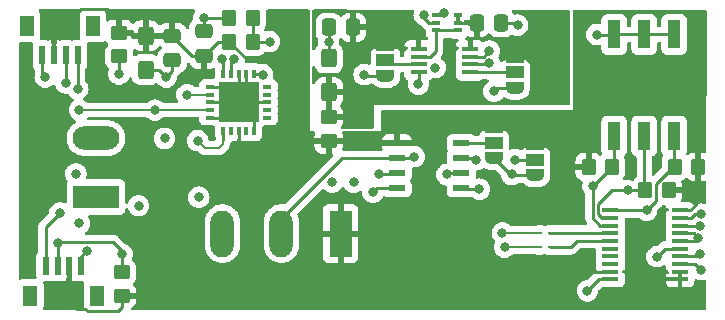
<source format=gbr>
%TF.GenerationSoftware,KiCad,Pcbnew,6.0.2+dfsg-1*%
%TF.CreationDate,2023-01-20T15:57:31-05:00*%
%TF.ProjectId,sensor-board,73656e73-6f72-42d6-926f-6172642e6b69,rev?*%
%TF.SameCoordinates,Original*%
%TF.FileFunction,Copper,L1,Top*%
%TF.FilePolarity,Positive*%
%FSLAX46Y46*%
G04 Gerber Fmt 4.6, Leading zero omitted, Abs format (unit mm)*
G04 Created by KiCad (PCBNEW 6.0.2+dfsg-1) date 2023-01-20 15:57:31*
%MOMM*%
%LPD*%
G01*
G04 APERTURE LIST*
G04 Aperture macros list*
%AMRoundRect*
0 Rectangle with rounded corners*
0 $1 Rounding radius*
0 $2 $3 $4 $5 $6 $7 $8 $9 X,Y pos of 4 corners*
0 Add a 4 corners polygon primitive as box body*
4,1,4,$2,$3,$4,$5,$6,$7,$8,$9,$2,$3,0*
0 Add four circle primitives for the rounded corners*
1,1,$1+$1,$2,$3*
1,1,$1+$1,$4,$5*
1,1,$1+$1,$6,$7*
1,1,$1+$1,$8,$9*
0 Add four rect primitives between the rounded corners*
20,1,$1+$1,$2,$3,$4,$5,0*
20,1,$1+$1,$4,$5,$6,$7,0*
20,1,$1+$1,$6,$7,$8,$9,0*
20,1,$1+$1,$8,$9,$2,$3,0*%
%AMFreePoly0*
4,1,22,0.550000,-0.750000,0.000000,-0.750000,0.000000,-0.745033,-0.079941,-0.743568,-0.215256,-0.701293,-0.333266,-0.622738,-0.424486,-0.514219,-0.481581,-0.384460,-0.499164,-0.250000,-0.500000,-0.250000,-0.500000,0.250000,-0.499164,0.250000,-0.499963,0.256109,-0.478152,0.396186,-0.417904,0.524511,-0.324060,0.630769,-0.204165,0.706417,-0.067858,0.745374,0.000000,0.744959,0.000000,0.750000,
0.550000,0.750000,0.550000,-0.750000,0.550000,-0.750000,$1*%
%AMFreePoly1*
4,1,20,0.000000,0.744959,0.073905,0.744508,0.209726,0.703889,0.328688,0.626782,0.421226,0.519385,0.479903,0.390333,0.500000,0.250000,0.500000,-0.250000,0.499851,-0.262216,0.476331,-0.402017,0.414519,-0.529596,0.319384,-0.634700,0.198574,-0.708877,0.061801,-0.746166,0.000000,-0.745033,0.000000,-0.750000,-0.550000,-0.750000,-0.550000,0.750000,0.000000,0.750000,0.000000,0.744959,
0.000000,0.744959,$1*%
G04 Aperture macros list end*
%TA.AperFunction,SMDPad,CuDef*%
%ADD10FreePoly0,90.000000*%
%TD*%
%TA.AperFunction,SMDPad,CuDef*%
%ADD11R,1.500000X1.000000*%
%TD*%
%TA.AperFunction,SMDPad,CuDef*%
%ADD12FreePoly1,90.000000*%
%TD*%
%TA.AperFunction,ComponentPad*%
%ADD13R,3.960000X1.980000*%
%TD*%
%TA.AperFunction,ComponentPad*%
%ADD14O,3.960000X1.980000*%
%TD*%
%TA.AperFunction,SMDPad,CuDef*%
%ADD15R,1.409700X0.355600*%
%TD*%
%TA.AperFunction,SMDPad,CuDef*%
%ADD16R,1.120000X2.440000*%
%TD*%
%TA.AperFunction,SMDPad,CuDef*%
%ADD17RoundRect,0.250000X-0.350000X-0.450000X0.350000X-0.450000X0.350000X0.450000X-0.350000X0.450000X0*%
%TD*%
%TA.AperFunction,SMDPad,CuDef*%
%ADD18RoundRect,0.250000X0.350000X0.450000X-0.350000X0.450000X-0.350000X-0.450000X0.350000X-0.450000X0*%
%TD*%
%TA.AperFunction,SMDPad,CuDef*%
%ADD19R,0.360000X0.250000*%
%TD*%
%TA.AperFunction,SMDPad,CuDef*%
%ADD20RoundRect,0.250000X0.475000X-0.337500X0.475000X0.337500X-0.475000X0.337500X-0.475000X-0.337500X0*%
%TD*%
%TA.AperFunction,ComponentPad*%
%ADD21R,1.980000X3.960000*%
%TD*%
%TA.AperFunction,ComponentPad*%
%ADD22O,1.980000X3.960000*%
%TD*%
%TA.AperFunction,SMDPad,CuDef*%
%ADD23RoundRect,0.250000X-0.475000X0.337500X-0.475000X-0.337500X0.475000X-0.337500X0.475000X0.337500X0*%
%TD*%
%TA.AperFunction,SMDPad,CuDef*%
%ADD24RoundRect,0.250000X0.425000X-0.537500X0.425000X0.537500X-0.425000X0.537500X-0.425000X-0.537500X0*%
%TD*%
%TA.AperFunction,SMDPad,CuDef*%
%ADD25RoundRect,0.250000X-0.450000X0.350000X-0.450000X-0.350000X0.450000X-0.350000X0.450000X0.350000X0*%
%TD*%
%TA.AperFunction,SMDPad,CuDef*%
%ADD26R,0.650000X0.400000*%
%TD*%
%TA.AperFunction,SMDPad,CuDef*%
%ADD27R,0.762000X0.304800*%
%TD*%
%TA.AperFunction,SMDPad,CuDef*%
%ADD28R,0.304800X0.762000*%
%TD*%
%TA.AperFunction,SMDPad,CuDef*%
%ADD29R,3.352800X3.352800*%
%TD*%
%TA.AperFunction,SMDPad,CuDef*%
%ADD30R,0.609600X1.549400*%
%TD*%
%TA.AperFunction,SMDPad,CuDef*%
%ADD31R,1.193800X1.803400*%
%TD*%
%TA.AperFunction,SMDPad,CuDef*%
%ADD32R,1.460500X0.533400*%
%TD*%
%TA.AperFunction,SMDPad,CuDef*%
%ADD33RoundRect,0.250000X-0.425000X0.537500X-0.425000X-0.537500X0.425000X-0.537500X0.425000X0.537500X0*%
%TD*%
%TA.AperFunction,SMDPad,CuDef*%
%ADD34RoundRect,0.250000X0.337500X0.475000X-0.337500X0.475000X-0.337500X-0.475000X0.337500X-0.475000X0*%
%TD*%
%TA.AperFunction,SMDPad,CuDef*%
%ADD35RoundRect,0.250000X0.450000X-0.350000X0.450000X0.350000X-0.450000X0.350000X-0.450000X-0.350000X0*%
%TD*%
%TA.AperFunction,SMDPad,CuDef*%
%ADD36R,1.422400X0.431800*%
%TD*%
%TA.AperFunction,ViaPad*%
%ADD37C,0.800000*%
%TD*%
%TA.AperFunction,Conductor*%
%ADD38C,0.250000*%
%TD*%
%TA.AperFunction,Conductor*%
%ADD39C,0.200000*%
%TD*%
G04 APERTURE END LIST*
D10*
%TO.P,JP6,1,A*%
%TO.N,GNDA*%
X117800000Y-131900000D03*
D11*
%TO.P,JP6,2,C*%
%TO.N,Net-(JP6-Pad2)*%
X117800000Y-130600000D03*
D12*
%TO.P,JP6,3,B*%
%TO.N,+3V3A*%
X117800000Y-129300000D03*
%TD*%
D10*
%TO.P,JP5,1,A*%
%TO.N,GNDA*%
X106800000Y-130900000D03*
D11*
%TO.P,JP5,2,C*%
%TO.N,Net-(JP5-Pad2)*%
X106800000Y-129600000D03*
D12*
%TO.P,JP5,3,B*%
%TO.N,+3V3A*%
X106800000Y-128300000D03*
%TD*%
D10*
%TO.P,JP2,1,A*%
%TO.N,GND*%
X119500000Y-139300000D03*
D11*
%TO.P,JP2,2,C*%
%TO.N,Net-(JP2-Pad2)*%
X119500000Y-138000000D03*
D12*
%TO.P,JP2,3,B*%
%TO.N,+3V3*%
X119500000Y-136700000D03*
%TD*%
D10*
%TO.P,JP1,1,A*%
%TO.N,GND*%
X116000000Y-137850000D03*
D11*
%TO.P,JP1,2,C*%
%TO.N,Net-(JP1-Pad2)*%
X116000000Y-136550000D03*
D12*
%TO.P,JP1,3,B*%
%TO.N,+3V3*%
X116000000Y-135250000D03*
%TD*%
D13*
%TO.P,J4,1,Pin_1*%
%TO.N,VIN+*%
X82300000Y-141165000D03*
D14*
%TO.P,J4,2,Pin_2*%
%TO.N,VIN-*%
X82300000Y-136165000D03*
%TD*%
D15*
%TO.P,U3,20,VDD*%
%TO.N,+3V3*%
X131752750Y-142275063D03*
%TO.P,U3,19,SDA*%
%TO.N,SDA*%
X131752750Y-142925049D03*
%TO.P,U3,18,SCL*%
%TO.N,SCL*%
X131752750Y-143575035D03*
%TO.P,U3,17,WC*%
%TO.N,Net-(U3-Pad17)*%
X131752750Y-144225021D03*
%TO.P,U3,16,IO7*%
X131752750Y-144875007D03*
%TO.P,U3,15,IO6*%
%TO.N,A2*%
X131752750Y-145524993D03*
%TO.P,U3,14,IO5*%
%TO.N,A1*%
X131752750Y-146174979D03*
%TO.P,U3,13,IO4*%
%TO.N,A0*%
X131752750Y-146824965D03*
%TO.P,U3,12,A3*%
%TO.N,+3V3*%
X131752750Y-147474951D03*
%TO.P,U3,11,A4*%
X131752750Y-148124937D03*
%TO.P,U3,10,VSS*%
%TO.N,GND*%
X125847250Y-148124937D03*
%TO.P,U3,9,A5*%
%TO.N,+3V3*%
X125847250Y-147474951D03*
%TO.P,U3,8,INT*%
%TO.N,unconnected-(U3-Pad8)*%
X125847250Y-146824965D03*
%TO.P,U3,7,IO3*%
%TO.N,unconnected-(U3-Pad7)*%
X125847250Y-146174979D03*
%TO.P,U3,6,IO2*%
%TO.N,unconnected-(U3-Pad6)*%
X125847250Y-145524993D03*
%TO.P,U3,5,IO1*%
%TO.N,Net-(D1-Pad2)*%
X125847250Y-144875007D03*
%TO.P,U3,4,IO0*%
%TO.N,Net-(D2-Pad2)*%
X125847250Y-144225021D03*
%TO.P,U3,3,A2*%
%TO.N,A2*%
X125847250Y-143575035D03*
%TO.P,U3,2,A1*%
%TO.N,A1*%
X125847250Y-142925049D03*
%TO.P,U3,1,A0*%
%TO.N,A0*%
X125847250Y-142275063D03*
%TD*%
D16*
%TO.P,SW1,1*%
%TO.N,GND*%
X131240000Y-127395000D03*
%TO.P,SW1,2*%
X128700000Y-127395000D03*
%TO.P,SW1,3*%
X126160000Y-127395000D03*
%TO.P,SW1,4*%
%TO.N,A2*%
X126160000Y-136005000D03*
%TO.P,SW1,5*%
%TO.N,A1*%
X128700000Y-136005000D03*
%TO.P,SW1,6*%
%TO.N,A0*%
X131240000Y-136005000D03*
%TD*%
D17*
%TO.P,R8,1*%
%TO.N,+3V3*%
X124000000Y-138600000D03*
%TO.P,R8,2*%
%TO.N,A2*%
X126000000Y-138600000D03*
%TD*%
D18*
%TO.P,R7,1*%
%TO.N,+3V3*%
X130800000Y-140600000D03*
%TO.P,R7,2*%
%TO.N,A1*%
X128800000Y-140600000D03*
%TD*%
%TO.P,R5,1*%
%TO.N,+3V3*%
X133300000Y-138600000D03*
%TO.P,R5,2*%
%TO.N,A0*%
X131300000Y-138600000D03*
%TD*%
D19*
%TO.P,D2,1,K*%
%TO.N,VIN-*%
X119880000Y-144200000D03*
%TO.P,D2,2,A*%
%TO.N,Net-(D2-Pad2)*%
X120720000Y-144200000D03*
%TD*%
%TO.P,D1,2,A*%
%TO.N,Net-(D1-Pad2)*%
X120720000Y-145400000D03*
%TO.P,D1,1,K*%
%TO.N,VIN+*%
X119880000Y-145400000D03*
%TD*%
D20*
%TO.P,C6,1*%
%TO.N,+3V3*%
X91400000Y-129200000D03*
%TO.P,C6,2*%
%TO.N,GND*%
X91400000Y-127125000D03*
%TD*%
D21*
%TO.P,J3,1,Pin_1*%
%TO.N,+3V3*%
X103000000Y-144250000D03*
D22*
%TO.P,J3,2,Pin_2*%
%TO.N,DQ*%
X98000000Y-144250000D03*
%TO.P,J3,3,Pin_3*%
%TO.N,GND*%
X93000000Y-144250000D03*
%TD*%
D23*
%TO.P,C2,1*%
%TO.N,+3V3*%
X88750000Y-127500000D03*
%TO.P,C2,2*%
%TO.N,GND*%
X88750000Y-129575000D03*
%TD*%
D24*
%TO.P,C7,1*%
%TO.N,+3V3A*%
X102000000Y-132275000D03*
%TO.P,C7,2*%
%TO.N,GNDA*%
X102000000Y-129400000D03*
%TD*%
D25*
%TO.P,R1,1*%
%TO.N,+3V3*%
X84250000Y-127250000D03*
%TO.P,R1,2*%
%TO.N,SCL*%
X84250000Y-129250000D03*
%TD*%
D26*
%TO.P,U4,1,+*%
%TO.N,Net-(D3-Pad1)*%
X111050000Y-125750000D03*
%TO.P,U4,2,V-*%
%TO.N,GNDA*%
X111050000Y-126400000D03*
%TO.P,U4,3,-*%
%TO.N,Net-(U4-Pad3)*%
X111050000Y-127050000D03*
%TO.P,U4,4*%
X112950000Y-127050000D03*
%TO.P,U4,5,~{SHDN}*%
%TO.N,+3V3A*%
X112950000Y-126400000D03*
%TO.P,U4,6,V+*%
X112950000Y-125750000D03*
%TD*%
D27*
%TO.P,U5,1,GND*%
%TO.N,GND*%
X91939300Y-131835000D03*
%TO.P,U5,2,VIN+*%
%TO.N,Net-(C4-Pad1)*%
X91939300Y-132485001D03*
%TO.P,U5,3,GND*%
%TO.N,GND*%
X91939300Y-133135000D03*
%TO.P,U5,4,VIN-*%
%TO.N,Net-(C4-Pad2)*%
X91939300Y-133784999D03*
%TO.P,U5,5,GND*%
%TO.N,GND*%
X91939300Y-134435000D03*
D28*
%TO.P,U5,6,VSENSE*%
%TO.N,Net-(C4-Pad1)*%
X93065000Y-135560700D03*
%TO.P,U5,7,SC_ALERT*%
%TO.N,unconnected-(U5-Pad7)*%
X93715001Y-135560700D03*
%TO.P,U5,8,VDD*%
%TO.N,+3V3*%
X94365000Y-135560700D03*
%TO.P,U5,9,OC_ALERT*%
%TO.N,unconnected-(U5-Pad9)*%
X95014999Y-135560700D03*
%TO.P,U5,10,GND*%
%TO.N,GND*%
X95665000Y-135560700D03*
D27*
%TO.P,U5,11,ALERT1*%
%TO.N,unconnected-(U5-Pad11)*%
X96790700Y-134435000D03*
%TO.P,U5,12,ALERT2*%
%TO.N,unconnected-(U5-Pad12)*%
X96790700Y-133784999D03*
%TO.P,U5,13,GND*%
%TO.N,GND*%
X96790700Y-133135000D03*
%TO.P,U5,14,ALERT3*%
%TO.N,unconnected-(U5-Pad14)*%
X96790700Y-132485001D03*
%TO.P,U5,15,ALERT4*%
%TO.N,unconnected-(U5-Pad15)*%
X96790700Y-131835000D03*
D28*
%TO.P,U5,16,ADDR*%
%TO.N,Net-(R12-Pad2)*%
X95665000Y-130709300D03*
%TO.P,U5,17,GND*%
%TO.N,GND*%
X95014999Y-130709300D03*
%TO.P,U5,18,GND*%
X94365000Y-130709300D03*
%TO.P,U5,19,SCL*%
%TO.N,SCL*%
X93715001Y-130709300D03*
%TO.P,U5,20,SDA*%
%TO.N,SDA*%
X93065000Y-130709300D03*
D29*
%TO.P,U5,21,GND*%
%TO.N,GND*%
X94365000Y-133135000D03*
%TD*%
D17*
%TO.P,R12,1*%
%TO.N,+3V3*%
X93600000Y-128000000D03*
%TO.P,R12,2*%
%TO.N,Net-(R12-Pad2)*%
X95600000Y-128000000D03*
%TD*%
D30*
%TO.P,J2,1,1*%
%TO.N,GND*%
X81049999Y-146975001D03*
%TO.P,J2,2,2*%
%TO.N,+3V3*%
X80049998Y-146975001D03*
%TO.P,J2,3,3*%
%TO.N,SDA*%
X79050000Y-146975001D03*
%TO.P,J2,4,4*%
%TO.N,SCL*%
X78049999Y-146975001D03*
D31*
%TO.P,J2,5*%
%TO.N,N/C*%
X82349998Y-149500000D03*
%TO.P,J2,6*%
X76750000Y-149500000D03*
%TD*%
D32*
%TO.P,U2,1,VCC*%
%TO.N,+3V3*%
X107775850Y-136595000D03*
%TO.P,U2,2,IO*%
%TO.N,DQ*%
X107775850Y-137865000D03*
%TO.P,U2,3,GND*%
%TO.N,GND*%
X107775850Y-139135000D03*
%TO.P,U2,4,SCL*%
%TO.N,SCL*%
X107775850Y-140405000D03*
%TO.P,U2,5,SDA*%
%TO.N,SDA*%
X113224150Y-140405000D03*
%TO.P,U2,6,PCTLZ*%
%TO.N,PCTLZ*%
X113224150Y-139135000D03*
%TO.P,U2,7,AD1*%
%TO.N,Net-(JP2-Pad2)*%
X113224150Y-137865000D03*
%TO.P,U2,8,AD0*%
%TO.N,Net-(JP1-Pad2)*%
X113224150Y-136595000D03*
%TD*%
D33*
%TO.P,C1,1*%
%TO.N,+3V3*%
X86500000Y-127500000D03*
%TO.P,C1,2*%
%TO.N,GND*%
X86500000Y-130375000D03*
%TD*%
D34*
%TO.P,C3,1*%
%TO.N,GNDA*%
X116600000Y-126400000D03*
%TO.P,C3,2*%
%TO.N,+3V3A*%
X114525000Y-126400000D03*
%TD*%
D30*
%TO.P,J1,1,1*%
%TO.N,GND*%
X77750000Y-129171600D03*
%TO.P,J1,2,2*%
%TO.N,+3V3*%
X78750001Y-129171600D03*
%TO.P,J1,3,3*%
%TO.N,SDA*%
X79749999Y-129171600D03*
%TO.P,J1,4,4*%
%TO.N,SCL*%
X80750000Y-129171600D03*
D31*
%TO.P,J1,5*%
%TO.N,N/C*%
X76450001Y-126646601D03*
%TO.P,J1,6*%
X82049999Y-126646601D03*
%TD*%
D35*
%TO.P,R14,1*%
%TO.N,+3V3*%
X102000000Y-136400000D03*
%TO.P,R14,2*%
%TO.N,+3V3A*%
X102000000Y-134400000D03*
%TD*%
D36*
%TO.P,U6,1,VREF*%
%TO.N,+3V3A*%
X109628300Y-128625001D03*
%TO.P,U6,2,AIN*%
%TO.N,Net-(U4-Pad3)*%
X109628300Y-129274999D03*
%TO.P,U6,3,A0*%
%TO.N,Net-(JP5-Pad2)*%
X109628300Y-129925001D03*
%TO.P,U6,4,GND*%
%TO.N,GNDA*%
X109628300Y-130574999D03*
%TO.P,U6,5,A1*%
%TO.N,Net-(JP6-Pad2)*%
X113971700Y-130574999D03*
%TO.P,U6,6,SDA*%
%TO.N,SDA*%
X113971700Y-129925001D03*
%TO.P,U6,7,SCL*%
%TO.N,SCL*%
X113971700Y-129274999D03*
%TO.P,U6,8,VDD*%
%TO.N,+3V3A*%
X113971700Y-128625001D03*
%TD*%
D34*
%TO.P,C5,1*%
%TO.N,+3V3A*%
X104075000Y-126800000D03*
%TO.P,C5,2*%
%TO.N,GNDA*%
X102000000Y-126800000D03*
%TD*%
D35*
%TO.P,R2,1*%
%TO.N,+3V3*%
X84500000Y-149500000D03*
%TO.P,R2,2*%
%TO.N,SDA*%
X84500000Y-147500000D03*
%TD*%
D18*
%TO.P,R13,1*%
%TO.N,Net-(R12-Pad2)*%
X95600000Y-126000000D03*
%TO.P,R13,2*%
%TO.N,GND*%
X93600000Y-126000000D03*
%TD*%
D37*
%TO.N,VIN+*%
X116900000Y-145400000D03*
%TO.N,VIN-*%
X116700000Y-144200000D03*
%TO.N,Net-(C4-Pad2)*%
X87300000Y-133800000D03*
%TO.N,A2*%
X129800000Y-146200000D03*
X124368369Y-140231631D03*
%TO.N,A1*%
X133400000Y-146000000D03*
X127300000Y-140600000D03*
%TO.N,A0*%
X133500000Y-147300000D03*
X128924937Y-142275063D03*
%TO.N,GND*%
X124700000Y-127400000D03*
%TO.N,SDA*%
X133510377Y-142606611D03*
%TO.N,SCL*%
X133400000Y-143600000D03*
%TO.N,GND*%
X123900000Y-149100000D03*
%TO.N,+3V3*%
X128500000Y-144700000D03*
%TO.N,Net-(U3-Pad17)*%
X133300000Y-144600000D03*
%TO.N,VIN+*%
X102300000Y-139900000D03*
%TO.N,VIN-*%
X104100000Y-139900000D03*
%TO.N,SCL*%
X85900000Y-141900000D03*
%TO.N,VIN-*%
X88100000Y-136200000D03*
%TO.N,Net-(C4-Pad1)*%
X80600000Y-139200000D03*
X80900000Y-143400000D03*
%TO.N,Net-(C4-Pad2)*%
X80900000Y-133800000D03*
%TO.N,VIN+*%
X91000000Y-141175500D03*
%TO.N,Net-(C4-Pad1)*%
X90912299Y-136387701D03*
%TO.N,+3V3*%
X110000000Y-139500000D03*
X85750000Y-143500000D03*
%TO.N,GND*%
X78000000Y-131000000D03*
X117500000Y-139250000D03*
X106250000Y-139250000D03*
X88250000Y-131000000D03*
X91400000Y-126000000D03*
X81500000Y-145724500D03*
X94250000Y-133250000D03*
%TO.N,Net-(C4-Pad1)*%
X90000000Y-132500000D03*
%TO.N,VIN+*%
X111000000Y-130200000D03*
%TO.N,GNDA*%
X116000000Y-132200000D03*
X102000000Y-128000000D03*
X105000000Y-130800000D03*
X110085493Y-125738744D03*
X118000000Y-126600000D03*
X109600000Y-131600000D03*
%TO.N,Net-(D3-Pad1)*%
X111800000Y-125600000D03*
%TO.N,SDA*%
X115600000Y-129850499D03*
X93000000Y-129500000D03*
X114750000Y-140500000D03*
X79050000Y-145050000D03*
X79750000Y-131500000D03*
X84500000Y-146000000D03*
%TO.N,SCL*%
X80750000Y-132000000D03*
X84250000Y-130750000D03*
X79250000Y-142500000D03*
X94000000Y-129500000D03*
X105750000Y-140750000D03*
X115600000Y-128800000D03*
%TO.N,DQ*%
X109250000Y-137750000D03*
%TO.N,Net-(JP2-Pad2)*%
X114500000Y-138000000D03*
X117750000Y-138000000D03*
%TO.N,PCTLZ*%
X112000000Y-139250000D03*
%TO.N,Net-(R12-Pad2)*%
X97000000Y-128000000D03*
X96400000Y-130800000D03*
%TD*%
D38*
%TO.N,Net-(U3-Pad17)*%
X131752750Y-144875007D02*
X133024993Y-144875007D01*
X133024993Y-144875007D02*
X133300000Y-144600000D01*
D39*
%TO.N,VIN-*%
X116700000Y-144200000D02*
X119880000Y-144200000D01*
%TO.N,VIN+*%
X119880000Y-145400000D02*
X116900000Y-145400000D01*
%TO.N,Net-(C4-Pad2)*%
X89150000Y-133800000D02*
X89165001Y-133784999D01*
X89165001Y-133784999D02*
X91939300Y-133784999D01*
X80900000Y-133800000D02*
X87300000Y-133800000D01*
X89150000Y-133800000D02*
X87300000Y-133800000D01*
D38*
%TO.N,+3V3*%
X132224937Y-142275063D02*
X132624937Y-142275063D01*
X132624937Y-142275063D02*
X133100000Y-141800000D01*
X133100000Y-141800000D02*
X133100000Y-141400000D01*
X131752750Y-142275063D02*
X132224937Y-142275063D01*
%TO.N,A2*%
X129800000Y-146200000D02*
X130475007Y-145524993D01*
X130475007Y-145524993D02*
X131752750Y-145524993D01*
%TO.N,A1*%
X133225021Y-146174979D02*
X131752750Y-146174979D01*
X133400000Y-146000000D02*
X133225021Y-146174979D01*
X125847250Y-142925049D02*
X125125049Y-142925049D01*
X128800000Y-140600000D02*
X127300000Y-140600000D01*
X125125049Y-142925049D02*
X124817889Y-142617889D01*
X124817889Y-142617889D02*
X124817889Y-141772752D01*
X124817889Y-141772752D02*
X125990641Y-140600000D01*
X125990641Y-140600000D02*
X127300000Y-140600000D01*
%TO.N,A0*%
X133500000Y-147300000D02*
X133024965Y-146824965D01*
X133024965Y-146824965D02*
X131752750Y-146824965D01*
%TO.N,+3V3*%
X123874951Y-147474951D02*
X123700000Y-147300000D01*
X125847250Y-147474951D02*
X123874951Y-147474951D01*
%TO.N,GND*%
X123900000Y-149100000D02*
X124875063Y-148124937D01*
X124875063Y-148124937D02*
X125847250Y-148124937D01*
%TO.N,A2*%
X126000000Y-138600000D02*
X124368369Y-140231631D01*
X124368369Y-140231631D02*
X124368369Y-142968369D01*
X124368369Y-142968369D02*
X124975035Y-143575035D01*
X124975035Y-143575035D02*
X125847250Y-143575035D01*
%TO.N,A0*%
X131300000Y-138600000D02*
X131187507Y-138600000D01*
X131187507Y-138600000D02*
X129724520Y-140062987D01*
X129724520Y-140062987D02*
X129724520Y-141475480D01*
X129724520Y-141475480D02*
X128924937Y-142275063D01*
X128924937Y-142275063D02*
X125847250Y-142275063D01*
%TO.N,GND*%
X124700000Y-127400000D02*
X126155000Y-127400000D01*
X126155000Y-127400000D02*
X126160000Y-127395000D01*
X128700000Y-127395000D02*
X126160000Y-127395000D01*
X131240000Y-127395000D02*
X128700000Y-127395000D01*
%TO.N,A0*%
X131240000Y-136005000D02*
X131240000Y-138540000D01*
X131240000Y-138540000D02*
X131300000Y-138600000D01*
%TO.N,A1*%
X128700000Y-136005000D02*
X128700000Y-140500000D01*
X128700000Y-140500000D02*
X128800000Y-140600000D01*
%TO.N,A2*%
X126160000Y-136005000D02*
X126160000Y-138440000D01*
X126160000Y-138440000D02*
X126000000Y-138600000D01*
%TO.N,SDA*%
X132707600Y-142925049D02*
X131752750Y-142925049D01*
X133510377Y-142606611D02*
X133026038Y-142606611D01*
X133026038Y-142606611D02*
X132707600Y-142925049D01*
%TO.N,SCL*%
X133400000Y-143600000D02*
X131777715Y-143600000D01*
X131777715Y-143600000D02*
X131752750Y-143575035D01*
%TO.N,Net-(U3-Pad17)*%
X132925021Y-144225021D02*
X133300000Y-144600000D01*
X131752750Y-144225021D02*
X132925021Y-144225021D01*
%TO.N,Net-(D1-Pad2)*%
X120720000Y-145400000D02*
X122474993Y-145400000D01*
X122474993Y-145400000D02*
X122999986Y-144875007D01*
X122999986Y-144875007D02*
X125847250Y-144875007D01*
D39*
%TO.N,VIN-*%
X104100000Y-139900000D02*
X104100000Y-140089259D01*
D38*
%TO.N,Net-(D2-Pad2)*%
X120620000Y-144200000D02*
X125822229Y-144200000D01*
X125822229Y-144200000D02*
X125847250Y-144225021D01*
D39*
%TO.N,Net-(C4-Pad1)*%
X92700000Y-137000000D02*
X93065000Y-136635000D01*
X93065000Y-136635000D02*
X93065000Y-136335000D01*
X90912299Y-136387701D02*
X91524598Y-137000000D01*
X91524598Y-137000000D02*
X92700000Y-137000000D01*
%TO.N,VIN+*%
X91000000Y-141175500D02*
X91024500Y-141175500D01*
%TO.N,VIN-*%
X88085000Y-136185000D02*
X88100000Y-136200000D01*
X88085000Y-136165000D02*
X88085000Y-136185000D01*
D38*
%TO.N,Net-(C4-Pad1)*%
X93065000Y-136335000D02*
X93065000Y-135560700D01*
%TO.N,+3V3*%
X84500000Y-150500000D02*
X84500000Y-149500000D01*
X95000000Y-129400000D02*
X97200000Y-129400000D01*
X81000000Y-125200000D02*
X80400000Y-125800000D01*
X84200000Y-125600000D02*
X83600000Y-125600000D01*
X90450000Y-129200000D02*
X88750000Y-127500000D01*
X94365000Y-135560700D02*
X94365000Y-136965000D01*
X80600000Y-150600000D02*
X81400000Y-150600000D01*
X81600000Y-150800000D02*
X84200000Y-150800000D01*
X83600000Y-125600000D02*
X83200000Y-125200000D01*
X84200000Y-150800000D02*
X84500000Y-150500000D01*
X94365000Y-136965000D02*
X94400000Y-137000000D01*
X91400000Y-129200000D02*
X92600000Y-128000000D01*
X83200000Y-125200000D02*
X81000000Y-125200000D01*
X91400000Y-129200000D02*
X90450000Y-129200000D01*
X92600000Y-128000000D02*
X93600000Y-128000000D01*
X81400000Y-150600000D02*
X81600000Y-150800000D01*
X93600000Y-128000000D02*
X95000000Y-129400000D01*
%TO.N,GND*%
X106250000Y-139250000D02*
X107660850Y-139250000D01*
X95665000Y-135560700D02*
X95665000Y-134435000D01*
X95014999Y-130709300D02*
X95014999Y-132485001D01*
X88250000Y-131000000D02*
X88750000Y-130500000D01*
X88250000Y-131000000D02*
X87625000Y-130375000D01*
X95014999Y-132485001D02*
X94365000Y-133135000D01*
X94365000Y-133135000D02*
X94250000Y-133250000D01*
X77750000Y-129171600D02*
X77750000Y-130750000D01*
X117550000Y-139300000D02*
X117500000Y-139250000D01*
X93065000Y-131835000D02*
X94365000Y-133135000D01*
X93065000Y-134435000D02*
X94365000Y-133135000D01*
X95665000Y-134435000D02*
X94365000Y-133135000D01*
X88750000Y-130500000D02*
X88750000Y-129575000D01*
X81049999Y-146975001D02*
X81049999Y-146174501D01*
X87625000Y-130375000D02*
X86500000Y-130375000D01*
X94365000Y-130709300D02*
X94365000Y-133135000D01*
X117550000Y-139300000D02*
X119500000Y-139300000D01*
X81049999Y-146174501D02*
X81500000Y-145724500D01*
X107660850Y-139250000D02*
X107775850Y-139135000D01*
X91939300Y-133135000D02*
X94135000Y-133135000D01*
X116000000Y-137850000D02*
X117450000Y-139300000D01*
X77750000Y-130750000D02*
X78000000Y-131000000D01*
X117450000Y-139300000D02*
X117550000Y-139300000D01*
X91939300Y-131835000D02*
X93065000Y-131835000D01*
X91400000Y-126000000D02*
X93600000Y-126000000D01*
X91939300Y-134435000D02*
X93065000Y-134435000D01*
X91400000Y-127125000D02*
X91400000Y-126000000D01*
X94135000Y-133135000D02*
X94250000Y-133250000D01*
X96790700Y-133135000D02*
X94365000Y-133135000D01*
D39*
%TO.N,Net-(C4-Pad1)*%
X90014999Y-132485001D02*
X90000000Y-132500000D01*
X91939300Y-132485001D02*
X90014999Y-132485001D01*
D38*
%TO.N,GNDA*%
X102000000Y-127237500D02*
X101762500Y-127000000D01*
X105100000Y-130900000D02*
X105000000Y-130800000D01*
X109628300Y-130574999D02*
X109628300Y-131571700D01*
X110475000Y-126400000D02*
X110085493Y-126010493D01*
X117800000Y-131900000D02*
X116300000Y-131900000D01*
X116600000Y-126400000D02*
X117800000Y-126400000D01*
X102000000Y-129400000D02*
X102000000Y-128000000D01*
X106800000Y-130900000D02*
X105100000Y-130900000D01*
X116300000Y-131900000D02*
X116000000Y-132200000D01*
X102000000Y-128000000D02*
X102000000Y-126800000D01*
X109628300Y-131571700D02*
X109600000Y-131600000D01*
X111050000Y-126400000D02*
X110475000Y-126400000D01*
X110085493Y-126010493D02*
X110085493Y-125738744D01*
X117800000Y-126400000D02*
X118000000Y-126600000D01*
%TO.N,+3V3A*%
X112950000Y-126400000D02*
X114525000Y-126400000D01*
%TO.N,Net-(D3-Pad1)*%
X111800000Y-125600000D02*
X111650000Y-125750000D01*
X111650000Y-125750000D02*
X111050000Y-125750000D01*
%TO.N,SDA*%
X79750000Y-131500000D02*
X79749999Y-129171600D01*
X93065000Y-129565000D02*
X93065000Y-130709300D01*
X79050000Y-146975001D02*
X79050000Y-145700000D01*
X79050000Y-145000000D02*
X79050000Y-145050000D01*
X115525498Y-129925001D02*
X113971700Y-129925001D01*
X93000000Y-129500000D02*
X93065000Y-129565000D01*
X113319150Y-140500000D02*
X113224150Y-140405000D01*
X83750000Y-145000000D02*
X84500000Y-145750000D01*
X84500000Y-146000000D02*
X84500000Y-147500000D01*
X84500000Y-145750000D02*
X84500000Y-146000000D01*
X79050000Y-145000000D02*
X83750000Y-145000000D01*
X114750000Y-140500000D02*
X113319150Y-140500000D01*
X79050000Y-145700000D02*
X79050000Y-145050000D01*
X115600000Y-129850499D02*
X115525498Y-129925001D01*
%TO.N,SCL*%
X80750000Y-132000000D02*
X80750000Y-129171600D01*
X78049999Y-146975001D02*
X78049999Y-143700001D01*
X93715001Y-129784999D02*
X93715001Y-130709300D01*
X78049999Y-143700001D02*
X79250000Y-142500000D01*
X115600000Y-128800000D02*
X115125001Y-129274999D01*
X107775850Y-140405000D02*
X106095000Y-140405000D01*
X94000000Y-129500000D02*
X93715001Y-129784999D01*
X115125001Y-129274999D02*
X113971700Y-129274999D01*
X84250000Y-129250000D02*
X84250000Y-130750000D01*
X106095000Y-140405000D02*
X105750000Y-140750000D01*
%TO.N,DQ*%
X98000000Y-144250000D02*
X98000000Y-143000000D01*
X103135000Y-137865000D02*
X107775850Y-137865000D01*
X109135000Y-137865000D02*
X107775850Y-137865000D01*
X109250000Y-137750000D02*
X109135000Y-137865000D01*
X98000000Y-143000000D02*
X103135000Y-137865000D01*
%TO.N,Net-(JP1-Pad2)*%
X113224150Y-136595000D02*
X115955000Y-136595000D01*
X115955000Y-136595000D02*
X116000000Y-136550000D01*
%TO.N,Net-(JP2-Pad2)*%
X119500000Y-138000000D02*
X117750000Y-138000000D01*
X114500000Y-138000000D02*
X114365000Y-137865000D01*
X114365000Y-137865000D02*
X113224150Y-137865000D01*
%TO.N,Net-(JP5-Pad2)*%
X109628300Y-129925001D02*
X109624908Y-129921609D01*
X109624908Y-129921609D02*
X107121609Y-129921609D01*
X107121609Y-129921609D02*
X106800000Y-129600000D01*
%TO.N,Net-(JP6-Pad2)*%
X117800000Y-130600000D02*
X117774999Y-130574999D01*
X117774999Y-130574999D02*
X113971700Y-130574999D01*
%TO.N,PCTLZ*%
X112115000Y-139135000D02*
X113224150Y-139135000D01*
X112000000Y-139250000D02*
X112115000Y-139135000D01*
%TO.N,Net-(R12-Pad2)*%
X95665000Y-128065000D02*
X95600000Y-128000000D01*
X96309300Y-130709300D02*
X96400000Y-130800000D01*
X97000000Y-128000000D02*
X95600000Y-128000000D01*
X95665000Y-130709300D02*
X96309300Y-130709300D01*
X95600000Y-128000000D02*
X95600000Y-126000000D01*
%TO.N,Net-(U4-Pad3)*%
X110589500Y-129274999D02*
X111050000Y-128814499D01*
X111050000Y-127050000D02*
X112950000Y-127050000D01*
X109628300Y-129274999D02*
X110589500Y-129274999D01*
X111050000Y-128814499D02*
X111050000Y-127050000D01*
%TD*%
%TA.AperFunction,Conductor*%
%TO.N,+3V3*%
G36*
X80178820Y-146741003D02*
G01*
X80225313Y-146794659D01*
X80236699Y-146847001D01*
X80236699Y-147797835D01*
X80243454Y-147860017D01*
X80275638Y-147945868D01*
X80294584Y-147996406D01*
X80292254Y-147997279D01*
X80303998Y-148043186D01*
X80303998Y-148239585D01*
X80308473Y-148254824D01*
X80309863Y-148256029D01*
X80317546Y-148257700D01*
X80399467Y-148257700D01*
X80406288Y-148257330D01*
X80457150Y-148251806D01*
X80472405Y-148248179D01*
X80505055Y-148235939D01*
X80575862Y-148230755D01*
X80593514Y-148235937D01*
X80634883Y-148251446D01*
X80697065Y-148258201D01*
X81155696Y-148258201D01*
X81223817Y-148278203D01*
X81270310Y-148331859D01*
X81280414Y-148402133D01*
X81273678Y-148428430D01*
X81254127Y-148480582D01*
X81254125Y-148480588D01*
X81251353Y-148487984D01*
X81244598Y-148550166D01*
X81244598Y-150449834D01*
X81251353Y-150512016D01*
X81254127Y-150519415D01*
X81273509Y-150571117D01*
X81278692Y-150641925D01*
X81244771Y-150704294D01*
X81182516Y-150738423D01*
X81155541Y-150741347D01*
X79118338Y-150741572D01*
X77944352Y-150741702D01*
X77876229Y-150721707D01*
X77829730Y-150668057D01*
X77819619Y-150597784D01*
X77826356Y-150571473D01*
X77845871Y-150519418D01*
X77845873Y-150519412D01*
X77848645Y-150512016D01*
X77855400Y-150449834D01*
X77855400Y-148550166D01*
X77848645Y-148487984D01*
X77845873Y-148480588D01*
X77845871Y-148480582D01*
X77826320Y-148428430D01*
X77821137Y-148357623D01*
X77855059Y-148295254D01*
X77917314Y-148261125D01*
X77944302Y-148258201D01*
X78402933Y-148258201D01*
X78465115Y-148251446D01*
X78505770Y-148236205D01*
X78576577Y-148231022D01*
X78594223Y-148236203D01*
X78634884Y-148251446D01*
X78697066Y-148258201D01*
X79402934Y-148258201D01*
X79407546Y-148257700D01*
X79457266Y-148252299D01*
X79457268Y-148252299D01*
X79465116Y-148251446D01*
X79472511Y-148248674D01*
X79472514Y-148248673D01*
X79506483Y-148235939D01*
X79577290Y-148230756D01*
X79594939Y-148235939D01*
X79627593Y-148248180D01*
X79642841Y-148251806D01*
X79693712Y-148257332D01*
X79700526Y-148257701D01*
X79777883Y-148257701D01*
X79793122Y-148253226D01*
X79794327Y-148251836D01*
X79795998Y-148244153D01*
X79795998Y-148043191D01*
X79807745Y-147997279D01*
X79805415Y-147996406D01*
X79824361Y-147945868D01*
X79856545Y-147860017D01*
X79863300Y-147797835D01*
X79863300Y-146847001D01*
X79883302Y-146778880D01*
X79936958Y-146732387D01*
X79989300Y-146721001D01*
X80110699Y-146721001D01*
X80178820Y-146741003D01*
G37*
%TD.AperFunction*%
%TA.AperFunction,Conductor*%
G36*
X100274106Y-125279118D02*
G01*
X100342210Y-125299178D01*
X100388658Y-125352872D01*
X100400000Y-125405118D01*
X100400000Y-135600000D01*
X100726081Y-135600000D01*
X100794202Y-135620002D01*
X100840695Y-135673658D01*
X100850799Y-135743932D01*
X100845674Y-135765668D01*
X100804862Y-135888710D01*
X100801995Y-135902086D01*
X100792328Y-135996438D01*
X100792000Y-136002855D01*
X100792000Y-136127885D01*
X100796475Y-136143124D01*
X100797865Y-136144329D01*
X100805548Y-136146000D01*
X103189884Y-136146000D01*
X103205123Y-136141525D01*
X103206328Y-136140135D01*
X103207999Y-136132452D01*
X103207999Y-136002905D01*
X103207662Y-135996386D01*
X103197743Y-135900794D01*
X103194851Y-135887400D01*
X103154308Y-135765876D01*
X103151724Y-135694926D01*
X103187908Y-135633842D01*
X103251372Y-135602018D01*
X103273832Y-135600000D01*
X106400000Y-135600000D01*
X106400000Y-133926000D01*
X106420002Y-133857879D01*
X106473658Y-133811386D01*
X106526000Y-133800000D01*
X122700000Y-133800000D01*
X122700000Y-127400000D01*
X123786496Y-127400000D01*
X123787186Y-127406565D01*
X123795349Y-127484227D01*
X123806458Y-127589928D01*
X123865473Y-127771556D01*
X123868776Y-127777278D01*
X123868777Y-127777279D01*
X123877667Y-127792676D01*
X123960960Y-127936944D01*
X123965378Y-127941851D01*
X123965379Y-127941852D01*
X124084325Y-128073955D01*
X124088747Y-128078866D01*
X124174955Y-128141500D01*
X124231801Y-128182801D01*
X124243248Y-128191118D01*
X124249276Y-128193802D01*
X124249278Y-128193803D01*
X124411681Y-128266109D01*
X124417712Y-128268794D01*
X124500151Y-128286317D01*
X124598056Y-128307128D01*
X124598061Y-128307128D01*
X124604513Y-128308500D01*
X124795487Y-128308500D01*
X124801939Y-128307128D01*
X124801944Y-128307128D01*
X124939303Y-128277931D01*
X125010094Y-128283333D01*
X125066726Y-128326150D01*
X125091220Y-128392788D01*
X125091500Y-128401178D01*
X125091500Y-128663134D01*
X125098255Y-128725316D01*
X125149385Y-128861705D01*
X125236739Y-128978261D01*
X125353295Y-129065615D01*
X125489684Y-129116745D01*
X125551866Y-129123500D01*
X126768134Y-129123500D01*
X126830316Y-129116745D01*
X126966705Y-129065615D01*
X127083261Y-128978261D01*
X127170615Y-128861705D01*
X127221745Y-128725316D01*
X127228500Y-128663134D01*
X127228500Y-128154500D01*
X127248502Y-128086379D01*
X127302158Y-128039886D01*
X127354500Y-128028500D01*
X127505500Y-128028500D01*
X127573621Y-128048502D01*
X127620114Y-128102158D01*
X127631500Y-128154500D01*
X127631500Y-128663134D01*
X127638255Y-128725316D01*
X127689385Y-128861705D01*
X127776739Y-128978261D01*
X127893295Y-129065615D01*
X128029684Y-129116745D01*
X128091866Y-129123500D01*
X129308134Y-129123500D01*
X129370316Y-129116745D01*
X129506705Y-129065615D01*
X129623261Y-128978261D01*
X129710615Y-128861705D01*
X129761745Y-128725316D01*
X129768500Y-128663134D01*
X129768500Y-128154500D01*
X129788502Y-128086379D01*
X129842158Y-128039886D01*
X129894500Y-128028500D01*
X130045500Y-128028500D01*
X130113621Y-128048502D01*
X130160114Y-128102158D01*
X130171500Y-128154500D01*
X130171500Y-128663134D01*
X130178255Y-128725316D01*
X130229385Y-128861705D01*
X130316739Y-128978261D01*
X130433295Y-129065615D01*
X130569684Y-129116745D01*
X130631866Y-129123500D01*
X131848134Y-129123500D01*
X131910316Y-129116745D01*
X132046705Y-129065615D01*
X132163261Y-128978261D01*
X132250615Y-128861705D01*
X132301745Y-128725316D01*
X132308500Y-128663134D01*
X132308500Y-126126866D01*
X132301745Y-126064684D01*
X132250615Y-125928295D01*
X132163261Y-125811739D01*
X132046705Y-125724385D01*
X131910316Y-125673255D01*
X131848134Y-125666500D01*
X130631866Y-125666500D01*
X130569684Y-125673255D01*
X130433295Y-125724385D01*
X130316739Y-125811739D01*
X130229385Y-125928295D01*
X130178255Y-126064684D01*
X130171500Y-126126866D01*
X130171500Y-126635500D01*
X130151498Y-126703621D01*
X130097842Y-126750114D01*
X130045500Y-126761500D01*
X129894500Y-126761500D01*
X129826379Y-126741498D01*
X129779886Y-126687842D01*
X129768500Y-126635500D01*
X129768500Y-126126866D01*
X129761745Y-126064684D01*
X129710615Y-125928295D01*
X129623261Y-125811739D01*
X129506705Y-125724385D01*
X129370316Y-125673255D01*
X129308134Y-125666500D01*
X128091866Y-125666500D01*
X128029684Y-125673255D01*
X127893295Y-125724385D01*
X127776739Y-125811739D01*
X127689385Y-125928295D01*
X127638255Y-126064684D01*
X127631500Y-126126866D01*
X127631500Y-126635500D01*
X127611498Y-126703621D01*
X127557842Y-126750114D01*
X127505500Y-126761500D01*
X127354500Y-126761500D01*
X127286379Y-126741498D01*
X127239886Y-126687842D01*
X127228500Y-126635500D01*
X127228500Y-126126866D01*
X127221745Y-126064684D01*
X127170615Y-125928295D01*
X127083261Y-125811739D01*
X126966705Y-125724385D01*
X126830316Y-125673255D01*
X126768134Y-125666500D01*
X125551866Y-125666500D01*
X125489684Y-125673255D01*
X125353295Y-125724385D01*
X125236739Y-125811739D01*
X125149385Y-125928295D01*
X125098255Y-126064684D01*
X125091500Y-126126866D01*
X125091500Y-126398822D01*
X125071498Y-126466943D01*
X125017842Y-126513436D01*
X124947568Y-126523540D01*
X124939303Y-126522069D01*
X124801944Y-126492872D01*
X124801939Y-126492872D01*
X124795487Y-126491500D01*
X124604513Y-126491500D01*
X124598061Y-126492872D01*
X124598056Y-126492872D01*
X124511112Y-126511353D01*
X124417712Y-126531206D01*
X124411682Y-126533891D01*
X124411681Y-126533891D01*
X124249278Y-126606197D01*
X124249276Y-126606198D01*
X124243248Y-126608882D01*
X124237907Y-126612762D01*
X124237906Y-126612763D01*
X124210549Y-126632639D01*
X124088747Y-126721134D01*
X124084326Y-126726044D01*
X124084325Y-126726045D01*
X124042283Y-126772738D01*
X123960960Y-126863056D01*
X123926176Y-126923303D01*
X123884205Y-126996000D01*
X123865473Y-127028444D01*
X123806458Y-127210072D01*
X123805768Y-127216633D01*
X123805768Y-127216635D01*
X123791820Y-127349348D01*
X123786496Y-127400000D01*
X122700000Y-127400000D01*
X122700000Y-125424149D01*
X122720002Y-125356028D01*
X122773658Y-125309535D01*
X122826105Y-125298149D01*
X126020476Y-125300845D01*
X133865689Y-125307466D01*
X133933793Y-125327526D01*
X133980241Y-125381220D01*
X133991583Y-125433549D01*
X133989876Y-128028500D01*
X133983790Y-137278981D01*
X133983784Y-137287616D01*
X133963737Y-137355723D01*
X133910051Y-137402181D01*
X133839770Y-137412239D01*
X133818119Y-137407127D01*
X133811292Y-137404863D01*
X133797914Y-137401995D01*
X133703562Y-137392328D01*
X133697145Y-137392000D01*
X133572115Y-137392000D01*
X133556876Y-137396475D01*
X133555671Y-137397865D01*
X133554000Y-137405548D01*
X133554000Y-139789884D01*
X133558475Y-139805123D01*
X133559865Y-139806328D01*
X133567548Y-139807999D01*
X133697095Y-139807999D01*
X133703614Y-139807662D01*
X133799206Y-139797743D01*
X133812602Y-139794851D01*
X133816183Y-139793656D01*
X133818530Y-139793571D01*
X133819343Y-139793395D01*
X133819374Y-139793540D01*
X133887133Y-139791073D01*
X133948216Y-139827259D01*
X133980039Y-139890724D01*
X133982056Y-139913264D01*
X133980928Y-141627697D01*
X133960881Y-141695804D01*
X133907195Y-141742262D01*
X133836914Y-141752320D01*
X133803677Y-141742720D01*
X133802649Y-141742262D01*
X133792665Y-141737817D01*
X133674796Y-141712763D01*
X133612321Y-141699483D01*
X133612316Y-141699483D01*
X133605864Y-141698111D01*
X133414890Y-141698111D01*
X133408438Y-141699483D01*
X133408433Y-141699483D01*
X133345958Y-141712763D01*
X133228089Y-141737817D01*
X133222059Y-141740502D01*
X133222058Y-141740502D01*
X133059655Y-141812808D01*
X133059653Y-141812809D01*
X133053625Y-141815493D01*
X133048285Y-141819373D01*
X133042493Y-141823581D01*
X132975625Y-141847439D01*
X132906474Y-141831357D01*
X132867606Y-141797209D01*
X132825881Y-141741535D01*
X132813324Y-141728978D01*
X132711249Y-141652477D01*
X132695654Y-141643939D01*
X132575206Y-141598785D01*
X132559951Y-141595158D01*
X132509086Y-141589632D01*
X132502272Y-141589263D01*
X131933740Y-141589264D01*
X131865619Y-141569262D01*
X131819126Y-141515606D01*
X131809022Y-141445333D01*
X131826480Y-141397148D01*
X131837817Y-141378757D01*
X131843963Y-141365576D01*
X131895138Y-141211290D01*
X131898005Y-141197914D01*
X131907672Y-141103562D01*
X131908000Y-141097146D01*
X131908000Y-140872115D01*
X131903525Y-140856876D01*
X131902135Y-140855671D01*
X131894452Y-140854000D01*
X130672000Y-140854000D01*
X130603879Y-140833998D01*
X130557386Y-140780342D01*
X130546000Y-140728000D01*
X130546000Y-140472000D01*
X130566002Y-140403879D01*
X130619658Y-140357386D01*
X130672000Y-140346000D01*
X131889884Y-140346000D01*
X131905123Y-140341525D01*
X131906328Y-140340135D01*
X131907999Y-140332452D01*
X131907999Y-140102905D01*
X131907662Y-140096386D01*
X131897743Y-140000794D01*
X131894851Y-139987400D01*
X131868843Y-139909443D01*
X131866259Y-139838493D01*
X131902443Y-139777409D01*
X131948488Y-139750044D01*
X131966997Y-139743869D01*
X131967002Y-139743867D01*
X131973946Y-139741550D01*
X132124348Y-139648478D01*
X132211137Y-139561537D01*
X132273421Y-139527458D01*
X132344241Y-139532461D01*
X132389329Y-139561382D01*
X132471829Y-139643739D01*
X132483240Y-139652751D01*
X132621243Y-139737816D01*
X132634424Y-139743963D01*
X132788710Y-139795138D01*
X132802086Y-139798005D01*
X132896438Y-139807672D01*
X132902854Y-139808000D01*
X133027885Y-139808000D01*
X133043124Y-139803525D01*
X133044329Y-139802135D01*
X133046000Y-139794452D01*
X133046000Y-137410116D01*
X133041525Y-137394877D01*
X133040135Y-137393672D01*
X133032452Y-137392001D01*
X132902905Y-137392001D01*
X132896386Y-137392338D01*
X132800794Y-137402257D01*
X132787400Y-137405149D01*
X132633216Y-137456588D01*
X132620038Y-137462761D01*
X132482193Y-137548063D01*
X132467456Y-137559743D01*
X132401646Y-137586379D01*
X132331882Y-137573207D01*
X132280313Y-137524409D01*
X132263314Y-137455478D01*
X132271211Y-137416767D01*
X132298971Y-137342718D01*
X132298973Y-137342712D01*
X132301745Y-137335316D01*
X132308500Y-137273134D01*
X132308500Y-134736866D01*
X132301745Y-134674684D01*
X132250615Y-134538295D01*
X132163261Y-134421739D01*
X132046705Y-134334385D01*
X131910316Y-134283255D01*
X131848134Y-134276500D01*
X130631866Y-134276500D01*
X130569684Y-134283255D01*
X130433295Y-134334385D01*
X130316739Y-134421739D01*
X130229385Y-134538295D01*
X130178255Y-134674684D01*
X130171500Y-134736866D01*
X130171500Y-137273134D01*
X130178255Y-137335316D01*
X130229385Y-137471705D01*
X130300531Y-137566635D01*
X130313832Y-137584382D01*
X130338680Y-137650888D01*
X130320265Y-137726063D01*
X130257885Y-137827262D01*
X130231436Y-137907005D01*
X130220516Y-137939928D01*
X130202203Y-137995139D01*
X130191500Y-138099600D01*
X130191500Y-138647912D01*
X130171498Y-138716033D01*
X130154595Y-138737008D01*
X129548595Y-139343007D01*
X129486283Y-139377032D01*
X129415467Y-139371967D01*
X129358632Y-139329420D01*
X129333821Y-139262900D01*
X129333500Y-139253911D01*
X129333500Y-137827874D01*
X129353502Y-137759753D01*
X129407158Y-137713260D01*
X129415271Y-137709892D01*
X129498295Y-137678768D01*
X129498296Y-137678767D01*
X129506705Y-137675615D01*
X129623261Y-137588261D01*
X129710615Y-137471705D01*
X129761745Y-137335316D01*
X129768500Y-137273134D01*
X129768500Y-134736866D01*
X129761745Y-134674684D01*
X129710615Y-134538295D01*
X129623261Y-134421739D01*
X129506705Y-134334385D01*
X129370316Y-134283255D01*
X129308134Y-134276500D01*
X128091866Y-134276500D01*
X128029684Y-134283255D01*
X127893295Y-134334385D01*
X127776739Y-134421739D01*
X127689385Y-134538295D01*
X127638255Y-134674684D01*
X127631500Y-134736866D01*
X127631500Y-137273134D01*
X127638255Y-137335316D01*
X127689385Y-137471705D01*
X127776739Y-137588261D01*
X127893295Y-137675615D01*
X127901704Y-137678767D01*
X127901705Y-137678768D01*
X127984729Y-137709892D01*
X128041494Y-137752533D01*
X128066194Y-137819095D01*
X128066500Y-137827874D01*
X128066500Y-139425101D01*
X128046498Y-139493222D01*
X128006803Y-139532245D01*
X127975652Y-139551522D01*
X127850695Y-139676697D01*
X127846855Y-139682927D01*
X127846854Y-139682928D01*
X127824360Y-139719420D01*
X127771587Y-139766913D01*
X127701516Y-139778337D01*
X127665854Y-139768412D01*
X127605521Y-139741550D01*
X127588319Y-139733891D01*
X127588318Y-139733891D01*
X127582288Y-139731206D01*
X127481003Y-139709677D01*
X127401944Y-139692872D01*
X127401939Y-139692872D01*
X127395487Y-139691500D01*
X127204513Y-139691500D01*
X127198061Y-139692872D01*
X127198056Y-139692872D01*
X127118997Y-139709677D01*
X127078289Y-139718330D01*
X127007498Y-139712928D01*
X126950866Y-139670111D01*
X126926372Y-139603474D01*
X126941793Y-139534172D01*
X126948441Y-139524169D01*
X126949305Y-139523303D01*
X126956263Y-139512016D01*
X127038275Y-139378968D01*
X127038276Y-139378966D01*
X127042115Y-139372738D01*
X127068564Y-139292995D01*
X127095632Y-139211389D01*
X127095632Y-139211387D01*
X127097797Y-139204861D01*
X127108500Y-139100400D01*
X127108500Y-138099600D01*
X127108163Y-138096350D01*
X127098238Y-138000692D01*
X127098237Y-138000688D01*
X127097526Y-137993834D01*
X127079542Y-137939928D01*
X127043868Y-137833002D01*
X127041550Y-137826054D01*
X127014887Y-137782967D01*
X126996049Y-137714515D01*
X127017210Y-137646745D01*
X127046465Y-137615839D01*
X127076079Y-137593644D01*
X127076081Y-137593642D01*
X127083261Y-137588261D01*
X127170615Y-137471705D01*
X127221745Y-137335316D01*
X127228500Y-137273134D01*
X127228500Y-134736866D01*
X127221745Y-134674684D01*
X127170615Y-134538295D01*
X127083261Y-134421739D01*
X126966705Y-134334385D01*
X126830316Y-134283255D01*
X126768134Y-134276500D01*
X125551866Y-134276500D01*
X125489684Y-134283255D01*
X125353295Y-134334385D01*
X125236739Y-134421739D01*
X125149385Y-134538295D01*
X125098255Y-134674684D01*
X125091500Y-134736866D01*
X125091500Y-137273134D01*
X125098255Y-137335316D01*
X125121092Y-137396233D01*
X125149385Y-137471705D01*
X125146113Y-137472931D01*
X125157712Y-137525854D01*
X125133003Y-137592413D01*
X125121192Y-137606077D01*
X125088862Y-137638463D01*
X125026579Y-137672542D01*
X124955759Y-137667539D01*
X124910671Y-137638618D01*
X124828171Y-137556261D01*
X124816760Y-137547249D01*
X124678757Y-137462184D01*
X124665576Y-137456037D01*
X124511290Y-137404862D01*
X124497914Y-137401995D01*
X124403562Y-137392328D01*
X124397145Y-137392000D01*
X124272115Y-137392000D01*
X124256876Y-137396475D01*
X124255671Y-137397865D01*
X124254000Y-137405548D01*
X124254000Y-138728000D01*
X124233998Y-138796121D01*
X124180342Y-138842614D01*
X124128000Y-138854000D01*
X122910116Y-138854000D01*
X122894877Y-138858475D01*
X122893672Y-138859865D01*
X122892001Y-138867548D01*
X122892001Y-139097095D01*
X122892338Y-139103614D01*
X122902257Y-139199206D01*
X122905149Y-139212600D01*
X122956588Y-139366784D01*
X122962761Y-139379962D01*
X123048063Y-139517807D01*
X123057099Y-139529208D01*
X123171829Y-139643739D01*
X123183240Y-139652751D01*
X123321243Y-139737816D01*
X123334424Y-139743963D01*
X123429634Y-139775543D01*
X123487993Y-139815974D01*
X123515230Y-139881538D01*
X123509799Y-139934070D01*
X123474827Y-140041703D01*
X123474137Y-140048264D01*
X123474137Y-140048266D01*
X123466680Y-140119220D01*
X123454865Y-140231631D01*
X123455555Y-140238196D01*
X123470920Y-140384382D01*
X123474827Y-140421559D01*
X123533842Y-140603187D01*
X123629329Y-140768575D01*
X123702506Y-140849846D01*
X123733222Y-140913852D01*
X123734869Y-140934155D01*
X123734869Y-142889602D01*
X123734342Y-142900785D01*
X123732667Y-142908278D01*
X123732916Y-142916204D01*
X123732916Y-142916205D01*
X123734807Y-142976355D01*
X123734869Y-142980314D01*
X123734869Y-143008225D01*
X123735366Y-143012159D01*
X123735366Y-143012160D01*
X123735374Y-143012225D01*
X123736307Y-143024062D01*
X123737696Y-143068258D01*
X123743347Y-143087708D01*
X123747356Y-143107069D01*
X123749895Y-143127166D01*
X123752814Y-143134537D01*
X123752814Y-143134539D01*
X123766173Y-143168281D01*
X123770018Y-143179511D01*
X123780140Y-143214352D01*
X123782351Y-143221962D01*
X123786384Y-143228781D01*
X123786386Y-143228786D01*
X123792662Y-143239397D01*
X123801357Y-143257145D01*
X123808817Y-143275986D01*
X123813479Y-143282402D01*
X123813479Y-143282403D01*
X123834805Y-143311756D01*
X123841321Y-143321676D01*
X123863827Y-143359731D01*
X123868131Y-143364035D01*
X123893779Y-143429358D01*
X123879880Y-143498981D01*
X123830545Y-143550036D01*
X123768273Y-143566500D01*
X120491866Y-143566500D01*
X120488469Y-143566869D01*
X120437534Y-143572402D01*
X120437532Y-143572402D01*
X120429684Y-143573255D01*
X120422291Y-143576027D01*
X120422289Y-143576027D01*
X120344229Y-143605290D01*
X120273421Y-143610473D01*
X120255771Y-143605290D01*
X120177711Y-143576027D01*
X120177709Y-143576027D01*
X120170316Y-143573255D01*
X120162468Y-143572402D01*
X120162466Y-143572402D01*
X120111531Y-143566869D01*
X120108134Y-143566500D01*
X119651866Y-143566500D01*
X119589684Y-143573255D01*
X119562716Y-143583365D01*
X119562404Y-143583482D01*
X119518174Y-143591500D01*
X117430710Y-143591500D01*
X117362589Y-143571498D01*
X117337074Y-143549811D01*
X117315668Y-143526037D01*
X117315666Y-143526036D01*
X117311253Y-143521134D01*
X117224357Y-143458000D01*
X117162094Y-143412763D01*
X117162093Y-143412762D01*
X117156752Y-143408882D01*
X117150724Y-143406198D01*
X117150722Y-143406197D01*
X116988319Y-143333891D01*
X116988318Y-143333891D01*
X116982288Y-143331206D01*
X116888888Y-143311353D01*
X116801944Y-143292872D01*
X116801939Y-143292872D01*
X116795487Y-143291500D01*
X116604513Y-143291500D01*
X116598061Y-143292872D01*
X116598056Y-143292872D01*
X116511112Y-143311353D01*
X116417712Y-143331206D01*
X116411682Y-143333891D01*
X116411681Y-143333891D01*
X116249278Y-143406197D01*
X116249276Y-143406198D01*
X116243248Y-143408882D01*
X116088747Y-143521134D01*
X116084326Y-143526044D01*
X116084325Y-143526045D01*
X115992615Y-143627900D01*
X115960960Y-143663056D01*
X115957659Y-143668774D01*
X115883309Y-143797552D01*
X115865473Y-143828444D01*
X115806458Y-144010072D01*
X115805768Y-144016633D01*
X115805768Y-144016635D01*
X115788471Y-144181206D01*
X115786496Y-144200000D01*
X115787186Y-144206565D01*
X115805307Y-144378973D01*
X115806458Y-144389928D01*
X115865473Y-144571556D01*
X115960960Y-144736944D01*
X116049408Y-144835175D01*
X116065930Y-144853525D01*
X116096647Y-144917532D01*
X116087883Y-144987986D01*
X116081412Y-145000837D01*
X116065473Y-145028444D01*
X116006458Y-145210072D01*
X116005768Y-145216633D01*
X116005768Y-145216635D01*
X116003641Y-145236877D01*
X115986496Y-145400000D01*
X115987186Y-145406565D01*
X115999293Y-145521753D01*
X116006458Y-145589928D01*
X116065473Y-145771556D01*
X116068776Y-145777278D01*
X116068777Y-145777279D01*
X116084086Y-145803794D01*
X116160960Y-145936944D01*
X116165378Y-145941851D01*
X116165379Y-145941852D01*
X116247452Y-146033003D01*
X116288747Y-146078866D01*
X116304051Y-146089985D01*
X116430693Y-146181996D01*
X116443248Y-146191118D01*
X116449276Y-146193802D01*
X116449278Y-146193803D01*
X116611681Y-146266109D01*
X116617712Y-146268794D01*
X116711112Y-146288647D01*
X116798056Y-146307128D01*
X116798061Y-146307128D01*
X116804513Y-146308500D01*
X116995487Y-146308500D01*
X117001939Y-146307128D01*
X117001944Y-146307128D01*
X117088888Y-146288647D01*
X117182288Y-146268794D01*
X117188319Y-146266109D01*
X117350722Y-146193803D01*
X117350724Y-146193802D01*
X117356752Y-146191118D01*
X117369308Y-146181996D01*
X117496244Y-146089771D01*
X117511253Y-146078866D01*
X117537074Y-146050189D01*
X117597520Y-146012950D01*
X117630710Y-146008500D01*
X119518174Y-146008500D01*
X119562404Y-146016518D01*
X119589684Y-146026745D01*
X119651866Y-146033500D01*
X120108134Y-146033500D01*
X120119650Y-146032249D01*
X120162466Y-146027598D01*
X120162468Y-146027598D01*
X120170316Y-146026745D01*
X120177709Y-146023973D01*
X120177711Y-146023973D01*
X120255771Y-145994710D01*
X120326579Y-145989527D01*
X120344229Y-145994710D01*
X120422289Y-146023973D01*
X120422291Y-146023973D01*
X120429684Y-146026745D01*
X120437532Y-146027598D01*
X120437534Y-146027598D01*
X120480350Y-146032249D01*
X120491866Y-146033500D01*
X122396226Y-146033500D01*
X122407409Y-146034027D01*
X122414902Y-146035702D01*
X122422828Y-146035453D01*
X122422829Y-146035453D01*
X122482979Y-146033562D01*
X122486938Y-146033500D01*
X122514849Y-146033500D01*
X122518784Y-146033003D01*
X122518849Y-146032995D01*
X122530686Y-146032062D01*
X122562944Y-146031048D01*
X122566963Y-146030922D01*
X122574882Y-146030673D01*
X122594336Y-146025021D01*
X122613693Y-146021013D01*
X122625923Y-146019468D01*
X122625924Y-146019468D01*
X122633790Y-146018474D01*
X122641161Y-146015555D01*
X122641163Y-146015555D01*
X122674905Y-146002196D01*
X122686135Y-145998351D01*
X122720976Y-145988229D01*
X122720977Y-145988229D01*
X122728586Y-145986018D01*
X122735405Y-145981985D01*
X122735410Y-145981983D01*
X122746021Y-145975707D01*
X122763769Y-145967012D01*
X122782610Y-145959552D01*
X122818380Y-145933564D01*
X122828300Y-145927048D01*
X122859528Y-145908580D01*
X122859531Y-145908578D01*
X122866355Y-145904542D01*
X122880676Y-145890221D01*
X122895710Y-145877380D01*
X122905687Y-145870131D01*
X122912100Y-145865472D01*
X122940291Y-145831395D01*
X122948281Y-145822616D01*
X123225485Y-145545412D01*
X123287797Y-145511386D01*
X123314580Y-145508507D01*
X124507900Y-145508507D01*
X124576021Y-145528509D01*
X124622514Y-145582165D01*
X124633900Y-145634507D01*
X124633900Y-145750927D01*
X124640655Y-145813109D01*
X124643425Y-145820497D01*
X124643507Y-145820843D01*
X124643507Y-145879129D01*
X124643425Y-145879475D01*
X124640655Y-145886863D01*
X124639803Y-145894709D01*
X124639802Y-145894712D01*
X124634681Y-145941852D01*
X124633900Y-145949045D01*
X124633900Y-146400913D01*
X124640655Y-146463095D01*
X124643425Y-146470483D01*
X124643507Y-146470829D01*
X124643507Y-146529115D01*
X124643425Y-146529461D01*
X124640655Y-146536849D01*
X124639803Y-146544695D01*
X124639802Y-146544698D01*
X124634269Y-146595634D01*
X124633900Y-146599031D01*
X124633900Y-147050899D01*
X124634269Y-147054296D01*
X124639191Y-147099600D01*
X124640655Y-147113081D01*
X124643431Y-147120487D01*
X124643767Y-147121898D01*
X124643767Y-147180200D01*
X124640294Y-147194803D01*
X124634769Y-147245665D01*
X124634400Y-147252479D01*
X124634400Y-147279036D01*
X124638875Y-147294275D01*
X124657562Y-147310468D01*
X124685708Y-147325837D01*
X124719732Y-147388149D01*
X124714666Y-147458965D01*
X124672119Y-147515800D01*
X124631764Y-147535928D01*
X124629082Y-147536707D01*
X124629079Y-147536708D01*
X124621470Y-147538919D01*
X124614648Y-147542953D01*
X124614642Y-147542956D01*
X124604031Y-147549231D01*
X124586281Y-147557927D01*
X124574819Y-147562465D01*
X124574814Y-147562468D01*
X124567446Y-147565385D01*
X124561031Y-147570046D01*
X124531688Y-147591364D01*
X124521770Y-147597880D01*
X124503082Y-147608932D01*
X124483700Y-147620395D01*
X124469376Y-147634719D01*
X124454344Y-147647558D01*
X124437956Y-147659465D01*
X124409775Y-147693530D01*
X124401785Y-147702310D01*
X123949500Y-148154595D01*
X123887188Y-148188621D01*
X123860405Y-148191500D01*
X123804513Y-148191500D01*
X123798061Y-148192872D01*
X123798056Y-148192872D01*
X123711112Y-148211353D01*
X123617712Y-148231206D01*
X123611682Y-148233891D01*
X123611681Y-148233891D01*
X123449278Y-148306197D01*
X123449276Y-148306198D01*
X123443248Y-148308882D01*
X123437907Y-148312762D01*
X123437906Y-148312763D01*
X123431975Y-148317072D01*
X123288747Y-148421134D01*
X123284326Y-148426044D01*
X123284325Y-148426045D01*
X123169490Y-148553583D01*
X123160960Y-148563056D01*
X123065473Y-148728444D01*
X123006458Y-148910072D01*
X123005768Y-148916633D01*
X123005768Y-148916635D01*
X122996923Y-149000794D01*
X122986496Y-149100000D01*
X122987186Y-149106565D01*
X123001225Y-149240135D01*
X123006458Y-149289928D01*
X123065473Y-149471556D01*
X123160960Y-149636944D01*
X123165378Y-149641851D01*
X123165379Y-149641852D01*
X123267862Y-149755671D01*
X123288747Y-149778866D01*
X123443248Y-149891118D01*
X123449276Y-149893802D01*
X123449278Y-149893803D01*
X123611681Y-149966109D01*
X123617712Y-149968794D01*
X123711112Y-149988647D01*
X123798056Y-150007128D01*
X123798061Y-150007128D01*
X123804513Y-150008500D01*
X123995487Y-150008500D01*
X124001939Y-150007128D01*
X124001944Y-150007128D01*
X124088888Y-149988647D01*
X124182288Y-149968794D01*
X124188319Y-149966109D01*
X124350722Y-149893803D01*
X124350724Y-149893802D01*
X124356752Y-149891118D01*
X124511253Y-149778866D01*
X124532138Y-149755671D01*
X124634621Y-149641852D01*
X124634622Y-149641851D01*
X124639040Y-149636944D01*
X124734527Y-149471556D01*
X124793542Y-149289928D01*
X124810907Y-149124706D01*
X124837920Y-149059050D01*
X124847122Y-149048782D01*
X125047762Y-148848142D01*
X125110074Y-148814116D01*
X125136857Y-148811237D01*
X126600234Y-148811237D01*
X126662416Y-148804482D01*
X126798805Y-148753352D01*
X126915361Y-148665998D01*
X127002715Y-148549442D01*
X127053845Y-148413053D01*
X127060600Y-148350871D01*
X127060600Y-148347406D01*
X130539901Y-148347406D01*
X130540271Y-148354227D01*
X130545795Y-148405089D01*
X130549421Y-148420341D01*
X130594576Y-148540791D01*
X130603114Y-148556386D01*
X130679615Y-148658461D01*
X130692176Y-148671022D01*
X130794251Y-148747523D01*
X130809846Y-148756061D01*
X130930294Y-148801215D01*
X130945549Y-148804842D01*
X130996414Y-148810368D01*
X131003228Y-148810737D01*
X131556835Y-148810737D01*
X131572074Y-148806262D01*
X131573279Y-148804872D01*
X131574950Y-148797189D01*
X131574950Y-148320852D01*
X131570475Y-148305613D01*
X131569085Y-148304408D01*
X131561402Y-148302737D01*
X130558016Y-148302737D01*
X130542777Y-148307212D01*
X130541572Y-148308602D01*
X130539901Y-148316285D01*
X130539901Y-148347406D01*
X127060600Y-148347406D01*
X127060600Y-147899003D01*
X127056365Y-147860017D01*
X127054699Y-147844680D01*
X127054699Y-147844678D01*
X127053845Y-147836821D01*
X127051069Y-147829415D01*
X127050733Y-147828004D01*
X127050733Y-147769702D01*
X127054206Y-147755099D01*
X127059731Y-147704237D01*
X127060100Y-147697423D01*
X127060100Y-147670866D01*
X127055625Y-147655627D01*
X127054235Y-147654422D01*
X127046552Y-147652751D01*
X127030007Y-147652751D01*
X126961886Y-147632749D01*
X126929181Y-147602316D01*
X126925856Y-147597880D01*
X126915361Y-147583876D01*
X126904553Y-147575776D01*
X126901859Y-147572173D01*
X126901831Y-147572145D01*
X126901835Y-147572141D01*
X126862039Y-147518915D01*
X126857015Y-147448097D01*
X126891076Y-147385804D01*
X126904553Y-147374126D01*
X126908182Y-147371406D01*
X126915361Y-147366026D01*
X126929181Y-147347586D01*
X126986040Y-147305071D01*
X127030007Y-147297151D01*
X127041984Y-147297151D01*
X127057223Y-147292676D01*
X127058428Y-147291286D01*
X127060099Y-147283603D01*
X127060099Y-147252482D01*
X127059729Y-147245661D01*
X127054205Y-147194801D01*
X127050733Y-147180198D01*
X127050733Y-147121900D01*
X127051070Y-147120484D01*
X127053845Y-147113081D01*
X127055310Y-147099600D01*
X127060231Y-147054296D01*
X127060600Y-147050899D01*
X127060600Y-146599031D01*
X127060231Y-146595634D01*
X127054698Y-146544698D01*
X127054697Y-146544695D01*
X127053845Y-146536849D01*
X127051075Y-146529461D01*
X127050993Y-146529115D01*
X127050993Y-146470829D01*
X127051075Y-146470483D01*
X127053845Y-146463095D01*
X127060600Y-146400913D01*
X127060600Y-145949045D01*
X127059819Y-145941852D01*
X127054698Y-145894712D01*
X127054697Y-145894709D01*
X127053845Y-145886863D01*
X127051075Y-145879475D01*
X127050993Y-145879129D01*
X127050993Y-145820843D01*
X127051075Y-145820497D01*
X127053845Y-145813109D01*
X127060600Y-145750927D01*
X127060600Y-145299059D01*
X127053845Y-145236877D01*
X127051075Y-145229489D01*
X127050993Y-145229143D01*
X127050993Y-145170857D01*
X127051075Y-145170511D01*
X127053845Y-145163123D01*
X127060600Y-145100941D01*
X127060600Y-144649073D01*
X127056111Y-144607747D01*
X127054698Y-144594740D01*
X127054697Y-144594737D01*
X127053845Y-144586891D01*
X127051075Y-144579503D01*
X127050993Y-144579157D01*
X127050993Y-144520871D01*
X127051075Y-144520525D01*
X127053845Y-144513137D01*
X127056485Y-144488841D01*
X127060231Y-144454352D01*
X127060600Y-144450955D01*
X127060600Y-143999087D01*
X127053845Y-143936905D01*
X127051075Y-143929517D01*
X127050993Y-143929171D01*
X127050993Y-143870885D01*
X127051075Y-143870539D01*
X127053845Y-143863151D01*
X127060600Y-143800969D01*
X127060600Y-143349101D01*
X127053845Y-143286919D01*
X127051075Y-143279531D01*
X127050993Y-143279185D01*
X127050993Y-143220899D01*
X127051075Y-143220553D01*
X127053845Y-143213165D01*
X127054804Y-143204342D01*
X127060231Y-143154380D01*
X127060600Y-143150983D01*
X127060600Y-143034563D01*
X127080602Y-142966442D01*
X127134258Y-142919949D01*
X127186600Y-142908563D01*
X128216737Y-142908563D01*
X128284858Y-142928565D01*
X128304084Y-142944906D01*
X128304357Y-142944603D01*
X128309269Y-142949026D01*
X128313684Y-142953929D01*
X128330907Y-142966442D01*
X128410222Y-143024068D01*
X128468185Y-143066181D01*
X128474213Y-143068865D01*
X128474215Y-143068866D01*
X128605160Y-143127166D01*
X128642649Y-143143857D01*
X128736050Y-143163710D01*
X128822993Y-143182191D01*
X128822998Y-143182191D01*
X128829450Y-143183563D01*
X129020424Y-143183563D01*
X129026876Y-143182191D01*
X129026881Y-143182191D01*
X129113824Y-143163710D01*
X129207225Y-143143857D01*
X129244714Y-143127166D01*
X129375659Y-143068866D01*
X129375661Y-143068865D01*
X129381689Y-143066181D01*
X129536190Y-142953929D01*
X129577294Y-142908278D01*
X129659558Y-142816915D01*
X129659559Y-142816914D01*
X129663977Y-142812007D01*
X129732222Y-142693803D01*
X129756160Y-142652342D01*
X129756161Y-142652341D01*
X129759464Y-142646619D01*
X129818479Y-142464991D01*
X129819284Y-142457338D01*
X129835844Y-142299771D01*
X129862857Y-142234114D01*
X129872059Y-142223845D01*
X129993836Y-142102069D01*
X130116778Y-141979127D01*
X130125057Y-141971593D01*
X130131538Y-141967480D01*
X130178164Y-141917828D01*
X130180918Y-141914987D01*
X130200655Y-141895250D01*
X130203135Y-141892053D01*
X130210840Y-141883031D01*
X130212130Y-141881658D01*
X130241106Y-141850801D01*
X130241479Y-141851152D01*
X130293483Y-141811052D01*
X130352037Y-141803123D01*
X130396438Y-141807672D01*
X130402854Y-141808000D01*
X130431975Y-141808000D01*
X130500096Y-141828002D01*
X130546589Y-141881658D01*
X130556693Y-141951932D01*
X130549956Y-141978233D01*
X130549421Y-141979660D01*
X130545795Y-141994912D01*
X130540269Y-142045777D01*
X130539900Y-142052591D01*
X130539900Y-142079148D01*
X130544375Y-142094387D01*
X130545765Y-142095592D01*
X130553448Y-142097263D01*
X130688997Y-142097263D01*
X130757118Y-142117265D01*
X130803611Y-142170921D01*
X130813715Y-142241195D01*
X130784221Y-142305775D01*
X130764562Y-142324089D01*
X130684639Y-142383988D01*
X130679258Y-142391168D01*
X130670819Y-142402428D01*
X130613960Y-142444943D01*
X130569993Y-142452863D01*
X130558016Y-142452863D01*
X130542777Y-142457338D01*
X130541572Y-142458728D01*
X130539901Y-142466411D01*
X130539901Y-142497532D01*
X130540271Y-142504353D01*
X130545795Y-142555213D01*
X130549267Y-142569816D01*
X130549267Y-142628114D01*
X130548930Y-142629530D01*
X130546155Y-142636933D01*
X130545302Y-142644786D01*
X130545301Y-142644790D01*
X130543910Y-142657598D01*
X130539400Y-142699115D01*
X130539400Y-143150983D01*
X130539769Y-143154380D01*
X130545197Y-143204342D01*
X130546155Y-143213165D01*
X130548925Y-143220553D01*
X130549007Y-143220899D01*
X130549007Y-143279185D01*
X130548925Y-143279531D01*
X130546155Y-143286919D01*
X130539400Y-143349101D01*
X130539400Y-143800969D01*
X130546155Y-143863151D01*
X130548925Y-143870539D01*
X130549007Y-143870885D01*
X130549007Y-143929171D01*
X130548925Y-143929517D01*
X130546155Y-143936905D01*
X130539400Y-143999087D01*
X130539400Y-144450955D01*
X130539769Y-144454352D01*
X130543516Y-144488841D01*
X130546155Y-144513137D01*
X130548925Y-144520525D01*
X130549007Y-144520871D01*
X130549007Y-144579157D01*
X130548925Y-144579503D01*
X130546155Y-144586891D01*
X130545303Y-144594737D01*
X130545302Y-144594740D01*
X130543889Y-144607747D01*
X130539400Y-144649073D01*
X130539400Y-144767054D01*
X130519398Y-144835175D01*
X130465742Y-144881668D01*
X130417359Y-144892992D01*
X130383037Y-144894071D01*
X130375118Y-144894320D01*
X130355664Y-144899972D01*
X130336307Y-144903980D01*
X130324077Y-144905525D01*
X130324076Y-144905525D01*
X130316210Y-144906519D01*
X130308839Y-144909438D01*
X130308837Y-144909438D01*
X130275095Y-144922797D01*
X130263865Y-144926642D01*
X130229024Y-144936764D01*
X130229023Y-144936764D01*
X130221414Y-144938975D01*
X130214595Y-144943008D01*
X130214590Y-144943010D01*
X130203979Y-144949286D01*
X130186231Y-144957981D01*
X130167390Y-144965441D01*
X130160974Y-144970103D01*
X130160973Y-144970103D01*
X130131620Y-144991429D01*
X130121700Y-144997945D01*
X130090472Y-145016413D01*
X130090469Y-145016415D01*
X130083645Y-145020451D01*
X130069324Y-145034772D01*
X130054291Y-145047612D01*
X130037900Y-145059521D01*
X130032847Y-145065629D01*
X130009715Y-145093591D01*
X130001725Y-145102371D01*
X129849501Y-145254595D01*
X129787189Y-145288621D01*
X129760406Y-145291500D01*
X129704513Y-145291500D01*
X129698061Y-145292872D01*
X129698056Y-145292872D01*
X129611112Y-145311353D01*
X129517712Y-145331206D01*
X129511682Y-145333891D01*
X129511681Y-145333891D01*
X129349278Y-145406197D01*
X129349276Y-145406198D01*
X129343248Y-145408882D01*
X129188747Y-145521134D01*
X129184326Y-145526044D01*
X129184325Y-145526045D01*
X129086666Y-145634507D01*
X129060960Y-145663056D01*
X129012882Y-145746329D01*
X128975465Y-145811138D01*
X128965473Y-145828444D01*
X128906458Y-146010072D01*
X128905768Y-146016633D01*
X128905768Y-146016635D01*
X128898820Y-146082745D01*
X128886496Y-146200000D01*
X128887186Y-146206565D01*
X128903777Y-146364416D01*
X128906458Y-146389928D01*
X128965473Y-146571556D01*
X128968776Y-146577278D01*
X128968777Y-146577279D01*
X128987089Y-146608996D01*
X129060960Y-146736944D01*
X129065378Y-146741851D01*
X129065379Y-146741852D01*
X129147451Y-146833002D01*
X129188747Y-146878866D01*
X129249956Y-146923337D01*
X129320033Y-146974251D01*
X129343248Y-146991118D01*
X129349276Y-146993802D01*
X129349278Y-146993803D01*
X129511681Y-147066109D01*
X129517712Y-147068794D01*
X129611112Y-147088647D01*
X129698056Y-147107128D01*
X129698061Y-147107128D01*
X129704513Y-147108500D01*
X129895487Y-147108500D01*
X129901939Y-147107128D01*
X129901944Y-147107128D01*
X129988888Y-147088647D01*
X130082288Y-147068794D01*
X130088319Y-147066109D01*
X130250722Y-146993803D01*
X130250724Y-146993802D01*
X130256752Y-146991118D01*
X130262094Y-146987237D01*
X130339339Y-146931115D01*
X130406207Y-146907256D01*
X130475358Y-146923337D01*
X130524839Y-146974251D01*
X130539400Y-147033051D01*
X130539400Y-147050899D01*
X130539769Y-147054296D01*
X130544691Y-147099600D01*
X130546155Y-147113081D01*
X130548931Y-147120487D01*
X130549267Y-147121898D01*
X130549267Y-147180200D01*
X130545794Y-147194803D01*
X130540269Y-147245665D01*
X130539900Y-147252479D01*
X130539900Y-147279036D01*
X130544375Y-147294275D01*
X130545765Y-147295480D01*
X130553448Y-147297151D01*
X130569993Y-147297151D01*
X130638114Y-147317153D01*
X130670819Y-147347586D01*
X130684639Y-147366026D01*
X130691818Y-147371406D01*
X130691819Y-147371407D01*
X130764562Y-147425925D01*
X130807077Y-147482784D01*
X130812103Y-147553603D01*
X130778043Y-147615896D01*
X130715712Y-147649886D01*
X130688997Y-147652751D01*
X130558016Y-147652751D01*
X130542777Y-147657226D01*
X130541572Y-147658616D01*
X130539901Y-147666299D01*
X130539901Y-147697420D01*
X130540271Y-147704241D01*
X130545795Y-147755100D01*
X130549527Y-147770799D01*
X130549526Y-147829093D01*
X130545795Y-147844785D01*
X130540269Y-147895651D01*
X130539900Y-147902465D01*
X130539900Y-147929022D01*
X130544375Y-147944261D01*
X130545765Y-147945466D01*
X130553448Y-147947137D01*
X131556835Y-147947137D01*
X131572074Y-147942662D01*
X131573279Y-147941272D01*
X131574950Y-147933589D01*
X131574950Y-147652751D01*
X131575507Y-147652751D01*
X131575507Y-147601766D01*
X131613891Y-147542040D01*
X131678472Y-147512547D01*
X131696403Y-147511265D01*
X131804550Y-147511265D01*
X131872671Y-147531267D01*
X131919164Y-147584923D01*
X131930550Y-147637265D01*
X131930550Y-148792621D01*
X131935025Y-148807860D01*
X131936415Y-148809065D01*
X131944098Y-148810736D01*
X132502269Y-148810736D01*
X132509090Y-148810366D01*
X132559952Y-148804842D01*
X132575204Y-148801216D01*
X132695654Y-148756061D01*
X132711249Y-148747523D01*
X132813324Y-148671022D01*
X132825885Y-148658461D01*
X132902386Y-148556386D01*
X132910924Y-148540791D01*
X132956078Y-148420343D01*
X132959705Y-148405088D01*
X132965231Y-148354223D01*
X132965600Y-148347409D01*
X132965600Y-148250570D01*
X132985602Y-148182449D01*
X133039258Y-148135956D01*
X133109532Y-148125852D01*
X133142849Y-148135463D01*
X133200694Y-148161217D01*
X133217712Y-148168794D01*
X133310990Y-148188621D01*
X133398056Y-148207128D01*
X133398061Y-148207128D01*
X133404513Y-148208500D01*
X133595487Y-148208500D01*
X133601939Y-148207128D01*
X133601944Y-148207128D01*
X133689010Y-148188621D01*
X133782288Y-148168794D01*
X133788315Y-148166111D01*
X133788323Y-148166108D01*
X133799308Y-148161217D01*
X133869675Y-148151784D01*
X133933971Y-148181892D01*
X133971783Y-148241982D01*
X133976554Y-148276405D01*
X133975126Y-150446417D01*
X133975019Y-150609601D01*
X133954972Y-150677708D01*
X133901286Y-150724166D01*
X133849033Y-150735518D01*
X127497481Y-150736220D01*
X85393959Y-150740877D01*
X85325836Y-150720882D01*
X85279337Y-150667232D01*
X85269226Y-150596959D01*
X85298711Y-150532375D01*
X85327642Y-150507733D01*
X85417807Y-150451937D01*
X85429208Y-150442901D01*
X85543739Y-150328171D01*
X85552751Y-150316760D01*
X85637816Y-150178757D01*
X85643963Y-150165576D01*
X85695138Y-150011290D01*
X85698005Y-149997914D01*
X85707672Y-149903562D01*
X85708000Y-149897146D01*
X85708000Y-149772115D01*
X85703525Y-149756876D01*
X85702135Y-149755671D01*
X85694452Y-149754000D01*
X84372000Y-149754000D01*
X84303879Y-149733998D01*
X84257386Y-149680342D01*
X84246000Y-149628000D01*
X84246000Y-149372000D01*
X84266002Y-149303879D01*
X84319658Y-149257386D01*
X84372000Y-149246000D01*
X85689884Y-149246000D01*
X85705123Y-149241525D01*
X85706328Y-149240135D01*
X85707999Y-149232452D01*
X85707999Y-149102905D01*
X85707662Y-149096386D01*
X85697743Y-149000794D01*
X85694851Y-148987400D01*
X85643412Y-148833216D01*
X85637239Y-148820038D01*
X85551937Y-148682193D01*
X85542901Y-148670792D01*
X85461538Y-148589570D01*
X85427459Y-148527287D01*
X85432462Y-148456467D01*
X85461383Y-148411380D01*
X85544130Y-148328488D01*
X85544134Y-148328483D01*
X85549305Y-148323303D01*
X85589743Y-148257701D01*
X85638275Y-148178968D01*
X85638276Y-148178966D01*
X85642115Y-148172738D01*
X85673990Y-148076636D01*
X85695632Y-148011389D01*
X85695632Y-148011387D01*
X85697797Y-148004861D01*
X85698664Y-147996406D01*
X85708172Y-147903598D01*
X85708500Y-147900400D01*
X85708500Y-147099600D01*
X85705025Y-147066109D01*
X85698238Y-147000692D01*
X85698237Y-147000688D01*
X85697526Y-146993834D01*
X85641550Y-146826054D01*
X85548478Y-146675652D01*
X85423303Y-146550695D01*
X85384285Y-146526644D01*
X85336792Y-146473872D01*
X85325368Y-146403800D01*
X85334170Y-146372175D01*
X85334527Y-146371556D01*
X85393542Y-146189928D01*
X85413504Y-146000000D01*
X85408306Y-145950544D01*
X85394232Y-145816635D01*
X85394232Y-145816633D01*
X85393542Y-145810072D01*
X85334527Y-145628444D01*
X85239040Y-145463056D01*
X85122740Y-145333891D01*
X85115675Y-145326045D01*
X85115674Y-145326044D01*
X85111253Y-145321134D01*
X85085563Y-145302469D01*
X91501500Y-145302469D01*
X91501712Y-145305042D01*
X91501712Y-145305053D01*
X91516131Y-145480432D01*
X91516132Y-145480438D01*
X91516555Y-145485583D01*
X91544341Y-145596206D01*
X91574526Y-145716375D01*
X91576584Y-145724570D01*
X91578642Y-145729303D01*
X91578643Y-145729306D01*
X91671061Y-145941852D01*
X91674840Y-145950544D01*
X91677644Y-145954878D01*
X91677646Y-145954882D01*
X91805874Y-146153092D01*
X91805879Y-146153098D01*
X91808685Y-146157436D01*
X91812165Y-146161261D01*
X91812167Y-146161263D01*
X91834921Y-146186269D01*
X91974523Y-146339690D01*
X91978574Y-146342889D01*
X91978578Y-146342893D01*
X92060068Y-146407249D01*
X92167901Y-146492410D01*
X92248401Y-146536849D01*
X92367233Y-146602448D01*
X92383625Y-146611497D01*
X92615903Y-146693750D01*
X92620995Y-146694657D01*
X92853407Y-146736057D01*
X92853411Y-146736057D01*
X92858495Y-146736963D01*
X92937914Y-146737933D01*
X93099718Y-146739910D01*
X93099720Y-146739910D01*
X93104888Y-146739973D01*
X93348464Y-146702701D01*
X93582682Y-146626147D01*
X93587270Y-146623759D01*
X93587274Y-146623757D01*
X93796663Y-146514756D01*
X93796664Y-146514755D01*
X93801252Y-146512367D01*
X93805385Y-146509264D01*
X93805388Y-146509262D01*
X93994168Y-146367521D01*
X93994170Y-146367519D01*
X93998303Y-146364416D01*
X94168545Y-146186269D01*
X94226180Y-146101779D01*
X94304485Y-145986989D01*
X94304488Y-145986984D01*
X94307404Y-145982709D01*
X94309580Y-145978020D01*
X94309584Y-145978014D01*
X94408975Y-145763894D01*
X94408977Y-145763889D01*
X94411152Y-145759203D01*
X94413126Y-145752088D01*
X94475623Y-145526726D01*
X94475623Y-145526725D01*
X94477002Y-145521753D01*
X94490014Y-145400000D01*
X94498144Y-145323929D01*
X94498144Y-145323921D01*
X94498500Y-145320594D01*
X94498500Y-145302469D01*
X96501500Y-145302469D01*
X96501712Y-145305042D01*
X96501712Y-145305053D01*
X96516131Y-145480432D01*
X96516132Y-145480438D01*
X96516555Y-145485583D01*
X96544341Y-145596206D01*
X96574526Y-145716375D01*
X96576584Y-145724570D01*
X96578642Y-145729303D01*
X96578643Y-145729306D01*
X96671061Y-145941852D01*
X96674840Y-145950544D01*
X96677644Y-145954878D01*
X96677646Y-145954882D01*
X96805874Y-146153092D01*
X96805879Y-146153098D01*
X96808685Y-146157436D01*
X96812165Y-146161261D01*
X96812167Y-146161263D01*
X96834921Y-146186269D01*
X96974523Y-146339690D01*
X96978574Y-146342889D01*
X96978578Y-146342893D01*
X97060068Y-146407249D01*
X97167901Y-146492410D01*
X97248401Y-146536849D01*
X97367233Y-146602448D01*
X97383625Y-146611497D01*
X97615903Y-146693750D01*
X97620995Y-146694657D01*
X97853407Y-146736057D01*
X97853411Y-146736057D01*
X97858495Y-146736963D01*
X97937914Y-146737933D01*
X98099718Y-146739910D01*
X98099720Y-146739910D01*
X98104888Y-146739973D01*
X98348464Y-146702701D01*
X98582682Y-146626147D01*
X98587270Y-146623759D01*
X98587274Y-146623757D01*
X98796663Y-146514756D01*
X98796664Y-146514755D01*
X98801252Y-146512367D01*
X98805385Y-146509264D01*
X98805388Y-146509262D01*
X98994168Y-146367521D01*
X98994170Y-146367519D01*
X98998303Y-146364416D01*
X99084068Y-146274669D01*
X101502001Y-146274669D01*
X101502371Y-146281490D01*
X101507895Y-146332352D01*
X101511521Y-146347604D01*
X101556676Y-146468054D01*
X101565214Y-146483649D01*
X101641715Y-146585724D01*
X101654276Y-146598285D01*
X101756351Y-146674786D01*
X101771946Y-146683324D01*
X101892394Y-146728478D01*
X101907649Y-146732105D01*
X101958514Y-146737631D01*
X101965328Y-146738000D01*
X102727885Y-146738000D01*
X102743124Y-146733525D01*
X102744329Y-146732135D01*
X102746000Y-146724452D01*
X102746000Y-146719884D01*
X103254000Y-146719884D01*
X103258475Y-146735123D01*
X103259865Y-146736328D01*
X103267548Y-146737999D01*
X104034669Y-146737999D01*
X104041490Y-146737629D01*
X104092352Y-146732105D01*
X104107604Y-146728479D01*
X104228054Y-146683324D01*
X104243649Y-146674786D01*
X104345724Y-146598285D01*
X104358285Y-146585724D01*
X104434786Y-146483649D01*
X104443324Y-146468054D01*
X104488478Y-146347606D01*
X104492105Y-146332351D01*
X104497631Y-146281486D01*
X104498000Y-146274672D01*
X104498000Y-144522115D01*
X104493525Y-144506876D01*
X104492135Y-144505671D01*
X104484452Y-144504000D01*
X103272115Y-144504000D01*
X103256876Y-144508475D01*
X103255671Y-144509865D01*
X103254000Y-144517548D01*
X103254000Y-146719884D01*
X102746000Y-146719884D01*
X102746000Y-144522115D01*
X102741525Y-144506876D01*
X102740135Y-144505671D01*
X102732452Y-144504000D01*
X101520116Y-144504000D01*
X101504877Y-144508475D01*
X101503672Y-144509865D01*
X101502001Y-144517548D01*
X101502001Y-146274669D01*
X99084068Y-146274669D01*
X99168545Y-146186269D01*
X99226180Y-146101779D01*
X99304485Y-145986989D01*
X99304488Y-145986984D01*
X99307404Y-145982709D01*
X99309580Y-145978020D01*
X99309584Y-145978014D01*
X99408975Y-145763894D01*
X99408977Y-145763889D01*
X99411152Y-145759203D01*
X99413126Y-145752088D01*
X99475623Y-145526726D01*
X99475623Y-145526725D01*
X99477002Y-145521753D01*
X99490014Y-145400000D01*
X99498144Y-145323929D01*
X99498144Y-145323921D01*
X99498500Y-145320594D01*
X99498500Y-143977885D01*
X101502000Y-143977885D01*
X101506475Y-143993124D01*
X101507865Y-143994329D01*
X101515548Y-143996000D01*
X102727885Y-143996000D01*
X102743124Y-143991525D01*
X102744329Y-143990135D01*
X102746000Y-143982452D01*
X102746000Y-143977885D01*
X103254000Y-143977885D01*
X103258475Y-143993124D01*
X103259865Y-143994329D01*
X103267548Y-143996000D01*
X104479884Y-143996000D01*
X104495123Y-143991525D01*
X104496328Y-143990135D01*
X104497999Y-143982452D01*
X104497999Y-142225331D01*
X104497629Y-142218510D01*
X104492105Y-142167648D01*
X104488479Y-142152396D01*
X104443324Y-142031946D01*
X104434786Y-142016351D01*
X104358285Y-141914276D01*
X104345724Y-141901715D01*
X104243649Y-141825214D01*
X104228054Y-141816676D01*
X104107606Y-141771522D01*
X104092351Y-141767895D01*
X104041486Y-141762369D01*
X104034672Y-141762000D01*
X103272115Y-141762000D01*
X103256876Y-141766475D01*
X103255671Y-141767865D01*
X103254000Y-141775548D01*
X103254000Y-143977885D01*
X102746000Y-143977885D01*
X102746000Y-141780116D01*
X102741525Y-141764877D01*
X102740135Y-141763672D01*
X102732452Y-141762001D01*
X101965331Y-141762001D01*
X101958510Y-141762371D01*
X101907648Y-141767895D01*
X101892396Y-141771521D01*
X101771946Y-141816676D01*
X101756351Y-141825214D01*
X101654276Y-141901715D01*
X101641715Y-141914276D01*
X101565214Y-142016351D01*
X101556676Y-142031946D01*
X101511522Y-142152394D01*
X101507895Y-142167649D01*
X101502369Y-142218514D01*
X101502000Y-142225328D01*
X101502000Y-143977885D01*
X99498500Y-143977885D01*
X99498500Y-143197531D01*
X99497239Y-143182191D01*
X99483869Y-143019568D01*
X99483868Y-143019562D01*
X99483445Y-143014417D01*
X99433836Y-142816915D01*
X99424675Y-142780441D01*
X99424674Y-142780437D01*
X99423416Y-142775430D01*
X99421357Y-142770694D01*
X99421355Y-142770688D01*
X99365820Y-142642968D01*
X99356999Y-142572521D01*
X99392274Y-142503630D01*
X101418746Y-140477158D01*
X101481058Y-140443132D01*
X101551873Y-140448197D01*
X101601475Y-140481941D01*
X101688747Y-140578866D01*
X101722222Y-140603187D01*
X101822000Y-140675680D01*
X101843248Y-140691118D01*
X101849276Y-140693802D01*
X101849278Y-140693803D01*
X101990245Y-140756565D01*
X102017712Y-140768794D01*
X102111112Y-140788647D01*
X102198056Y-140807128D01*
X102198061Y-140807128D01*
X102204513Y-140808500D01*
X102395487Y-140808500D01*
X102401939Y-140807128D01*
X102401944Y-140807128D01*
X102488888Y-140788647D01*
X102582288Y-140768794D01*
X102609755Y-140756565D01*
X102750722Y-140693803D01*
X102750724Y-140693802D01*
X102756752Y-140691118D01*
X102778001Y-140675680D01*
X102877778Y-140603187D01*
X102911253Y-140578866D01*
X103002831Y-140477158D01*
X103034621Y-140441852D01*
X103034622Y-140441851D01*
X103039040Y-140436944D01*
X103090881Y-140347153D01*
X103142264Y-140298160D01*
X103211977Y-140284724D01*
X103277888Y-140311110D01*
X103309119Y-140347153D01*
X103360960Y-140436944D01*
X103365378Y-140441851D01*
X103365379Y-140441852D01*
X103397169Y-140477158D01*
X103488747Y-140578866D01*
X103522222Y-140603187D01*
X103622000Y-140675680D01*
X103643248Y-140691118D01*
X103649276Y-140693802D01*
X103649278Y-140693803D01*
X103790245Y-140756565D01*
X103817712Y-140768794D01*
X103911112Y-140788647D01*
X103998056Y-140807128D01*
X103998061Y-140807128D01*
X104004513Y-140808500D01*
X104195487Y-140808500D01*
X104201939Y-140807128D01*
X104201944Y-140807128D01*
X104288888Y-140788647D01*
X104382288Y-140768794D01*
X104409755Y-140756565D01*
X104550722Y-140693803D01*
X104550724Y-140693802D01*
X104556752Y-140691118D01*
X104578001Y-140675680D01*
X104637372Y-140632544D01*
X104704240Y-140608686D01*
X104773391Y-140624766D01*
X104822871Y-140675680D01*
X104834657Y-140736830D01*
X104837186Y-140736830D01*
X104837186Y-140743435D01*
X104836496Y-140750000D01*
X104837186Y-140756565D01*
X104842645Y-140808500D01*
X104856458Y-140939928D01*
X104915473Y-141121556D01*
X104918776Y-141127278D01*
X104918777Y-141127279D01*
X104945855Y-141174179D01*
X105010960Y-141286944D01*
X105015378Y-141291851D01*
X105015379Y-141291852D01*
X105119174Y-141407128D01*
X105138747Y-141428866D01*
X105293248Y-141541118D01*
X105299276Y-141543802D01*
X105299278Y-141543803D01*
X105434688Y-141604091D01*
X105467712Y-141618794D01*
X105561112Y-141638647D01*
X105648056Y-141657128D01*
X105648061Y-141657128D01*
X105654513Y-141658500D01*
X105845487Y-141658500D01*
X105851939Y-141657128D01*
X105851944Y-141657128D01*
X105938888Y-141638647D01*
X106032288Y-141618794D01*
X106065312Y-141604091D01*
X106200722Y-141543803D01*
X106200724Y-141543802D01*
X106206752Y-141541118D01*
X106361253Y-141428866D01*
X106380826Y-141407128D01*
X106484621Y-141291852D01*
X106484622Y-141291851D01*
X106489040Y-141286944D01*
X106557173Y-141168935D01*
X106577943Y-141132960D01*
X106629326Y-141083967D01*
X106699039Y-141070531D01*
X106762626Y-141095133D01*
X106791709Y-141116930D01*
X106791712Y-141116932D01*
X106798895Y-141122315D01*
X106935284Y-141173445D01*
X106997466Y-141180200D01*
X108554234Y-141180200D01*
X108616416Y-141173445D01*
X108752805Y-141122315D01*
X108869361Y-141034961D01*
X108956715Y-140918405D01*
X109007845Y-140782016D01*
X109014600Y-140719834D01*
X109014600Y-140090166D01*
X109007845Y-140027984D01*
X108956715Y-139891595D01*
X108922216Y-139845563D01*
X108897369Y-139779059D01*
X108912422Y-139709677D01*
X108922210Y-139694445D01*
X108956715Y-139648405D01*
X109007845Y-139512016D01*
X109014600Y-139449834D01*
X109014600Y-139250000D01*
X111086496Y-139250000D01*
X111087186Y-139256565D01*
X111104900Y-139425101D01*
X111106458Y-139439928D01*
X111165473Y-139621556D01*
X111168776Y-139627278D01*
X111168777Y-139627279D01*
X111193506Y-139670111D01*
X111260960Y-139786944D01*
X111265378Y-139791851D01*
X111265379Y-139791852D01*
X111381766Y-139921113D01*
X111388747Y-139928866D01*
X111444435Y-139969326D01*
X111525171Y-140027984D01*
X111543248Y-140041118D01*
X111549276Y-140043802D01*
X111549278Y-140043803D01*
X111711681Y-140116109D01*
X111717712Y-140118794D01*
X111885598Y-140154479D01*
X111948070Y-140188207D01*
X111982392Y-140250357D01*
X111985400Y-140277726D01*
X111985400Y-140719834D01*
X111992155Y-140782016D01*
X112043285Y-140918405D01*
X112130639Y-141034961D01*
X112247195Y-141122315D01*
X112383584Y-141173445D01*
X112445766Y-141180200D01*
X114002534Y-141180200D01*
X114064716Y-141173445D01*
X114064835Y-141174538D01*
X114128368Y-141177854D01*
X114160678Y-141194800D01*
X114281724Y-141282745D01*
X114293248Y-141291118D01*
X114299276Y-141293802D01*
X114299278Y-141293803D01*
X114460484Y-141365576D01*
X114467712Y-141368794D01*
X114554479Y-141387237D01*
X114648056Y-141407128D01*
X114648061Y-141407128D01*
X114654513Y-141408500D01*
X114845487Y-141408500D01*
X114851939Y-141407128D01*
X114851944Y-141407128D01*
X114945521Y-141387237D01*
X115032288Y-141368794D01*
X115039516Y-141365576D01*
X115200722Y-141293803D01*
X115200724Y-141293802D01*
X115206752Y-141291118D01*
X115218277Y-141282745D01*
X115316625Y-141211290D01*
X115361253Y-141178866D01*
X115412855Y-141121556D01*
X115484621Y-141041852D01*
X115484622Y-141041851D01*
X115489040Y-141036944D01*
X115584527Y-140871556D01*
X115643542Y-140689928D01*
X115648341Y-140644274D01*
X115662814Y-140506565D01*
X115663504Y-140500000D01*
X115657527Y-140443132D01*
X115644232Y-140316635D01*
X115644232Y-140316633D01*
X115643542Y-140310072D01*
X115584527Y-140128444D01*
X115577406Y-140116109D01*
X115533722Y-140040448D01*
X115489040Y-139963056D01*
X115461752Y-139932749D01*
X115365675Y-139826045D01*
X115365674Y-139826044D01*
X115361253Y-139821134D01*
X115252131Y-139741852D01*
X115212094Y-139712763D01*
X115212093Y-139712762D01*
X115206752Y-139708882D01*
X115200724Y-139706198D01*
X115200722Y-139706197D01*
X115038319Y-139633891D01*
X115038318Y-139633891D01*
X115032288Y-139631206D01*
X114938888Y-139611353D01*
X114851944Y-139592872D01*
X114851939Y-139592872D01*
X114845487Y-139591500D01*
X114654513Y-139591500D01*
X114648053Y-139592873D01*
X114648054Y-139592873D01*
X114612875Y-139600350D01*
X114542084Y-139594948D01*
X114485452Y-139552130D01*
X114460959Y-139485493D01*
X114461416Y-139463496D01*
X114462531Y-139453233D01*
X114462531Y-139453229D01*
X114462900Y-139449834D01*
X114462900Y-139034500D01*
X114482902Y-138966379D01*
X114536558Y-138919886D01*
X114582394Y-138909915D01*
X114582318Y-138909190D01*
X114588885Y-138908500D01*
X114595487Y-138908500D01*
X114601939Y-138907128D01*
X114601944Y-138907128D01*
X114712015Y-138883731D01*
X114782288Y-138868794D01*
X114788319Y-138866109D01*
X114950722Y-138793803D01*
X114950724Y-138793802D01*
X114956752Y-138791118D01*
X115002357Y-138757984D01*
X115066553Y-138711343D01*
X115133421Y-138687484D01*
X115202572Y-138703565D01*
X115209790Y-138707967D01*
X115250579Y-138734760D01*
X115250585Y-138734763D01*
X115254334Y-138737226D01*
X115258391Y-138739131D01*
X115258395Y-138739133D01*
X115341579Y-138778188D01*
X115383979Y-138798095D01*
X115388262Y-138799404D01*
X115388266Y-138799406D01*
X115483245Y-138828444D01*
X115523277Y-138840683D01*
X115527700Y-138841372D01*
X115527706Y-138841373D01*
X115587568Y-138850693D01*
X115664795Y-138862717D01*
X115669262Y-138862772D01*
X115669267Y-138862772D01*
X115742831Y-138863671D01*
X115810438Y-138864497D01*
X115814723Y-138863937D01*
X115821760Y-138863729D01*
X116065635Y-138863729D01*
X116133756Y-138883731D01*
X116154730Y-138900634D01*
X116564623Y-139310527D01*
X116598649Y-139372839D01*
X116600837Y-139386449D01*
X116606458Y-139439928D01*
X116665473Y-139621556D01*
X116668776Y-139627278D01*
X116668777Y-139627279D01*
X116693506Y-139670111D01*
X116760960Y-139786944D01*
X116765378Y-139791851D01*
X116765379Y-139791852D01*
X116881766Y-139921113D01*
X116888747Y-139928866D01*
X116944435Y-139969326D01*
X117025171Y-140027984D01*
X117043248Y-140041118D01*
X117049276Y-140043802D01*
X117049278Y-140043803D01*
X117211681Y-140116109D01*
X117217712Y-140118794D01*
X117292680Y-140134729D01*
X117398056Y-140157128D01*
X117398061Y-140157128D01*
X117404513Y-140158500D01*
X117595487Y-140158500D01*
X117601939Y-140157128D01*
X117601944Y-140157128D01*
X117707320Y-140134729D01*
X117782288Y-140118794D01*
X117788319Y-140116109D01*
X117950722Y-140043803D01*
X117950724Y-140043802D01*
X117956752Y-140041118D01*
X117974830Y-140027984D01*
X118071754Y-139957564D01*
X118138622Y-139933705D01*
X118145815Y-139933500D01*
X118399832Y-139933500D01*
X118467953Y-139953502D01*
X118495785Y-139977836D01*
X118503925Y-139987400D01*
X118525246Y-140012452D01*
X118632597Y-140107260D01*
X118636334Y-140109715D01*
X118636337Y-140109717D01*
X118704481Y-140154479D01*
X118754334Y-140187226D01*
X118758391Y-140189131D01*
X118758395Y-140189133D01*
X118783411Y-140200878D01*
X118883979Y-140248095D01*
X118888262Y-140249404D01*
X118888266Y-140249406D01*
X118980897Y-140277726D01*
X119023277Y-140290683D01*
X119027700Y-140291372D01*
X119027706Y-140291373D01*
X119087568Y-140300693D01*
X119164795Y-140312717D01*
X119169262Y-140312772D01*
X119169267Y-140312772D01*
X119242831Y-140313671D01*
X119310438Y-140314497D01*
X119314723Y-140313937D01*
X119321760Y-140313729D01*
X119711047Y-140313729D01*
X119711047Y-140313727D01*
X119714014Y-140313318D01*
X119810438Y-140314496D01*
X119814880Y-140313915D01*
X119814883Y-140313915D01*
X119948002Y-140296508D01*
X119948004Y-140296508D01*
X119952452Y-140295926D01*
X120092748Y-140256755D01*
X120223841Y-140199072D01*
X120327535Y-140134528D01*
X120343694Y-140124470D01*
X120343698Y-140124467D01*
X120347496Y-140122103D01*
X120378091Y-140096386D01*
X120453699Y-140032831D01*
X120453700Y-140032830D01*
X120457131Y-140029946D01*
X120554218Y-139921361D01*
X120559671Y-139913170D01*
X120631099Y-139805865D01*
X120631100Y-139805863D01*
X120633581Y-139802136D01*
X120696289Y-139670667D01*
X120701001Y-139655587D01*
X120730432Y-139561382D01*
X120738999Y-139533961D01*
X120741616Y-139517807D01*
X120753212Y-139446206D01*
X120762287Y-139390179D01*
X120764912Y-139246980D01*
X120764359Y-139242535D01*
X120764122Y-139238056D01*
X120764249Y-139238049D01*
X120763729Y-139229661D01*
X120763729Y-138750000D01*
X120758500Y-138676889D01*
X120754885Y-138664577D01*
X120753474Y-138610504D01*
X120751745Y-138610316D01*
X120758131Y-138551531D01*
X120758500Y-138548134D01*
X120758500Y-138327885D01*
X122892000Y-138327885D01*
X122896475Y-138343124D01*
X122897865Y-138344329D01*
X122905548Y-138346000D01*
X123727885Y-138346000D01*
X123743124Y-138341525D01*
X123744329Y-138340135D01*
X123746000Y-138332452D01*
X123746000Y-137410116D01*
X123741525Y-137394877D01*
X123740135Y-137393672D01*
X123732452Y-137392001D01*
X123602905Y-137392001D01*
X123596386Y-137392338D01*
X123500794Y-137402257D01*
X123487400Y-137405149D01*
X123333216Y-137456588D01*
X123320038Y-137462761D01*
X123182193Y-137548063D01*
X123170792Y-137557099D01*
X123056261Y-137671829D01*
X123047249Y-137683240D01*
X122962184Y-137821243D01*
X122956037Y-137834424D01*
X122904862Y-137988710D01*
X122901995Y-138002086D01*
X122892328Y-138096438D01*
X122892000Y-138102855D01*
X122892000Y-138327885D01*
X120758500Y-138327885D01*
X120758500Y-137451866D01*
X120751745Y-137389684D01*
X120700615Y-137253295D01*
X120613261Y-137136739D01*
X120496705Y-137049385D01*
X120360316Y-136998255D01*
X120298134Y-136991500D01*
X118701866Y-136991500D01*
X118639684Y-136998255D01*
X118503295Y-137049385D01*
X118386739Y-137136739D01*
X118381358Y-137143919D01*
X118381357Y-137143920D01*
X118361255Y-137170742D01*
X118304395Y-137213257D01*
X118233577Y-137218283D01*
X118207124Y-137208046D01*
X118206752Y-137208882D01*
X118038319Y-137133891D01*
X118038318Y-137133891D01*
X118032288Y-137131206D01*
X117938888Y-137111353D01*
X117851944Y-137092872D01*
X117851939Y-137092872D01*
X117845487Y-137091500D01*
X117654513Y-137091500D01*
X117648061Y-137092872D01*
X117648056Y-137092872D01*
X117561112Y-137111353D01*
X117467712Y-137131206D01*
X117461682Y-137133891D01*
X117461681Y-137133891D01*
X117450849Y-137138714D01*
X117435748Y-137145437D01*
X117365382Y-137154871D01*
X117301085Y-137124765D01*
X117263272Y-137064676D01*
X117258500Y-137030330D01*
X117258500Y-136001866D01*
X117251745Y-135939684D01*
X117200615Y-135803295D01*
X117113261Y-135686739D01*
X116996705Y-135599385D01*
X116860316Y-135548255D01*
X116798134Y-135541500D01*
X115201866Y-135541500D01*
X115139684Y-135548255D01*
X115003295Y-135599385D01*
X114886739Y-135686739D01*
X114799385Y-135803295D01*
X114796233Y-135811703D01*
X114796232Y-135811705D01*
X114770731Y-135879729D01*
X114728090Y-135936494D01*
X114661528Y-135961194D01*
X114652749Y-135961500D01*
X114354914Y-135961500D01*
X114286793Y-135941498D01*
X114279349Y-135936326D01*
X114201105Y-135877685D01*
X114064716Y-135826555D01*
X114002534Y-135819800D01*
X112445766Y-135819800D01*
X112383584Y-135826555D01*
X112247195Y-135877685D01*
X112130639Y-135965039D01*
X112043285Y-136081595D01*
X111992155Y-136217984D01*
X111985400Y-136280166D01*
X111985400Y-136909834D01*
X111992155Y-136972016D01*
X112043285Y-137108405D01*
X112077784Y-137154437D01*
X112102631Y-137220941D01*
X112087578Y-137290323D01*
X112077790Y-137305555D01*
X112043285Y-137351595D01*
X111992155Y-137487984D01*
X111985400Y-137550166D01*
X111985400Y-138179834D01*
X111985769Y-138183228D01*
X111988445Y-138207861D01*
X111975917Y-138277744D01*
X111927597Y-138329760D01*
X111889380Y-138344717D01*
X111717712Y-138381206D01*
X111711682Y-138383891D01*
X111711681Y-138383891D01*
X111549278Y-138456197D01*
X111549276Y-138456198D01*
X111543248Y-138458882D01*
X111388747Y-138571134D01*
X111384326Y-138576044D01*
X111384325Y-138576045D01*
X111300832Y-138668774D01*
X111260960Y-138713056D01*
X111215891Y-138791118D01*
X111172595Y-138866109D01*
X111165473Y-138878444D01*
X111106458Y-139060072D01*
X111105768Y-139066633D01*
X111105768Y-139066635D01*
X111101610Y-139106197D01*
X111086496Y-139250000D01*
X109014600Y-139250000D01*
X109014600Y-138820166D01*
X109012203Y-138798095D01*
X109012007Y-138796295D01*
X109024535Y-138726413D01*
X109072856Y-138674397D01*
X109141628Y-138656763D01*
X109148646Y-138657253D01*
X109154513Y-138658500D01*
X109345487Y-138658500D01*
X109351939Y-138657128D01*
X109351944Y-138657128D01*
X109438887Y-138638647D01*
X109532288Y-138618794D01*
X109551330Y-138610316D01*
X109700722Y-138543803D01*
X109700724Y-138543802D01*
X109706752Y-138541118D01*
X109714616Y-138535405D01*
X109814598Y-138462763D01*
X109861253Y-138428866D01*
X109937021Y-138344717D01*
X109984621Y-138291852D01*
X109984622Y-138291851D01*
X109989040Y-138286944D01*
X110084527Y-138121556D01*
X110143542Y-137939928D01*
X110155511Y-137826054D01*
X110162814Y-137756565D01*
X110163504Y-137750000D01*
X110152008Y-137640623D01*
X110144232Y-137566635D01*
X110144232Y-137566633D01*
X110143542Y-137560072D01*
X110084527Y-137378444D01*
X110069741Y-137352833D01*
X110014912Y-137257867D01*
X109989040Y-137213056D01*
X109972284Y-137194446D01*
X109865675Y-137076045D01*
X109865674Y-137076044D01*
X109861253Y-137071134D01*
X109734859Y-136979303D01*
X109712094Y-136962763D01*
X109712093Y-136962762D01*
X109706752Y-136958882D01*
X109700724Y-136956198D01*
X109700722Y-136956197D01*
X109538319Y-136883891D01*
X109538318Y-136883891D01*
X109532288Y-136881206D01*
X109414292Y-136856125D01*
X109351944Y-136842872D01*
X109351939Y-136842872D01*
X109345487Y-136841500D01*
X109154513Y-136841500D01*
X109148061Y-136842872D01*
X109148056Y-136842872D01*
X109085708Y-136856125D01*
X109032729Y-136855999D01*
X109000553Y-136849000D01*
X106555716Y-136849000D01*
X106540477Y-136853475D01*
X106539272Y-136854865D01*
X106537601Y-136862548D01*
X106537601Y-136906369D01*
X106537971Y-136913190D01*
X106543495Y-136964052D01*
X106547121Y-136979303D01*
X106577849Y-137061270D01*
X106583032Y-137132077D01*
X106549111Y-137194446D01*
X106486856Y-137228576D01*
X106459867Y-137231500D01*
X103263471Y-137231500D01*
X103195350Y-137211498D01*
X103148857Y-137157842D01*
X103138753Y-137087568D01*
X103143878Y-137065832D01*
X103195138Y-136911290D01*
X103198005Y-136897914D01*
X103207672Y-136803562D01*
X103208000Y-136797145D01*
X103208000Y-136672115D01*
X103203525Y-136656876D01*
X103202135Y-136655671D01*
X103194452Y-136654000D01*
X102272115Y-136654000D01*
X102256876Y-136658475D01*
X102255671Y-136659865D01*
X102254000Y-136667548D01*
X102254000Y-137489884D01*
X102258475Y-137505123D01*
X102259865Y-137506328D01*
X102267548Y-137507999D01*
X102291907Y-137507999D01*
X102360028Y-137528001D01*
X102406521Y-137581657D01*
X102416625Y-137651931D01*
X102387131Y-137716511D01*
X102381003Y-137723093D01*
X100367151Y-139736944D01*
X98357365Y-141746730D01*
X98295053Y-141780756D01*
X98246175Y-141781682D01*
X98168609Y-141767865D01*
X98146592Y-141763943D01*
X98146590Y-141763943D01*
X98141505Y-141763037D01*
X98056700Y-141762001D01*
X97900282Y-141760090D01*
X97900280Y-141760090D01*
X97895112Y-141760027D01*
X97651536Y-141797299D01*
X97417318Y-141873853D01*
X97412730Y-141876241D01*
X97412726Y-141876243D01*
X97227075Y-141972887D01*
X97198748Y-141987633D01*
X97194615Y-141990736D01*
X97194612Y-141990738D01*
X97005832Y-142132479D01*
X97001697Y-142135584D01*
X96985633Y-142152394D01*
X96844796Y-142299771D01*
X96831455Y-142313731D01*
X96828541Y-142318003D01*
X96828540Y-142318004D01*
X96695515Y-142513011D01*
X96695512Y-142513016D01*
X96692596Y-142517291D01*
X96690420Y-142521980D01*
X96690416Y-142521986D01*
X96591025Y-142736106D01*
X96588848Y-142740797D01*
X96587468Y-142745775D01*
X96587466Y-142745779D01*
X96539165Y-142919949D01*
X96522998Y-142978247D01*
X96512565Y-143075866D01*
X96504175Y-143154380D01*
X96501500Y-143179406D01*
X96501500Y-145302469D01*
X94498500Y-145302469D01*
X94498500Y-143197531D01*
X94497239Y-143182191D01*
X94483869Y-143019568D01*
X94483868Y-143019562D01*
X94483445Y-143014417D01*
X94433836Y-142816915D01*
X94424675Y-142780441D01*
X94424674Y-142780437D01*
X94423416Y-142775430D01*
X94419363Y-142766109D01*
X94327220Y-142554193D01*
X94327218Y-142554190D01*
X94325160Y-142549456D01*
X94319657Y-142540949D01*
X94194126Y-142346908D01*
X94194121Y-142346902D01*
X94191315Y-142342564D01*
X94167722Y-142316635D01*
X94102997Y-142245504D01*
X94025477Y-142160310D01*
X94021426Y-142157111D01*
X94021422Y-142157107D01*
X93836157Y-142010795D01*
X93832099Y-142007590D01*
X93666912Y-141916401D01*
X93620906Y-141891004D01*
X93620903Y-141891003D01*
X93616375Y-141888503D01*
X93384097Y-141806250D01*
X93310887Y-141793209D01*
X93146593Y-141763943D01*
X93146589Y-141763943D01*
X93141505Y-141763037D01*
X93056700Y-141762001D01*
X92900282Y-141760090D01*
X92900280Y-141760090D01*
X92895112Y-141760027D01*
X92651536Y-141797299D01*
X92417318Y-141873853D01*
X92412730Y-141876241D01*
X92412726Y-141876243D01*
X92227075Y-141972887D01*
X92198748Y-141987633D01*
X92194615Y-141990736D01*
X92194612Y-141990738D01*
X92005832Y-142132479D01*
X92001697Y-142135584D01*
X91985633Y-142152394D01*
X91844796Y-142299771D01*
X91831455Y-142313731D01*
X91828541Y-142318003D01*
X91828540Y-142318004D01*
X91695515Y-142513011D01*
X91695512Y-142513016D01*
X91692596Y-142517291D01*
X91690420Y-142521980D01*
X91690416Y-142521986D01*
X91591025Y-142736106D01*
X91588848Y-142740797D01*
X91587468Y-142745775D01*
X91587466Y-142745779D01*
X91539165Y-142919949D01*
X91522998Y-142978247D01*
X91512565Y-143075866D01*
X91504175Y-143154380D01*
X91501500Y-143179406D01*
X91501500Y-145302469D01*
X85085563Y-145302469D01*
X84956752Y-145208882D01*
X84950724Y-145206198D01*
X84950722Y-145206197D01*
X84794287Y-145136548D01*
X84756441Y-145110536D01*
X84253652Y-144607747D01*
X84246112Y-144599461D01*
X84242000Y-144592982D01*
X84192348Y-144546356D01*
X84189507Y-144543602D01*
X84169770Y-144523865D01*
X84166573Y-144521385D01*
X84157551Y-144513680D01*
X84156973Y-144513137D01*
X84125321Y-144483414D01*
X84118375Y-144479595D01*
X84118372Y-144479593D01*
X84107566Y-144473652D01*
X84091047Y-144462801D01*
X84090583Y-144462441D01*
X84075041Y-144450386D01*
X84067772Y-144447241D01*
X84067768Y-144447238D01*
X84034463Y-144432826D01*
X84023813Y-144427609D01*
X83985060Y-144406305D01*
X83965437Y-144401267D01*
X83946734Y-144394863D01*
X83935420Y-144389967D01*
X83935419Y-144389967D01*
X83928145Y-144386819D01*
X83920322Y-144385580D01*
X83920312Y-144385577D01*
X83884476Y-144379901D01*
X83872856Y-144377495D01*
X83837711Y-144368472D01*
X83837710Y-144368472D01*
X83830030Y-144366500D01*
X83809776Y-144366500D01*
X83790065Y-144364949D01*
X83777886Y-144363020D01*
X83770057Y-144361780D01*
X83762165Y-144362526D01*
X83726039Y-144365941D01*
X83714181Y-144366500D01*
X81503147Y-144366500D01*
X81435026Y-144346498D01*
X81388533Y-144292842D01*
X81378429Y-144222568D01*
X81407923Y-144157988D01*
X81429086Y-144138564D01*
X81505909Y-144082749D01*
X81505911Y-144082747D01*
X81511253Y-144078866D01*
X81535535Y-144051898D01*
X81634621Y-143941852D01*
X81634622Y-143941851D01*
X81639040Y-143936944D01*
X81734527Y-143771556D01*
X81793542Y-143589928D01*
X81795295Y-143573255D01*
X81812814Y-143406565D01*
X81813504Y-143400000D01*
X81808554Y-143352907D01*
X81794232Y-143216635D01*
X81794232Y-143216633D01*
X81793542Y-143210072D01*
X81734527Y-143028444D01*
X81729403Y-143019568D01*
X81642343Y-142868777D01*
X81639040Y-142863056D01*
X81637937Y-142861831D01*
X81614695Y-142796698D01*
X81630773Y-142727546D01*
X81681685Y-142678064D01*
X81740489Y-142663500D01*
X84328134Y-142663500D01*
X84390316Y-142656745D01*
X84526705Y-142605615D01*
X84643261Y-142518261D01*
X84730615Y-142401705D01*
X84781745Y-142265316D01*
X84788500Y-142203134D01*
X84789206Y-142203211D01*
X84811802Y-142139261D01*
X84867890Y-142095734D01*
X84938608Y-142089441D01*
X85001501Y-142122380D01*
X85033798Y-142174071D01*
X85065473Y-142271556D01*
X85160960Y-142436944D01*
X85165378Y-142441851D01*
X85165379Y-142441852D01*
X85233305Y-142517291D01*
X85288747Y-142578866D01*
X85443248Y-142691118D01*
X85449276Y-142693802D01*
X85449278Y-142693803D01*
X85468884Y-142702532D01*
X85617712Y-142768794D01*
X85711112Y-142788647D01*
X85798056Y-142807128D01*
X85798061Y-142807128D01*
X85804513Y-142808500D01*
X85995487Y-142808500D01*
X86001939Y-142807128D01*
X86001944Y-142807128D01*
X86088888Y-142788647D01*
X86182288Y-142768794D01*
X86331116Y-142702532D01*
X86350722Y-142693803D01*
X86350724Y-142693802D01*
X86356752Y-142691118D01*
X86511253Y-142578866D01*
X86566695Y-142517291D01*
X86634621Y-142441852D01*
X86634622Y-142441851D01*
X86639040Y-142436944D01*
X86734527Y-142271556D01*
X86793542Y-142089928D01*
X86798183Y-142045777D01*
X86812814Y-141906565D01*
X86813504Y-141900000D01*
X86812296Y-141888503D01*
X86794232Y-141716635D01*
X86794232Y-141716633D01*
X86793542Y-141710072D01*
X86734527Y-141528444D01*
X86639040Y-141363056D01*
X86576685Y-141293803D01*
X86515675Y-141226045D01*
X86515674Y-141226044D01*
X86511253Y-141221134D01*
X86448444Y-141175500D01*
X90086496Y-141175500D01*
X90087186Y-141182065D01*
X90092895Y-141236379D01*
X90106458Y-141365428D01*
X90165473Y-141547056D01*
X90260960Y-141712444D01*
X90265378Y-141717351D01*
X90265379Y-141717352D01*
X90382510Y-141847439D01*
X90388747Y-141854366D01*
X90471206Y-141914276D01*
X90536478Y-141961699D01*
X90543248Y-141966618D01*
X90549276Y-141969302D01*
X90549278Y-141969303D01*
X90698975Y-142035952D01*
X90717712Y-142044294D01*
X90811113Y-142064147D01*
X90898056Y-142082628D01*
X90898061Y-142082628D01*
X90904513Y-142084000D01*
X91095487Y-142084000D01*
X91101939Y-142082628D01*
X91101944Y-142082628D01*
X91188887Y-142064147D01*
X91282288Y-142044294D01*
X91301025Y-142035952D01*
X91450722Y-141969303D01*
X91450724Y-141969302D01*
X91456752Y-141966618D01*
X91463523Y-141961699D01*
X91528794Y-141914276D01*
X91611253Y-141854366D01*
X91617490Y-141847439D01*
X91734621Y-141717352D01*
X91734622Y-141717351D01*
X91739040Y-141712444D01*
X91834527Y-141547056D01*
X91893542Y-141365428D01*
X91907106Y-141236379D01*
X91912814Y-141182065D01*
X91913504Y-141175500D01*
X91903884Y-141083967D01*
X91894232Y-140992135D01*
X91894232Y-140992133D01*
X91893542Y-140985572D01*
X91834527Y-140803944D01*
X91816938Y-140773478D01*
X91767146Y-140687237D01*
X91739040Y-140638556D01*
X91726624Y-140624766D01*
X91615675Y-140501545D01*
X91615674Y-140501544D01*
X91611253Y-140496634D01*
X91456752Y-140384382D01*
X91450724Y-140381698D01*
X91450722Y-140381697D01*
X91288319Y-140309391D01*
X91288318Y-140309391D01*
X91282288Y-140306706D01*
X91188887Y-140286853D01*
X91101944Y-140268372D01*
X91101939Y-140268372D01*
X91095487Y-140267000D01*
X90904513Y-140267000D01*
X90898061Y-140268372D01*
X90898056Y-140268372D01*
X90811113Y-140286853D01*
X90717712Y-140306706D01*
X90711682Y-140309391D01*
X90711681Y-140309391D01*
X90549278Y-140381697D01*
X90549276Y-140381698D01*
X90543248Y-140384382D01*
X90388747Y-140496634D01*
X90384326Y-140501544D01*
X90384325Y-140501545D01*
X90273377Y-140624766D01*
X90260960Y-140638556D01*
X90232854Y-140687237D01*
X90183063Y-140773478D01*
X90165473Y-140803944D01*
X90106458Y-140985572D01*
X90105768Y-140992133D01*
X90105768Y-140992135D01*
X90096116Y-141083967D01*
X90086496Y-141175500D01*
X86448444Y-141175500D01*
X86412157Y-141149136D01*
X86362094Y-141112763D01*
X86362093Y-141112762D01*
X86356752Y-141108882D01*
X86350724Y-141106198D01*
X86350722Y-141106197D01*
X86188319Y-141033891D01*
X86188318Y-141033891D01*
X86182288Y-141031206D01*
X86088887Y-141011353D01*
X86001944Y-140992872D01*
X86001939Y-140992872D01*
X85995487Y-140991500D01*
X85804513Y-140991500D01*
X85798061Y-140992872D01*
X85798056Y-140992872D01*
X85711113Y-141011353D01*
X85617712Y-141031206D01*
X85611682Y-141033891D01*
X85611681Y-141033891D01*
X85449278Y-141106197D01*
X85449276Y-141106198D01*
X85443248Y-141108882D01*
X85437907Y-141112762D01*
X85437906Y-141112763D01*
X85387843Y-141149136D01*
X85288747Y-141221134D01*
X85284326Y-141226044D01*
X85284325Y-141226045D01*
X85223316Y-141293803D01*
X85160960Y-141363056D01*
X85065473Y-141528444D01*
X85035671Y-141620166D01*
X85034333Y-141624283D01*
X84994259Y-141682888D01*
X84928863Y-141710525D01*
X84858906Y-141698418D01*
X84806600Y-141650412D01*
X84788500Y-141585346D01*
X84788500Y-140126866D01*
X84781745Y-140064684D01*
X84730615Y-139928295D01*
X84643261Y-139811739D01*
X84526705Y-139724385D01*
X84390316Y-139673255D01*
X84328134Y-139666500D01*
X81577102Y-139666500D01*
X81508981Y-139646498D01*
X81462488Y-139592842D01*
X81452384Y-139522568D01*
X81457269Y-139501564D01*
X81479429Y-139433364D01*
X81493542Y-139389928D01*
X81494590Y-139379962D01*
X81512814Y-139206565D01*
X81513504Y-139200000D01*
X81502688Y-139097095D01*
X81494232Y-139016635D01*
X81494232Y-139016633D01*
X81493542Y-139010072D01*
X81434527Y-138828444D01*
X81339040Y-138663056D01*
X81333703Y-138657128D01*
X81215675Y-138526045D01*
X81215674Y-138526044D01*
X81211253Y-138521134D01*
X81056752Y-138408882D01*
X81050724Y-138406198D01*
X81050722Y-138406197D01*
X80888319Y-138333891D01*
X80888318Y-138333891D01*
X80882288Y-138331206D01*
X80788888Y-138311353D01*
X80701944Y-138292872D01*
X80701939Y-138292872D01*
X80695487Y-138291500D01*
X80504513Y-138291500D01*
X80498061Y-138292872D01*
X80498056Y-138292872D01*
X80411112Y-138311353D01*
X80317712Y-138331206D01*
X80311682Y-138333891D01*
X80311681Y-138333891D01*
X80149278Y-138406197D01*
X80149276Y-138406198D01*
X80143248Y-138408882D01*
X79988747Y-138521134D01*
X79984326Y-138526044D01*
X79984325Y-138526045D01*
X79866298Y-138657128D01*
X79860960Y-138663056D01*
X79765473Y-138828444D01*
X79706458Y-139010072D01*
X79705768Y-139016633D01*
X79705768Y-139016635D01*
X79697312Y-139097095D01*
X79686496Y-139200000D01*
X79687186Y-139206565D01*
X79705411Y-139379962D01*
X79706458Y-139389928D01*
X79765473Y-139571556D01*
X79768776Y-139577278D01*
X79768777Y-139577279D01*
X79777780Y-139592872D01*
X79860960Y-139736944D01*
X79865378Y-139741851D01*
X79865379Y-139741852D01*
X79874509Y-139751992D01*
X79905226Y-139816000D01*
X79896461Y-139886453D01*
X79881701Y-139911862D01*
X79869385Y-139928295D01*
X79818255Y-140064684D01*
X79811500Y-140126866D01*
X79811500Y-141561496D01*
X79791498Y-141629617D01*
X79737842Y-141676110D01*
X79667568Y-141686214D01*
X79634253Y-141676604D01*
X79532288Y-141631206D01*
X79438887Y-141611353D01*
X79351944Y-141592872D01*
X79351939Y-141592872D01*
X79345487Y-141591500D01*
X79154513Y-141591500D01*
X79148061Y-141592872D01*
X79148056Y-141592872D01*
X79061113Y-141611353D01*
X78967712Y-141631206D01*
X78961682Y-141633891D01*
X78961681Y-141633891D01*
X78799278Y-141706197D01*
X78799276Y-141706198D01*
X78793248Y-141708882D01*
X78787907Y-141712762D01*
X78787906Y-141712763D01*
X78749727Y-141740502D01*
X78638747Y-141821134D01*
X78634326Y-141826044D01*
X78634325Y-141826045D01*
X78551683Y-141917829D01*
X78510960Y-141963056D01*
X78415473Y-142128444D01*
X78356458Y-142310072D01*
X78355768Y-142316633D01*
X78355768Y-142316635D01*
X78339093Y-142475292D01*
X78312080Y-142540949D01*
X78302878Y-142551218D01*
X77964493Y-142889602D01*
X77657741Y-143196354D01*
X77649462Y-143203888D01*
X77642981Y-143208001D01*
X77605484Y-143247932D01*
X77596356Y-143257652D01*
X77593601Y-143260494D01*
X77573864Y-143280231D01*
X77571384Y-143283428D01*
X77563681Y-143292448D01*
X77533413Y-143324680D01*
X77529594Y-143331626D01*
X77529592Y-143331629D01*
X77523651Y-143342435D01*
X77512800Y-143358954D01*
X77500385Y-143374960D01*
X77497240Y-143382229D01*
X77497237Y-143382233D01*
X77482825Y-143415538D01*
X77477608Y-143426188D01*
X77456304Y-143464941D01*
X77454333Y-143472616D01*
X77454333Y-143472617D01*
X77451266Y-143484563D01*
X77444862Y-143503267D01*
X77436818Y-143521856D01*
X77435579Y-143529679D01*
X77435576Y-143529689D01*
X77429900Y-143565525D01*
X77427494Y-143577145D01*
X77418471Y-143612290D01*
X77416499Y-143619971D01*
X77416499Y-143640225D01*
X77414948Y-143659935D01*
X77411779Y-143679944D01*
X77412525Y-143687836D01*
X77415940Y-143723962D01*
X77416499Y-143735820D01*
X77416499Y-145752088D01*
X77396497Y-145820209D01*
X77384450Y-145835157D01*
X77381938Y-145837040D01*
X77294584Y-145953596D01*
X77243454Y-146089985D01*
X77236699Y-146152167D01*
X77236699Y-147797835D01*
X77243454Y-147860017D01*
X77246226Y-147867413D01*
X77246228Y-147867419D01*
X77265779Y-147919571D01*
X77270962Y-147990378D01*
X77237040Y-148052747D01*
X77174785Y-148086876D01*
X77147797Y-148089800D01*
X76104966Y-148089800D01*
X76042784Y-148096555D01*
X76035388Y-148099327D01*
X76035382Y-148099329D01*
X75928229Y-148139499D01*
X75857422Y-148144682D01*
X75795053Y-148110761D01*
X75760924Y-148048505D01*
X75758000Y-148021517D01*
X75758000Y-128182801D01*
X75778002Y-128114680D01*
X75831658Y-128068187D01*
X75884000Y-128056801D01*
X76847798Y-128056801D01*
X76915919Y-128076803D01*
X76962412Y-128130459D01*
X76972516Y-128200733D01*
X76965780Y-128227030D01*
X76946229Y-128279182D01*
X76946227Y-128279188D01*
X76943455Y-128286584D01*
X76936700Y-128348766D01*
X76936700Y-129994434D01*
X76943455Y-130056616D01*
X76994585Y-130193005D01*
X77081638Y-130309159D01*
X77081939Y-130309561D01*
X77081881Y-130309604D01*
X77113621Y-130367730D01*
X77116500Y-130394513D01*
X77116500Y-130671233D01*
X77115973Y-130682416D01*
X77114298Y-130689909D01*
X77115863Y-130739671D01*
X77116360Y-130755491D01*
X77110254Y-130798388D01*
X77106458Y-130810072D01*
X77105768Y-130816633D01*
X77105768Y-130816635D01*
X77092854Y-130939505D01*
X77086496Y-131000000D01*
X77087186Y-131006565D01*
X77104937Y-131175452D01*
X77106458Y-131189928D01*
X77165473Y-131371556D01*
X77260960Y-131536944D01*
X77265378Y-131541851D01*
X77265379Y-131541852D01*
X77374512Y-131663056D01*
X77388747Y-131678866D01*
X77543248Y-131791118D01*
X77549276Y-131793802D01*
X77549278Y-131793803D01*
X77709799Y-131865271D01*
X77717712Y-131868794D01*
X77811112Y-131888647D01*
X77898056Y-131907128D01*
X77898061Y-131907128D01*
X77904513Y-131908500D01*
X78095487Y-131908500D01*
X78101939Y-131907128D01*
X78101944Y-131907128D01*
X78188888Y-131888647D01*
X78282288Y-131868794D01*
X78290201Y-131865271D01*
X78450722Y-131793803D01*
X78450724Y-131793802D01*
X78456752Y-131791118D01*
X78611253Y-131678866D01*
X78642830Y-131643796D01*
X78703273Y-131606558D01*
X78774257Y-131607909D01*
X78833242Y-131647423D01*
X78854248Y-131690646D01*
X78856458Y-131689928D01*
X78915473Y-131871556D01*
X78918776Y-131877278D01*
X78918777Y-131877279D01*
X78939822Y-131913729D01*
X79010960Y-132036944D01*
X79138747Y-132178866D01*
X79173659Y-132204231D01*
X79284094Y-132284467D01*
X79293248Y-132291118D01*
X79299276Y-132293802D01*
X79299278Y-132293803D01*
X79350560Y-132316635D01*
X79467712Y-132368794D01*
X79561113Y-132388647D01*
X79648056Y-132407128D01*
X79648061Y-132407128D01*
X79654513Y-132408500D01*
X79845487Y-132408500D01*
X79850401Y-132407456D01*
X79919662Y-132420122D01*
X79972112Y-132469658D01*
X80010960Y-132536944D01*
X80015378Y-132541851D01*
X80015379Y-132541852D01*
X80094699Y-132629946D01*
X80138747Y-132678866D01*
X80293248Y-132791118D01*
X80299274Y-132793801D01*
X80299281Y-132793805D01*
X80372724Y-132826503D01*
X80426820Y-132872483D01*
X80447470Y-132940410D01*
X80428118Y-133008718D01*
X80395537Y-133043546D01*
X80288747Y-133121134D01*
X80160960Y-133263056D01*
X80102686Y-133363990D01*
X80075080Y-133411805D01*
X80065473Y-133428444D01*
X80006458Y-133610072D01*
X79986496Y-133800000D01*
X80006458Y-133989928D01*
X80065473Y-134171556D01*
X80160960Y-134336944D01*
X80165378Y-134341851D01*
X80165379Y-134341852D01*
X80262926Y-134450189D01*
X80288747Y-134478866D01*
X80443248Y-134591118D01*
X80449276Y-134593802D01*
X80449278Y-134593803D01*
X80551069Y-134639123D01*
X80605165Y-134685103D01*
X80625814Y-134753030D01*
X80606462Y-134821339D01*
X80568261Y-134860021D01*
X80392564Y-134973685D01*
X80388739Y-134977165D01*
X80388737Y-134977167D01*
X80334598Y-135026430D01*
X80210310Y-135139523D01*
X80207111Y-135143574D01*
X80207107Y-135143578D01*
X80120890Y-135252749D01*
X80057590Y-135332901D01*
X80038028Y-135368337D01*
X79942233Y-135541869D01*
X79938503Y-135548625D01*
X79856250Y-135780903D01*
X79855343Y-135785995D01*
X79815366Y-136010422D01*
X79813037Y-136023495D01*
X79812527Y-136065282D01*
X79810726Y-136212706D01*
X79810027Y-136269888D01*
X79847299Y-136513464D01*
X79923853Y-136747682D01*
X79926241Y-136752270D01*
X79926243Y-136752274D01*
X80010011Y-136913190D01*
X80037633Y-136966252D01*
X80040736Y-136970385D01*
X80040738Y-136970388D01*
X80182479Y-137159168D01*
X80185584Y-137163303D01*
X80202483Y-137179452D01*
X80291989Y-137264986D01*
X80363731Y-137333545D01*
X80368003Y-137336459D01*
X80368004Y-137336460D01*
X80563011Y-137469485D01*
X80563016Y-137469488D01*
X80567291Y-137472404D01*
X80571980Y-137474580D01*
X80571986Y-137474584D01*
X80786106Y-137573975D01*
X80786111Y-137573977D01*
X80790797Y-137576152D01*
X80795775Y-137577532D01*
X80795779Y-137577534D01*
X81023274Y-137640623D01*
X81028247Y-137642002D01*
X81121154Y-137651931D01*
X81226071Y-137663144D01*
X81226079Y-137663144D01*
X81229406Y-137663500D01*
X83352469Y-137663500D01*
X83355042Y-137663288D01*
X83355053Y-137663288D01*
X83530432Y-137648869D01*
X83530438Y-137648868D01*
X83535583Y-137648445D01*
X83665394Y-137615839D01*
X83769559Y-137589675D01*
X83769563Y-137589674D01*
X83774570Y-137588416D01*
X83779303Y-137586358D01*
X83779306Y-137586357D01*
X83995807Y-137492220D01*
X83995810Y-137492218D01*
X84000544Y-137490160D01*
X84004878Y-137487356D01*
X84004882Y-137487354D01*
X84203092Y-137359126D01*
X84203098Y-137359121D01*
X84207436Y-137356315D01*
X84212624Y-137351595D01*
X84292425Y-137278981D01*
X84389690Y-137190477D01*
X84392889Y-137186426D01*
X84392893Y-137186422D01*
X84539205Y-137001157D01*
X84542410Y-136997099D01*
X84616687Y-136862548D01*
X84658996Y-136785906D01*
X84658997Y-136785903D01*
X84661497Y-136781375D01*
X84743750Y-136549097D01*
X84761522Y-136449329D01*
X84786057Y-136311593D01*
X84786057Y-136311589D01*
X84786963Y-136306505D01*
X84788264Y-136200000D01*
X87186496Y-136200000D01*
X87187186Y-136206565D01*
X87205427Y-136380114D01*
X87206458Y-136389928D01*
X87265473Y-136571556D01*
X87360960Y-136736944D01*
X87365378Y-136741851D01*
X87365379Y-136741852D01*
X87465885Y-136853475D01*
X87488747Y-136878866D01*
X87643248Y-136991118D01*
X87649276Y-136993802D01*
X87649278Y-136993803D01*
X87811059Y-137065832D01*
X87817712Y-137068794D01*
X87906036Y-137087568D01*
X87998056Y-137107128D01*
X87998061Y-137107128D01*
X88004513Y-137108500D01*
X88195487Y-137108500D01*
X88201939Y-137107128D01*
X88201944Y-137107128D01*
X88293964Y-137087568D01*
X88382288Y-137068794D01*
X88388941Y-137065832D01*
X88550722Y-136993803D01*
X88550724Y-136993802D01*
X88556752Y-136991118D01*
X88711253Y-136878866D01*
X88734115Y-136853475D01*
X88834621Y-136741852D01*
X88834622Y-136741851D01*
X88839040Y-136736944D01*
X88934527Y-136571556D01*
X88993542Y-136389928D01*
X88994574Y-136380114D01*
X89012814Y-136206565D01*
X89013504Y-136200000D01*
X89006139Y-136129928D01*
X88994232Y-136016635D01*
X88994232Y-136016633D01*
X88993542Y-136010072D01*
X88934527Y-135828444D01*
X88930791Y-135821972D01*
X88868306Y-135713746D01*
X88839040Y-135663056D01*
X88781711Y-135599385D01*
X88715675Y-135526045D01*
X88715674Y-135526044D01*
X88711253Y-135521134D01*
X88602493Y-135442115D01*
X88562094Y-135412763D01*
X88562093Y-135412762D01*
X88556752Y-135408882D01*
X88550724Y-135406198D01*
X88550722Y-135406197D01*
X88388319Y-135333891D01*
X88388318Y-135333891D01*
X88382288Y-135331206D01*
X88288888Y-135311353D01*
X88201944Y-135292872D01*
X88201939Y-135292872D01*
X88195487Y-135291500D01*
X88004513Y-135291500D01*
X87998061Y-135292872D01*
X87998056Y-135292872D01*
X87911112Y-135311353D01*
X87817712Y-135331206D01*
X87811682Y-135333891D01*
X87811681Y-135333891D01*
X87649278Y-135406197D01*
X87649276Y-135406198D01*
X87643248Y-135408882D01*
X87637907Y-135412762D01*
X87637906Y-135412763D01*
X87597507Y-135442115D01*
X87488747Y-135521134D01*
X87484326Y-135526044D01*
X87484325Y-135526045D01*
X87418290Y-135599385D01*
X87360960Y-135663056D01*
X87331694Y-135713746D01*
X87269210Y-135821972D01*
X87265473Y-135828444D01*
X87206458Y-136010072D01*
X87205768Y-136016633D01*
X87205768Y-136016635D01*
X87193861Y-136129928D01*
X87186496Y-136200000D01*
X84788264Y-136200000D01*
X84788406Y-136188405D01*
X84789910Y-136065282D01*
X84789910Y-136065280D01*
X84789973Y-136060112D01*
X84752701Y-135816536D01*
X84676147Y-135582318D01*
X84646854Y-135526045D01*
X84564756Y-135368337D01*
X84564755Y-135368336D01*
X84562367Y-135363748D01*
X84539207Y-135332901D01*
X84417521Y-135170832D01*
X84417519Y-135170830D01*
X84414416Y-135166697D01*
X84236269Y-134996455D01*
X84207994Y-134977167D01*
X84036989Y-134860515D01*
X84036984Y-134860512D01*
X84032709Y-134857596D01*
X84028020Y-134855420D01*
X84028014Y-134855416D01*
X83813894Y-134756025D01*
X83813889Y-134756023D01*
X83809203Y-134753848D01*
X83804225Y-134752468D01*
X83804221Y-134752466D01*
X83576726Y-134689377D01*
X83576725Y-134689377D01*
X83571753Y-134687998D01*
X83447173Y-134674684D01*
X83373929Y-134666856D01*
X83373921Y-134666856D01*
X83370594Y-134666500D01*
X81625308Y-134666500D01*
X81557187Y-134646498D01*
X81510694Y-134592842D01*
X81500590Y-134522568D01*
X81531668Y-134456193D01*
X81537070Y-134450193D01*
X81597515Y-134412951D01*
X81630710Y-134408500D01*
X86569290Y-134408500D01*
X86637411Y-134428502D01*
X86662926Y-134450189D01*
X86688747Y-134478866D01*
X86843248Y-134591118D01*
X86849276Y-134593802D01*
X86849278Y-134593803D01*
X86967634Y-134646498D01*
X87017712Y-134668794D01*
X87105481Y-134687450D01*
X87198056Y-134707128D01*
X87198061Y-134707128D01*
X87204513Y-134708500D01*
X87395487Y-134708500D01*
X87401939Y-134707128D01*
X87401944Y-134707128D01*
X87494519Y-134687450D01*
X87582288Y-134668794D01*
X87632366Y-134646498D01*
X87750722Y-134593803D01*
X87750724Y-134593802D01*
X87756752Y-134591118D01*
X87911253Y-134478866D01*
X87937074Y-134450189D01*
X87997520Y-134412950D01*
X88030710Y-134408500D01*
X89101864Y-134408500D01*
X89118307Y-134409578D01*
X89150000Y-134413750D01*
X89158189Y-134412672D01*
X89189874Y-134408501D01*
X89189884Y-134408500D01*
X89189885Y-134408500D01*
X89293142Y-134394906D01*
X89295634Y-134394578D01*
X89312086Y-134393499D01*
X90923800Y-134393499D01*
X90991921Y-134413501D01*
X91038414Y-134467157D01*
X91049800Y-134519499D01*
X91049800Y-134635534D01*
X91056555Y-134697716D01*
X91107685Y-134834105D01*
X91195039Y-134950661D01*
X91311595Y-135038015D01*
X91447984Y-135089145D01*
X91510166Y-135095900D01*
X92203284Y-135095900D01*
X92271405Y-135115902D01*
X92304110Y-135146335D01*
X92325339Y-135174661D01*
X92332519Y-135180042D01*
X92353665Y-135195890D01*
X92396180Y-135252749D01*
X92404100Y-135296716D01*
X92404100Y-135989834D01*
X92410855Y-136052016D01*
X92413629Y-136059415D01*
X92423482Y-136085698D01*
X92431500Y-136129928D01*
X92431500Y-136265500D01*
X92411498Y-136333621D01*
X92357842Y-136380114D01*
X92305500Y-136391500D01*
X91939654Y-136391500D01*
X91871533Y-136371498D01*
X91825040Y-136317842D01*
X91814344Y-136278671D01*
X91806531Y-136204336D01*
X91806531Y-136204334D01*
X91805841Y-136197773D01*
X91746826Y-136016145D01*
X91729663Y-135986417D01*
X91670251Y-135883514D01*
X91651339Y-135850757D01*
X91636908Y-135834729D01*
X91527974Y-135713746D01*
X91527973Y-135713745D01*
X91523552Y-135708835D01*
X91369051Y-135596583D01*
X91363023Y-135593899D01*
X91363021Y-135593898D01*
X91200618Y-135521592D01*
X91200617Y-135521592D01*
X91194587Y-135518907D01*
X91093998Y-135497526D01*
X91014243Y-135480573D01*
X91014238Y-135480573D01*
X91007786Y-135479201D01*
X90816812Y-135479201D01*
X90810360Y-135480573D01*
X90810355Y-135480573D01*
X90730600Y-135497526D01*
X90630011Y-135518907D01*
X90623981Y-135521592D01*
X90623980Y-135521592D01*
X90461577Y-135593898D01*
X90461575Y-135593899D01*
X90455547Y-135596583D01*
X90301046Y-135708835D01*
X90296625Y-135713745D01*
X90296624Y-135713746D01*
X90187691Y-135834729D01*
X90173259Y-135850757D01*
X90154347Y-135883514D01*
X90094936Y-135986417D01*
X90077772Y-136016145D01*
X90018757Y-136197773D01*
X90018067Y-136204334D01*
X90018067Y-136204336D01*
X90007706Y-136302915D01*
X89998795Y-136387701D01*
X89999485Y-136394266D01*
X90006561Y-136461586D01*
X90018757Y-136577629D01*
X90077772Y-136759257D01*
X90081075Y-136764979D01*
X90081076Y-136764980D01*
X90103382Y-136803614D01*
X90173259Y-136924645D01*
X90177677Y-136929552D01*
X90177678Y-136929553D01*
X90296624Y-137061656D01*
X90301046Y-137066567D01*
X90356873Y-137107128D01*
X90439108Y-137166875D01*
X90455547Y-137178819D01*
X90461575Y-137181503D01*
X90461577Y-137181504D01*
X90623980Y-137253810D01*
X90630011Y-137256495D01*
X90708291Y-137273134D01*
X90810355Y-137294829D01*
X90810360Y-137294829D01*
X90816812Y-137296201D01*
X90908060Y-137296201D01*
X90976181Y-137316203D01*
X90997155Y-137333106D01*
X91060283Y-137396234D01*
X91071148Y-137408623D01*
X91090611Y-137433987D01*
X91097161Y-137439013D01*
X91122519Y-137458471D01*
X91122535Y-137458485D01*
X91166500Y-137492220D01*
X91217722Y-137531524D01*
X91365747Y-137592838D01*
X91524598Y-137613751D01*
X91556297Y-137609578D01*
X91572742Y-137608500D01*
X92651864Y-137608500D01*
X92668307Y-137609578D01*
X92700000Y-137613750D01*
X92708189Y-137612672D01*
X92739874Y-137608501D01*
X92739884Y-137608500D01*
X92739885Y-137608500D01*
X92758290Y-137606077D01*
X92839457Y-137595391D01*
X92850664Y-137593916D01*
X92850666Y-137593915D01*
X92858851Y-137592838D01*
X93006876Y-137531524D01*
X93013430Y-137526495D01*
X93102069Y-137458480D01*
X93102075Y-137458474D01*
X93127434Y-137439015D01*
X93133987Y-137433987D01*
X93153450Y-137408623D01*
X93164316Y-137396233D01*
X93461229Y-137099319D01*
X93473621Y-137088451D01*
X93492436Y-137074014D01*
X93492437Y-137074013D01*
X93498987Y-137068987D01*
X93504013Y-137062437D01*
X93504016Y-137062434D01*
X93538949Y-137016908D01*
X93591496Y-136948429D01*
X93591497Y-136948427D01*
X93596524Y-136941876D01*
X93656494Y-136797095D01*
X100792001Y-136797095D01*
X100792338Y-136803614D01*
X100802257Y-136899206D01*
X100805149Y-136912600D01*
X100856588Y-137066784D01*
X100862761Y-137079962D01*
X100948063Y-137217807D01*
X100957099Y-137229208D01*
X101071829Y-137343739D01*
X101083240Y-137352751D01*
X101221243Y-137437816D01*
X101234424Y-137443963D01*
X101388710Y-137495138D01*
X101402086Y-137498005D01*
X101496438Y-137507672D01*
X101502854Y-137508000D01*
X101727885Y-137508000D01*
X101743124Y-137503525D01*
X101744329Y-137502135D01*
X101746000Y-137494452D01*
X101746000Y-136672115D01*
X101741525Y-136656876D01*
X101740135Y-136655671D01*
X101732452Y-136654000D01*
X100810116Y-136654000D01*
X100794877Y-136658475D01*
X100793672Y-136659865D01*
X100792001Y-136667548D01*
X100792001Y-136797095D01*
X93656494Y-136797095D01*
X93657838Y-136793851D01*
X93660123Y-136776497D01*
X93660391Y-136774458D01*
X93673500Y-136674886D01*
X93673500Y-136674880D01*
X93677672Y-136643189D01*
X93678750Y-136635000D01*
X93674578Y-136603307D01*
X93673500Y-136586864D01*
X93673500Y-136576200D01*
X93693502Y-136508079D01*
X93747158Y-136461586D01*
X93799500Y-136450200D01*
X93915535Y-136450200D01*
X93920147Y-136449699D01*
X93969867Y-136444298D01*
X93969869Y-136444298D01*
X93977717Y-136443445D01*
X93985110Y-136440673D01*
X93985112Y-136440673D01*
X93996483Y-136436410D01*
X94067290Y-136431227D01*
X94084941Y-136436410D01*
X94094991Y-136440178D01*
X94110249Y-136443805D01*
X94161114Y-136449331D01*
X94167928Y-136449700D01*
X94194485Y-136449700D01*
X94209724Y-136445225D01*
X94210929Y-136443835D01*
X94212600Y-136436152D01*
X94212600Y-136371036D01*
X94232602Y-136302915D01*
X94237760Y-136295490D01*
X94264176Y-136260244D01*
X94321034Y-136217731D01*
X94391852Y-136212706D01*
X94454145Y-136246766D01*
X94465820Y-136260238D01*
X94492227Y-136295473D01*
X94517074Y-136361977D01*
X94517400Y-136371036D01*
X94517400Y-136431584D01*
X94521875Y-136446823D01*
X94523265Y-136448028D01*
X94530948Y-136449699D01*
X94562069Y-136449699D01*
X94568890Y-136449329D01*
X94619752Y-136443805D01*
X94635007Y-136440178D01*
X94645059Y-136436410D01*
X94715866Y-136431227D01*
X94733517Y-136436410D01*
X94744888Y-136440673D01*
X94744890Y-136440673D01*
X94752283Y-136443445D01*
X94760131Y-136444298D01*
X94760133Y-136444298D01*
X94809853Y-136449699D01*
X94814465Y-136450200D01*
X95215533Y-136450200D01*
X95220145Y-136449699D01*
X95269865Y-136444298D01*
X95269867Y-136444298D01*
X95277715Y-136443445D01*
X95295772Y-136436676D01*
X95366577Y-136431493D01*
X95384217Y-136436672D01*
X95402284Y-136443445D01*
X95433380Y-136446823D01*
X95456467Y-136449331D01*
X95464466Y-136450200D01*
X95865534Y-136450200D01*
X95927716Y-136443445D01*
X96064105Y-136392315D01*
X96156745Y-136322885D01*
X106537600Y-136322885D01*
X106542075Y-136338124D01*
X106543465Y-136339329D01*
X106551148Y-136341000D01*
X107503735Y-136341000D01*
X107518974Y-136336525D01*
X107520179Y-136335135D01*
X107521850Y-136327452D01*
X107521850Y-136322885D01*
X108029850Y-136322885D01*
X108034325Y-136338124D01*
X108035715Y-136339329D01*
X108043398Y-136341000D01*
X108995984Y-136341000D01*
X109011223Y-136336525D01*
X109012428Y-136335135D01*
X109014099Y-136327452D01*
X109014099Y-136283631D01*
X109013729Y-136276810D01*
X109008205Y-136225948D01*
X109004579Y-136210696D01*
X108959424Y-136090246D01*
X108950886Y-136074651D01*
X108874385Y-135972576D01*
X108861824Y-135960015D01*
X108759749Y-135883514D01*
X108744154Y-135874976D01*
X108623706Y-135829822D01*
X108608451Y-135826195D01*
X108557586Y-135820669D01*
X108550772Y-135820300D01*
X108047965Y-135820300D01*
X108032726Y-135824775D01*
X108031521Y-135826165D01*
X108029850Y-135833848D01*
X108029850Y-136322885D01*
X107521850Y-136322885D01*
X107521850Y-135838416D01*
X107517375Y-135823177D01*
X107515985Y-135821972D01*
X107508302Y-135820301D01*
X107000931Y-135820301D01*
X106994110Y-135820671D01*
X106943248Y-135826195D01*
X106927996Y-135829821D01*
X106807546Y-135874976D01*
X106791951Y-135883514D01*
X106689876Y-135960015D01*
X106677315Y-135972576D01*
X106600814Y-136074651D01*
X106592276Y-136090246D01*
X106547122Y-136210694D01*
X106543495Y-136225949D01*
X106537969Y-136276814D01*
X106537600Y-136283628D01*
X106537600Y-136322885D01*
X96156745Y-136322885D01*
X96180661Y-136304961D01*
X96268015Y-136188405D01*
X96319145Y-136052016D01*
X96325900Y-135989834D01*
X96325900Y-135296716D01*
X96345902Y-135228595D01*
X96376335Y-135195890D01*
X96397481Y-135180042D01*
X96404661Y-135174661D01*
X96425890Y-135146335D01*
X96482749Y-135103820D01*
X96526716Y-135095900D01*
X97219834Y-135095900D01*
X97282016Y-135089145D01*
X97418405Y-135038015D01*
X97534961Y-134950661D01*
X97622315Y-134834105D01*
X97673445Y-134697716D01*
X97680200Y-134635534D01*
X97680200Y-134234466D01*
X97673445Y-134172284D01*
X97666676Y-134154227D01*
X97661493Y-134083423D01*
X97666674Y-134065777D01*
X97673445Y-134047715D01*
X97680200Y-133985533D01*
X97680200Y-133584465D01*
X97673445Y-133522283D01*
X97670673Y-133514888D01*
X97670671Y-133514881D01*
X97666677Y-133504228D01*
X97661494Y-133433420D01*
X97666677Y-133415770D01*
X97670673Y-133405111D01*
X97670673Y-133405109D01*
X97673445Y-133397716D01*
X97680200Y-133335534D01*
X97680200Y-132934466D01*
X97673445Y-132872284D01*
X97670673Y-132864889D01*
X97670671Y-132864882D01*
X97666677Y-132854229D01*
X97661494Y-132783421D01*
X97666677Y-132765771D01*
X97670673Y-132755112D01*
X97670673Y-132755110D01*
X97673445Y-132747717D01*
X97674616Y-132736944D01*
X97679831Y-132688932D01*
X97680200Y-132685535D01*
X97680200Y-132284467D01*
X97673445Y-132222285D01*
X97666676Y-132204228D01*
X97661493Y-132133424D01*
X97666674Y-132115778D01*
X97673445Y-132097716D01*
X97680200Y-132035534D01*
X97680200Y-131634466D01*
X97673445Y-131572284D01*
X97622315Y-131435895D01*
X97534961Y-131319339D01*
X97418405Y-131231985D01*
X97409996Y-131228833D01*
X97409995Y-131228832D01*
X97349835Y-131206279D01*
X97293070Y-131163638D01*
X97268370Y-131097076D01*
X97274231Y-131049361D01*
X97291502Y-130996206D01*
X97293542Y-130989928D01*
X97295292Y-130973284D01*
X97312814Y-130806565D01*
X97313504Y-130800000D01*
X97310231Y-130768856D01*
X97294232Y-130616635D01*
X97294232Y-130616633D01*
X97293542Y-130610072D01*
X97234527Y-130428444D01*
X97139040Y-130263056D01*
X97127285Y-130250000D01*
X97015675Y-130126045D01*
X97015674Y-130126044D01*
X97011253Y-130121134D01*
X96856752Y-130008882D01*
X96850724Y-130006198D01*
X96850722Y-130006197D01*
X96688319Y-129933891D01*
X96688318Y-129933891D01*
X96682288Y-129931206D01*
X96587029Y-129910958D01*
X96501944Y-129892872D01*
X96501939Y-129892872D01*
X96495487Y-129891500D01*
X96304513Y-129891500D01*
X96298060Y-129892872D01*
X96298056Y-129892872D01*
X96187555Y-129916360D01*
X96116764Y-129910958D01*
X96085793Y-129893939D01*
X96071288Y-129883068D01*
X96071287Y-129883067D01*
X96064105Y-129877685D01*
X96055704Y-129874536D01*
X96055701Y-129874534D01*
X95945772Y-129833324D01*
X95927716Y-129826555D01*
X95865534Y-129819800D01*
X95464466Y-129819800D01*
X95461069Y-129820169D01*
X95410134Y-129825702D01*
X95410132Y-129825702D01*
X95402284Y-129826555D01*
X95384227Y-129833324D01*
X95313422Y-129838507D01*
X95295782Y-129833328D01*
X95277715Y-129826555D01*
X95215533Y-129819800D01*
X95019829Y-129819800D01*
X94951708Y-129799798D01*
X94905215Y-129746142D01*
X94894519Y-129680629D01*
X94896628Y-129660571D01*
X94913504Y-129500000D01*
X94894450Y-129318714D01*
X94907222Y-129248877D01*
X94955724Y-129197031D01*
X95024557Y-129179636D01*
X95059427Y-129185952D01*
X95088611Y-129195632D01*
X95088613Y-129195632D01*
X95095139Y-129197797D01*
X95101975Y-129198497D01*
X95101978Y-129198498D01*
X95145031Y-129202909D01*
X95199600Y-129208500D01*
X96000400Y-129208500D01*
X96003646Y-129208163D01*
X96003650Y-129208163D01*
X96099308Y-129198238D01*
X96099312Y-129198237D01*
X96106166Y-129197526D01*
X96112702Y-129195345D01*
X96112704Y-129195345D01*
X96266998Y-129143868D01*
X96273946Y-129141550D01*
X96424348Y-129048478D01*
X96459604Y-129013161D01*
X96526648Y-128946000D01*
X96549305Y-128923303D01*
X96554103Y-128915519D01*
X96555034Y-128914681D01*
X96557683Y-128911327D01*
X96558257Y-128911780D01*
X96606871Y-128868025D01*
X96676942Y-128856598D01*
X96705266Y-128864480D01*
X96705400Y-128864068D01*
X96711680Y-128866108D01*
X96717712Y-128868794D01*
X96810153Y-128888443D01*
X96898056Y-128907128D01*
X96898061Y-128907128D01*
X96904513Y-128908500D01*
X97095487Y-128908500D01*
X97101939Y-128907128D01*
X97101944Y-128907128D01*
X97189847Y-128888443D01*
X97282288Y-128868794D01*
X97288319Y-128866109D01*
X97450722Y-128793803D01*
X97450724Y-128793802D01*
X97456752Y-128791118D01*
X97493806Y-128764197D01*
X97529021Y-128738611D01*
X97611253Y-128678866D01*
X97615675Y-128673955D01*
X97734621Y-128541852D01*
X97734622Y-128541851D01*
X97739040Y-128536944D01*
X97824945Y-128388152D01*
X97831223Y-128377279D01*
X97831224Y-128377278D01*
X97834527Y-128371556D01*
X97893542Y-128189928D01*
X97896643Y-128160430D01*
X97912814Y-128006565D01*
X97913504Y-128000000D01*
X97907410Y-127942021D01*
X97894232Y-127816635D01*
X97894232Y-127816633D01*
X97893542Y-127810072D01*
X97834527Y-127628444D01*
X97739040Y-127463056D01*
X97611253Y-127321134D01*
X97456752Y-127208882D01*
X97450724Y-127206198D01*
X97450722Y-127206197D01*
X97288319Y-127133891D01*
X97288318Y-127133891D01*
X97282288Y-127131206D01*
X97188888Y-127111353D01*
X97101944Y-127092872D01*
X97101939Y-127092872D01*
X97095487Y-127091500D01*
X96904513Y-127091500D01*
X96898061Y-127092872D01*
X96898056Y-127092872D01*
X96761023Y-127122000D01*
X96717712Y-127131206D01*
X96711676Y-127133893D01*
X96705402Y-127135932D01*
X96704951Y-127134543D01*
X96642114Y-127142965D01*
X96577819Y-127112855D01*
X96554098Y-127084733D01*
X96552335Y-127081884D01*
X96552333Y-127081881D01*
X96548478Y-127075652D01*
X96548362Y-127075536D01*
X96522827Y-127012457D01*
X96535996Y-126942692D01*
X96546864Y-126925749D01*
X96549305Y-126923303D01*
X96605254Y-126832538D01*
X96638275Y-126778968D01*
X96638276Y-126778966D01*
X96642115Y-126772738D01*
X96688584Y-126632639D01*
X96695632Y-126611389D01*
X96695632Y-126611387D01*
X96697797Y-126604861D01*
X96698886Y-126594239D01*
X96702909Y-126554969D01*
X96708500Y-126500400D01*
X96708500Y-125499600D01*
X96699744Y-125415211D01*
X96712609Y-125345389D01*
X96761180Y-125293607D01*
X96825177Y-125276207D01*
X100274106Y-125279118D01*
G37*
%TD.AperFunction*%
%TA.AperFunction,Conductor*%
G36*
X83098139Y-127937674D02*
G01*
X83144959Y-127981992D01*
X83198063Y-128067807D01*
X83207099Y-128079208D01*
X83288462Y-128160430D01*
X83322541Y-128222713D01*
X83317538Y-128293533D01*
X83288617Y-128338620D01*
X83205870Y-128421512D01*
X83205866Y-128421517D01*
X83200695Y-128426697D01*
X83196855Y-128432927D01*
X83196854Y-128432928D01*
X83126586Y-128546924D01*
X83107885Y-128577262D01*
X83090875Y-128628546D01*
X83061384Y-128717460D01*
X83052203Y-128745139D01*
X83041500Y-128849600D01*
X83041500Y-129650400D01*
X83052474Y-129756166D01*
X83054655Y-129762702D01*
X83054655Y-129762704D01*
X83083780Y-129850000D01*
X83108450Y-129923946D01*
X83201522Y-130074348D01*
X83326697Y-130199305D01*
X83332927Y-130203145D01*
X83332928Y-130203146D01*
X83365715Y-130223356D01*
X83413208Y-130276128D01*
X83424632Y-130346200D01*
X83415830Y-130377825D01*
X83415473Y-130378444D01*
X83356458Y-130560072D01*
X83355768Y-130566633D01*
X83355768Y-130566635D01*
X83345785Y-130661621D01*
X83336496Y-130750000D01*
X83337186Y-130756565D01*
X83349668Y-130875321D01*
X83356458Y-130939928D01*
X83415473Y-131121556D01*
X83418776Y-131127278D01*
X83418777Y-131127279D01*
X83425557Y-131139022D01*
X83510960Y-131286944D01*
X83515378Y-131291851D01*
X83515379Y-131291852D01*
X83555980Y-131336944D01*
X83638747Y-131428866D01*
X83707566Y-131478866D01*
X83782938Y-131533627D01*
X83793248Y-131541118D01*
X83799276Y-131543802D01*
X83799278Y-131543803D01*
X83961681Y-131616109D01*
X83967712Y-131618794D01*
X84041443Y-131634466D01*
X84148056Y-131657128D01*
X84148061Y-131657128D01*
X84154513Y-131658500D01*
X84345487Y-131658500D01*
X84351939Y-131657128D01*
X84351944Y-131657128D01*
X84458557Y-131634466D01*
X84532288Y-131618794D01*
X84538319Y-131616109D01*
X84700722Y-131543803D01*
X84700724Y-131543802D01*
X84706752Y-131541118D01*
X84717063Y-131533627D01*
X84792434Y-131478866D01*
X84861253Y-131428866D01*
X84944020Y-131336944D01*
X84984621Y-131291852D01*
X84984622Y-131291851D01*
X84989040Y-131286944D01*
X85074443Y-131139022D01*
X85081223Y-131127279D01*
X85081224Y-131127278D01*
X85084527Y-131121556D01*
X85094850Y-131089785D01*
X85134924Y-131031179D01*
X85200321Y-131003543D01*
X85270278Y-131015650D01*
X85322584Y-131063657D01*
X85334206Y-131088843D01*
X85383450Y-131236446D01*
X85476522Y-131386848D01*
X85481704Y-131392021D01*
X85503275Y-131413554D01*
X85601697Y-131511805D01*
X85607927Y-131515645D01*
X85607928Y-131515646D01*
X85745090Y-131600194D01*
X85752262Y-131604615D01*
X85775890Y-131612452D01*
X85913611Y-131658132D01*
X85913613Y-131658132D01*
X85920139Y-131660297D01*
X85926975Y-131660997D01*
X85926978Y-131660998D01*
X85970031Y-131665409D01*
X86024600Y-131671000D01*
X86975400Y-131671000D01*
X86978646Y-131670663D01*
X86978650Y-131670663D01*
X87074308Y-131660738D01*
X87074312Y-131660737D01*
X87081166Y-131660026D01*
X87087702Y-131657845D01*
X87087704Y-131657845D01*
X87237379Y-131607909D01*
X87248946Y-131604050D01*
X87346304Y-131543803D01*
X87366502Y-131531304D01*
X87434954Y-131512466D01*
X87502724Y-131533627D01*
X87526439Y-131554136D01*
X87638747Y-131678866D01*
X87793248Y-131791118D01*
X87799276Y-131793802D01*
X87799278Y-131793803D01*
X87959799Y-131865271D01*
X87967712Y-131868794D01*
X88061112Y-131888647D01*
X88148056Y-131907128D01*
X88148061Y-131907128D01*
X88154513Y-131908500D01*
X88345487Y-131908500D01*
X88351939Y-131907128D01*
X88351944Y-131907128D01*
X88438888Y-131888647D01*
X88532288Y-131868794D01*
X88540201Y-131865271D01*
X88700722Y-131793803D01*
X88700724Y-131793802D01*
X88706752Y-131791118D01*
X88861253Y-131678866D01*
X88875488Y-131663056D01*
X88984621Y-131541852D01*
X88984622Y-131541851D01*
X88989040Y-131536944D01*
X89084527Y-131371556D01*
X89143542Y-131189928D01*
X89144586Y-131180002D01*
X89160836Y-131025385D01*
X89187849Y-130959729D01*
X89194295Y-130952305D01*
X89203644Y-130942349D01*
X89206400Y-130939505D01*
X89226135Y-130919770D01*
X89228615Y-130916573D01*
X89236320Y-130907551D01*
X89261159Y-130881100D01*
X89266586Y-130875321D01*
X89270405Y-130868375D01*
X89270407Y-130868372D01*
X89276348Y-130857566D01*
X89287199Y-130841047D01*
X89294758Y-130831301D01*
X89299614Y-130825041D01*
X89302759Y-130817772D01*
X89302762Y-130817768D01*
X89317174Y-130784463D01*
X89322391Y-130773813D01*
X89343695Y-130735060D01*
X89345666Y-130727384D01*
X89348584Y-130720013D01*
X89351352Y-130721109D01*
X89380492Y-130672142D01*
X89426352Y-130644951D01*
X89548946Y-130604050D01*
X89699348Y-130510978D01*
X89824305Y-130385803D01*
X89828841Y-130378444D01*
X89913275Y-130241468D01*
X89913276Y-130241466D01*
X89917115Y-130235238D01*
X89951610Y-130131239D01*
X89970632Y-130073889D01*
X89970632Y-130073887D01*
X89972797Y-130067361D01*
X89983500Y-129962900D01*
X89983500Y-129886475D01*
X90003502Y-129818354D01*
X90057158Y-129771861D01*
X90127432Y-129761757D01*
X90192012Y-129791251D01*
X90229023Y-129846598D01*
X90231586Y-129854279D01*
X90237761Y-129867462D01*
X90323063Y-130005307D01*
X90332099Y-130016708D01*
X90446829Y-130131239D01*
X90458240Y-130140251D01*
X90596243Y-130225316D01*
X90609424Y-130231463D01*
X90763710Y-130282638D01*
X90777086Y-130285505D01*
X90871438Y-130295172D01*
X90877854Y-130295500D01*
X91127885Y-130295500D01*
X91143124Y-130291025D01*
X91144329Y-130289635D01*
X91146000Y-130281952D01*
X91146000Y-129072000D01*
X91166002Y-129003879D01*
X91219658Y-128957386D01*
X91272000Y-128946000D01*
X91528000Y-128946000D01*
X91596121Y-128966002D01*
X91642614Y-129019658D01*
X91654000Y-129072000D01*
X91654000Y-130277384D01*
X91658475Y-130292623D01*
X91659865Y-130293828D01*
X91667548Y-130295499D01*
X91922095Y-130295499D01*
X91928614Y-130295162D01*
X92024206Y-130285243D01*
X92037600Y-130282351D01*
X92191784Y-130230912D01*
X92204958Y-130224741D01*
X92211796Y-130220509D01*
X92280248Y-130201671D01*
X92348018Y-130222832D01*
X92393589Y-130277272D01*
X92404100Y-130327653D01*
X92404100Y-130973284D01*
X92384098Y-131041405D01*
X92353665Y-131074110D01*
X92325339Y-131095339D01*
X92305691Y-131121556D01*
X92304110Y-131123665D01*
X92247251Y-131166180D01*
X92203284Y-131174100D01*
X91510166Y-131174100D01*
X91447984Y-131180855D01*
X91311595Y-131231985D01*
X91195039Y-131319339D01*
X91107685Y-131435895D01*
X91056555Y-131572284D01*
X91049800Y-131634466D01*
X91049800Y-131750501D01*
X91029798Y-131818622D01*
X90976142Y-131865115D01*
X90923800Y-131876501D01*
X90717205Y-131876501D01*
X90649084Y-131856499D01*
X90623570Y-131834812D01*
X90615674Y-131826042D01*
X90615665Y-131826033D01*
X90611253Y-131821134D01*
X90564583Y-131787226D01*
X90462094Y-131712763D01*
X90462093Y-131712762D01*
X90456752Y-131708882D01*
X90450724Y-131706198D01*
X90450722Y-131706197D01*
X90288319Y-131633891D01*
X90288318Y-131633891D01*
X90282288Y-131631206D01*
X90172685Y-131607909D01*
X90101944Y-131592872D01*
X90101939Y-131592872D01*
X90095487Y-131591500D01*
X89904513Y-131591500D01*
X89898061Y-131592872D01*
X89898056Y-131592872D01*
X89827315Y-131607909D01*
X89717712Y-131631206D01*
X89711682Y-131633891D01*
X89711681Y-131633891D01*
X89549278Y-131706197D01*
X89549276Y-131706198D01*
X89543248Y-131708882D01*
X89388747Y-131821134D01*
X89384328Y-131826042D01*
X89384325Y-131826045D01*
X89304684Y-131914496D01*
X89260960Y-131963056D01*
X89165473Y-132128444D01*
X89106458Y-132310072D01*
X89086496Y-132500000D01*
X89106458Y-132689928D01*
X89165473Y-132871556D01*
X89168776Y-132877278D01*
X89168777Y-132877279D01*
X89231958Y-132986712D01*
X89248696Y-133055708D01*
X89225475Y-133122799D01*
X89169668Y-133166686D01*
X89139288Y-133174633D01*
X89028134Y-133189267D01*
X89019359Y-133190422D01*
X89002913Y-133191500D01*
X88030710Y-133191500D01*
X87962589Y-133171498D01*
X87937074Y-133149811D01*
X87915668Y-133126037D01*
X87915666Y-133126036D01*
X87911253Y-133121134D01*
X87873220Y-133093501D01*
X87762094Y-133012763D01*
X87762093Y-133012762D01*
X87756752Y-133008882D01*
X87750724Y-133006198D01*
X87750722Y-133006197D01*
X87588319Y-132933891D01*
X87588318Y-132933891D01*
X87582288Y-132931206D01*
X87488888Y-132911353D01*
X87401944Y-132892872D01*
X87401939Y-132892872D01*
X87395487Y-132891500D01*
X87204513Y-132891500D01*
X87198061Y-132892872D01*
X87198056Y-132892872D01*
X87111112Y-132911353D01*
X87017712Y-132931206D01*
X87011682Y-132933891D01*
X87011681Y-132933891D01*
X86849278Y-133006197D01*
X86849276Y-133006198D01*
X86843248Y-133008882D01*
X86837907Y-133012762D01*
X86837906Y-133012763D01*
X86726780Y-133093501D01*
X86688747Y-133121134D01*
X86684334Y-133126036D01*
X86684332Y-133126037D01*
X86662926Y-133149811D01*
X86602480Y-133187050D01*
X86569290Y-133191500D01*
X81630710Y-133191500D01*
X81562589Y-133171498D01*
X81537074Y-133149811D01*
X81515668Y-133126037D01*
X81515666Y-133126036D01*
X81511253Y-133121134D01*
X81473220Y-133093501D01*
X81362094Y-133012763D01*
X81362093Y-133012762D01*
X81356752Y-133008882D01*
X81350726Y-133006199D01*
X81350719Y-133006195D01*
X81277276Y-132973497D01*
X81223180Y-132927517D01*
X81202530Y-132859590D01*
X81221882Y-132791282D01*
X81254463Y-132756454D01*
X81322172Y-132707260D01*
X81361253Y-132678866D01*
X81405301Y-132629946D01*
X81484621Y-132541852D01*
X81484622Y-132541851D01*
X81489040Y-132536944D01*
X81563861Y-132407350D01*
X81581223Y-132377279D01*
X81581224Y-132377278D01*
X81584527Y-132371556D01*
X81643542Y-132189928D01*
X81663504Y-132000000D01*
X81652566Y-131895926D01*
X81644232Y-131816635D01*
X81644232Y-131816633D01*
X81643542Y-131810072D01*
X81584527Y-131628444D01*
X81577406Y-131616109D01*
X81534109Y-131541118D01*
X81489040Y-131463056D01*
X81415863Y-131381785D01*
X81385147Y-131317779D01*
X81383500Y-131297476D01*
X81383500Y-130394513D01*
X81403502Y-130326392D01*
X81415549Y-130311444D01*
X81418061Y-130309561D01*
X81505415Y-130193005D01*
X81556545Y-130056616D01*
X81563300Y-129994434D01*
X81563300Y-128348766D01*
X81556545Y-128286584D01*
X81553773Y-128279188D01*
X81553771Y-128279182D01*
X81534220Y-128227030D01*
X81529037Y-128156223D01*
X81562959Y-128093854D01*
X81625214Y-128059725D01*
X81652202Y-128056801D01*
X82695033Y-128056801D01*
X82757215Y-128050046D01*
X82893604Y-127998916D01*
X82900791Y-127993530D01*
X82962250Y-127947469D01*
X83028757Y-127922621D01*
X83098139Y-127937674D01*
G37*
%TD.AperFunction*%
%TA.AperFunction,Conductor*%
G36*
X80927126Y-125262791D02*
G01*
X80995230Y-125282851D01*
X81041678Y-125336545D01*
X81051722Y-125406828D01*
X81027847Y-125464354D01*
X81002484Y-125498196D01*
X80951354Y-125634585D01*
X80944599Y-125696767D01*
X80944599Y-127596435D01*
X80951354Y-127658617D01*
X80954126Y-127666013D01*
X80954128Y-127666019D01*
X80973679Y-127718171D01*
X80978862Y-127788978D01*
X80944940Y-127851347D01*
X80882685Y-127885476D01*
X80855697Y-127888400D01*
X80397066Y-127888400D01*
X80334884Y-127895155D01*
X80294229Y-127910396D01*
X80223424Y-127915579D01*
X80205770Y-127910396D01*
X80179642Y-127900601D01*
X80165115Y-127895155D01*
X80102933Y-127888400D01*
X79397065Y-127888400D01*
X79393668Y-127888769D01*
X79342733Y-127894302D01*
X79342731Y-127894302D01*
X79334883Y-127895155D01*
X79327488Y-127897927D01*
X79327485Y-127897928D01*
X79293516Y-127910662D01*
X79222709Y-127915845D01*
X79205060Y-127910662D01*
X79172406Y-127898421D01*
X79157158Y-127894795D01*
X79106287Y-127889269D01*
X79099473Y-127888900D01*
X79022116Y-127888900D01*
X79006877Y-127893375D01*
X79005672Y-127894765D01*
X79004001Y-127902448D01*
X79004001Y-128103410D01*
X78992254Y-128149322D01*
X78994584Y-128150195D01*
X78943454Y-128286584D01*
X78936699Y-128348766D01*
X78936699Y-129299600D01*
X78916697Y-129367721D01*
X78863041Y-129414214D01*
X78810699Y-129425600D01*
X78689300Y-129425600D01*
X78621179Y-129405598D01*
X78574686Y-129351942D01*
X78563300Y-129299600D01*
X78563300Y-128348766D01*
X78556545Y-128286584D01*
X78505415Y-128150195D01*
X78507745Y-128149322D01*
X78496001Y-128103415D01*
X78496001Y-127907016D01*
X78491526Y-127891777D01*
X78490136Y-127890572D01*
X78482453Y-127888901D01*
X78400532Y-127888901D01*
X78393711Y-127889271D01*
X78342849Y-127894795D01*
X78327594Y-127898422D01*
X78294944Y-127910662D01*
X78224137Y-127915846D01*
X78206485Y-127910664D01*
X78165116Y-127895155D01*
X78102934Y-127888400D01*
X77644303Y-127888400D01*
X77576182Y-127868398D01*
X77529689Y-127814742D01*
X77519585Y-127744468D01*
X77526321Y-127718171D01*
X77545872Y-127666019D01*
X77545874Y-127666013D01*
X77548646Y-127658617D01*
X77555401Y-127596435D01*
X77555401Y-125696767D01*
X77548646Y-125634585D01*
X77497516Y-125498196D01*
X77470031Y-125461523D01*
X77445183Y-125395017D01*
X77460236Y-125325634D01*
X77510410Y-125275404D01*
X77570963Y-125259958D01*
X80927126Y-125262791D01*
G37*
%TD.AperFunction*%
%TA.AperFunction,Conductor*%
G36*
X90554229Y-125270915D02*
G01*
X90622333Y-125290975D01*
X90668781Y-125344669D01*
X90678825Y-125414952D01*
X90659597Y-125462269D01*
X90660960Y-125463056D01*
X90581287Y-125601054D01*
X90565473Y-125628444D01*
X90506458Y-125810072D01*
X90486496Y-126000000D01*
X90487186Y-126006565D01*
X90487186Y-126006566D01*
X90494943Y-126080371D01*
X90482171Y-126150209D01*
X90450599Y-126188970D01*
X90450652Y-126189022D01*
X90445483Y-126194200D01*
X90411299Y-126228444D01*
X90325695Y-126314197D01*
X90321855Y-126320427D01*
X90321854Y-126320428D01*
X90242515Y-126449140D01*
X90232885Y-126464762D01*
X90220004Y-126503598D01*
X90183796Y-126612763D01*
X90177203Y-126632639D01*
X90166500Y-126737100D01*
X90166500Y-126813525D01*
X90146498Y-126881646D01*
X90092842Y-126928139D01*
X90022568Y-126938243D01*
X89957988Y-126908749D01*
X89920977Y-126853402D01*
X89918414Y-126845721D01*
X89912239Y-126832538D01*
X89826937Y-126694693D01*
X89817901Y-126683292D01*
X89703171Y-126568761D01*
X89691760Y-126559749D01*
X89553757Y-126474684D01*
X89540576Y-126468537D01*
X89386290Y-126417362D01*
X89372914Y-126414495D01*
X89278562Y-126404828D01*
X89272145Y-126404500D01*
X89022115Y-126404500D01*
X89006876Y-126408975D01*
X89005671Y-126410365D01*
X89004000Y-126418048D01*
X89004000Y-127628000D01*
X88983998Y-127696121D01*
X88930342Y-127742614D01*
X88878000Y-127754000D01*
X86772115Y-127754000D01*
X86756876Y-127758475D01*
X86755671Y-127759865D01*
X86754000Y-127767548D01*
X86754000Y-128777384D01*
X86758475Y-128792623D01*
X86759865Y-128793828D01*
X86767548Y-128795499D01*
X86972095Y-128795499D01*
X86978614Y-128795162D01*
X87074206Y-128785243D01*
X87087600Y-128782351D01*
X87241784Y-128730912D01*
X87254962Y-128724739D01*
X87392807Y-128639437D01*
X87404208Y-128630401D01*
X87518739Y-128515671D01*
X87527751Y-128504260D01*
X87574549Y-128428339D01*
X87627321Y-128380846D01*
X87697393Y-128369422D01*
X87762516Y-128397696D01*
X87770827Y-128405282D01*
X87796828Y-128431238D01*
X87805762Y-128438294D01*
X87846823Y-128496212D01*
X87850053Y-128567135D01*
X87814426Y-128628546D01*
X87806593Y-128635346D01*
X87800652Y-128639022D01*
X87675695Y-128764197D01*
X87671855Y-128770427D01*
X87671854Y-128770428D01*
X87587591Y-128907128D01*
X87582885Y-128914762D01*
X87572524Y-128946000D01*
X87532850Y-129065615D01*
X87527203Y-129082639D01*
X87526503Y-129089475D01*
X87526502Y-129089478D01*
X87525027Y-129103875D01*
X87498185Y-129169602D01*
X87440069Y-129210383D01*
X87369131Y-129213271D01*
X87333567Y-129198291D01*
X87253968Y-129149225D01*
X87253966Y-129149224D01*
X87247738Y-129145385D01*
X87118247Y-129102435D01*
X87086389Y-129091868D01*
X87086387Y-129091868D01*
X87079861Y-129089703D01*
X87073025Y-129089003D01*
X87073022Y-129089002D01*
X87029969Y-129084591D01*
X86975400Y-129079000D01*
X86024600Y-129079000D01*
X86021354Y-129079337D01*
X86021350Y-129079337D01*
X85925692Y-129089262D01*
X85925688Y-129089263D01*
X85918834Y-129089974D01*
X85912298Y-129092155D01*
X85912296Y-129092155D01*
X85803526Y-129128444D01*
X85751054Y-129145950D01*
X85744822Y-129149806D01*
X85744823Y-129149806D01*
X85650803Y-129207987D01*
X85582351Y-129226825D01*
X85514581Y-129205664D01*
X85469010Y-129151223D01*
X85458500Y-129100843D01*
X85458500Y-128849600D01*
X85458163Y-128846348D01*
X85451475Y-128781889D01*
X85464340Y-128712068D01*
X85512911Y-128660286D01*
X85581767Y-128642984D01*
X85642918Y-128661626D01*
X85746243Y-128725316D01*
X85759424Y-128731463D01*
X85913710Y-128782638D01*
X85927086Y-128785505D01*
X86021438Y-128795172D01*
X86027854Y-128795500D01*
X86227885Y-128795500D01*
X86243124Y-128791025D01*
X86244329Y-128789635D01*
X86246000Y-128781952D01*
X86246000Y-127772115D01*
X86241525Y-127756876D01*
X86240135Y-127755671D01*
X86232452Y-127754000D01*
X85403000Y-127754000D01*
X85334879Y-127733998D01*
X85288386Y-127680342D01*
X85277000Y-127628000D01*
X85277000Y-127522115D01*
X85272525Y-127506876D01*
X85271135Y-127505671D01*
X85263452Y-127504000D01*
X84122000Y-127504000D01*
X84053879Y-127483998D01*
X84007386Y-127430342D01*
X83996000Y-127378000D01*
X83996000Y-126977885D01*
X84504000Y-126977885D01*
X84508475Y-126993124D01*
X84509865Y-126994329D01*
X84517548Y-126996000D01*
X85372000Y-126996000D01*
X85440121Y-127016002D01*
X85486614Y-127069658D01*
X85498000Y-127122000D01*
X85498000Y-127227885D01*
X85502475Y-127243124D01*
X85503865Y-127244329D01*
X85511548Y-127246000D01*
X86227885Y-127246000D01*
X86243124Y-127241525D01*
X86244329Y-127240135D01*
X86246000Y-127232452D01*
X86246000Y-127227885D01*
X86754000Y-127227885D01*
X86758475Y-127243124D01*
X86759865Y-127244329D01*
X86767548Y-127246000D01*
X88477885Y-127246000D01*
X88493124Y-127241525D01*
X88494329Y-127240135D01*
X88496000Y-127232452D01*
X88496000Y-126422616D01*
X88491525Y-126407377D01*
X88490135Y-126406172D01*
X88482452Y-126404501D01*
X88227905Y-126404501D01*
X88221386Y-126404838D01*
X88125794Y-126414757D01*
X88112400Y-126417649D01*
X87958216Y-126469088D01*
X87945038Y-126475261D01*
X87807193Y-126560563D01*
X87795792Y-126569599D01*
X87770950Y-126594484D01*
X87708667Y-126628563D01*
X87637847Y-126623560D01*
X87580974Y-126581062D01*
X87574633Y-126571769D01*
X87526937Y-126494693D01*
X87517901Y-126483292D01*
X87403171Y-126368761D01*
X87391760Y-126359749D01*
X87253757Y-126274684D01*
X87240576Y-126268537D01*
X87086290Y-126217362D01*
X87072914Y-126214495D01*
X86978562Y-126204828D01*
X86972145Y-126204500D01*
X86772115Y-126204500D01*
X86756876Y-126208975D01*
X86755671Y-126210365D01*
X86754000Y-126218048D01*
X86754000Y-127227885D01*
X86246000Y-127227885D01*
X86246000Y-126222616D01*
X86241525Y-126207377D01*
X86240135Y-126206172D01*
X86232452Y-126204501D01*
X86027905Y-126204501D01*
X86021386Y-126204838D01*
X85925794Y-126214757D01*
X85912400Y-126217649D01*
X85758216Y-126269088D01*
X85745038Y-126275261D01*
X85607193Y-126360563D01*
X85595792Y-126369599D01*
X85502990Y-126462562D01*
X85440707Y-126496641D01*
X85369887Y-126491638D01*
X85313014Y-126449140D01*
X85306671Y-126439844D01*
X85301935Y-126432191D01*
X85292901Y-126420792D01*
X85178171Y-126306261D01*
X85166760Y-126297249D01*
X85028757Y-126212184D01*
X85015576Y-126206037D01*
X84861290Y-126154862D01*
X84847914Y-126151995D01*
X84753562Y-126142328D01*
X84747145Y-126142000D01*
X84522115Y-126142000D01*
X84506876Y-126146475D01*
X84505671Y-126147865D01*
X84504000Y-126155548D01*
X84504000Y-126977885D01*
X83996000Y-126977885D01*
X83996000Y-126160116D01*
X83991525Y-126144877D01*
X83990135Y-126143672D01*
X83982452Y-126142001D01*
X83752905Y-126142001D01*
X83746386Y-126142338D01*
X83650794Y-126152257D01*
X83637400Y-126155149D01*
X83483216Y-126206588D01*
X83470042Y-126212760D01*
X83347703Y-126288466D01*
X83279251Y-126307304D01*
X83211481Y-126286143D01*
X83165910Y-126231702D01*
X83155399Y-126181322D01*
X83155399Y-125696767D01*
X83148644Y-125634585D01*
X83097514Y-125498196D01*
X83073573Y-125466251D01*
X83048726Y-125399744D01*
X83063780Y-125330362D01*
X83113955Y-125280132D01*
X83174505Y-125264687D01*
X90554229Y-125270915D01*
G37*
%TD.AperFunction*%
%TD*%
%TA.AperFunction,Conductor*%
%TO.N,+3V3A*%
G36*
X106449212Y-125284328D02*
G01*
X109103843Y-125286569D01*
X109171947Y-125306629D01*
X109218395Y-125360323D01*
X109228439Y-125430606D01*
X109223572Y-125451497D01*
X109191951Y-125548816D01*
X109191261Y-125555377D01*
X109191261Y-125555379D01*
X109182663Y-125637184D01*
X109171989Y-125738744D01*
X109172679Y-125745309D01*
X109190751Y-125917251D01*
X109191951Y-125928672D01*
X109250966Y-126110300D01*
X109346453Y-126275688D01*
X109350871Y-126280595D01*
X109350872Y-126280596D01*
X109454992Y-126396233D01*
X109474240Y-126417610D01*
X109628741Y-126529862D01*
X109634769Y-126532546D01*
X109634771Y-126532547D01*
X109752003Y-126584742D01*
X109789849Y-126610754D01*
X109971348Y-126792253D01*
X109978888Y-126800539D01*
X109983000Y-126807018D01*
X109988777Y-126812443D01*
X110032652Y-126853644D01*
X110035494Y-126856399D01*
X110055230Y-126876135D01*
X110058427Y-126878615D01*
X110067447Y-126886318D01*
X110099679Y-126916586D01*
X110106625Y-126920405D01*
X110106628Y-126920407D01*
X110117434Y-126926348D01*
X110133953Y-126937199D01*
X110149959Y-126949614D01*
X110155283Y-126951918D01*
X110203091Y-127003119D01*
X110216500Y-127059681D01*
X110216500Y-127298134D01*
X110223255Y-127360316D01*
X110274385Y-127496705D01*
X110361739Y-127613261D01*
X110368919Y-127618642D01*
X110375269Y-127624992D01*
X110373634Y-127626627D01*
X110408579Y-127673359D01*
X110416500Y-127717329D01*
X110416500Y-127775101D01*
X110396498Y-127843222D01*
X110342842Y-127889715D01*
X110290500Y-127901101D01*
X109862315Y-127901101D01*
X109847076Y-127905576D01*
X109845871Y-127906966D01*
X109844200Y-127914649D01*
X109844200Y-128424599D01*
X109824198Y-128492720D01*
X109770542Y-128539213D01*
X109718200Y-128550599D01*
X109535029Y-128550599D01*
X109466908Y-128530597D01*
X109420415Y-128476941D01*
X109410311Y-128406667D01*
X109411908Y-128397819D01*
X109412400Y-128395557D01*
X109412400Y-127919217D01*
X109407925Y-127903978D01*
X109406535Y-127902773D01*
X109398852Y-127901102D01*
X108872431Y-127901102D01*
X108865610Y-127901472D01*
X108814748Y-127906996D01*
X108799496Y-127910622D01*
X108679046Y-127955777D01*
X108663451Y-127964315D01*
X108561376Y-128040816D01*
X108548815Y-128053377D01*
X108472314Y-128155452D01*
X108463776Y-128171047D01*
X108418622Y-128291495D01*
X108414995Y-128306750D01*
X108409469Y-128357615D01*
X108409100Y-128364429D01*
X108409100Y-128390986D01*
X108413575Y-128406225D01*
X108414965Y-128407430D01*
X108422648Y-128409101D01*
X108558213Y-128409101D01*
X108626334Y-128429103D01*
X108672827Y-128482759D01*
X108682931Y-128553033D01*
X108653437Y-128617613D01*
X108633778Y-128635927D01*
X108553839Y-128695838D01*
X108487293Y-128784631D01*
X108475299Y-128800634D01*
X108418440Y-128843149D01*
X108412071Y-128845267D01*
X108410772Y-128846766D01*
X108409101Y-128854449D01*
X108409101Y-128885569D01*
X108409471Y-128892393D01*
X108413997Y-128934071D01*
X108413997Y-128961282D01*
X108411441Y-128984817D01*
X108408600Y-129010965D01*
X108408600Y-129162109D01*
X108388598Y-129230230D01*
X108334942Y-129276723D01*
X108282600Y-129288109D01*
X108184500Y-129288109D01*
X108116379Y-129268107D01*
X108069886Y-129214451D01*
X108058500Y-129162109D01*
X108058500Y-129051866D01*
X108051745Y-128989684D01*
X108000615Y-128853295D01*
X107913261Y-128736739D01*
X107796705Y-128649385D01*
X107660316Y-128598255D01*
X107598134Y-128591500D01*
X106001866Y-128591500D01*
X105939684Y-128598255D01*
X105803295Y-128649385D01*
X105686739Y-128736739D01*
X105599385Y-128853295D01*
X105548255Y-128989684D01*
X105541500Y-129051866D01*
X105541500Y-129852591D01*
X105521498Y-129920712D01*
X105467842Y-129967205D01*
X105397568Y-129977309D01*
X105364252Y-129967698D01*
X105288323Y-129933892D01*
X105288315Y-129933889D01*
X105282288Y-129931206D01*
X105188887Y-129911353D01*
X105101944Y-129892872D01*
X105101939Y-129892872D01*
X105095487Y-129891500D01*
X104904513Y-129891500D01*
X104898061Y-129892872D01*
X104898056Y-129892872D01*
X104811113Y-129911353D01*
X104717712Y-129931206D01*
X104711682Y-129933891D01*
X104711681Y-129933891D01*
X104549278Y-130006197D01*
X104549276Y-130006198D01*
X104543248Y-130008882D01*
X104388747Y-130121134D01*
X104384326Y-130126044D01*
X104384325Y-130126045D01*
X104268666Y-130254498D01*
X104260960Y-130263056D01*
X104257659Y-130268774D01*
X104179256Y-130404572D01*
X104165473Y-130428444D01*
X104106458Y-130610072D01*
X104105768Y-130616633D01*
X104105768Y-130616635D01*
X104087186Y-130793435D01*
X104086496Y-130800000D01*
X104087186Y-130806565D01*
X104105398Y-130979838D01*
X104106458Y-130989928D01*
X104165473Y-131171556D01*
X104168776Y-131177278D01*
X104168777Y-131177279D01*
X104201337Y-131233674D01*
X104260960Y-131336944D01*
X104265378Y-131341851D01*
X104265379Y-131341852D01*
X104337478Y-131421926D01*
X104388747Y-131478866D01*
X104543248Y-131591118D01*
X104549276Y-131593802D01*
X104549278Y-131593803D01*
X104704824Y-131663056D01*
X104717712Y-131668794D01*
X104788714Y-131683886D01*
X104898056Y-131707128D01*
X104898061Y-131707128D01*
X104904513Y-131708500D01*
X105095487Y-131708500D01*
X105101939Y-131707128D01*
X105101944Y-131707128D01*
X105211286Y-131683886D01*
X105282288Y-131668794D01*
X105295176Y-131663056D01*
X105450722Y-131593803D01*
X105450724Y-131593802D01*
X105456752Y-131591118D01*
X105502935Y-131557564D01*
X105569803Y-131533706D01*
X105576996Y-131533500D01*
X105699832Y-131533500D01*
X105767953Y-131553502D01*
X105795785Y-131577836D01*
X105820236Y-131606565D01*
X105825246Y-131612452D01*
X105828610Y-131615423D01*
X105906131Y-131683886D01*
X105932597Y-131707260D01*
X105936334Y-131709715D01*
X105936337Y-131709717D01*
X106039054Y-131777189D01*
X106054334Y-131787226D01*
X106058391Y-131789131D01*
X106058395Y-131789133D01*
X106083411Y-131800878D01*
X106183979Y-131848095D01*
X106188262Y-131849404D01*
X106188266Y-131849406D01*
X106212304Y-131856755D01*
X106323277Y-131890683D01*
X106327700Y-131891372D01*
X106327706Y-131891373D01*
X106387568Y-131900693D01*
X106464795Y-131912717D01*
X106469262Y-131912772D01*
X106469267Y-131912772D01*
X106542831Y-131913671D01*
X106610438Y-131914497D01*
X106614723Y-131913937D01*
X106621760Y-131913729D01*
X107011047Y-131913729D01*
X107011047Y-131913727D01*
X107014014Y-131913318D01*
X107110438Y-131914496D01*
X107114880Y-131913915D01*
X107114883Y-131913915D01*
X107248002Y-131896508D01*
X107248004Y-131896508D01*
X107252452Y-131895926D01*
X107392748Y-131856755D01*
X107523841Y-131799072D01*
X107598955Y-131752317D01*
X107643694Y-131724470D01*
X107643698Y-131724467D01*
X107647496Y-131722103D01*
X107723581Y-131658148D01*
X107753699Y-131632831D01*
X107753700Y-131632830D01*
X107757131Y-131629946D01*
X107854218Y-131521361D01*
X107875683Y-131489116D01*
X107931099Y-131405865D01*
X107931100Y-131405863D01*
X107933581Y-131402136D01*
X107996289Y-131270667D01*
X108007847Y-131233674D01*
X108034571Y-131148134D01*
X108038999Y-131133961D01*
X108062287Y-130990179D01*
X108064256Y-130882749D01*
X108064830Y-130851461D01*
X108064830Y-130851459D01*
X108064912Y-130846980D01*
X108064359Y-130842535D01*
X108064122Y-130838056D01*
X108064249Y-130838049D01*
X108063729Y-130829661D01*
X108063729Y-130681109D01*
X108083731Y-130612988D01*
X108137387Y-130566495D01*
X108189729Y-130555109D01*
X108282600Y-130555109D01*
X108350721Y-130575111D01*
X108397214Y-130628767D01*
X108408600Y-130681109D01*
X108408600Y-130839033D01*
X108415355Y-130901215D01*
X108466485Y-131037604D01*
X108553839Y-131154160D01*
X108584687Y-131177279D01*
X108670395Y-131241514D01*
X108668277Y-131244340D01*
X108706467Y-131282622D01*
X108721475Y-131352014D01*
X108715640Y-131381810D01*
X108708501Y-131403782D01*
X108708500Y-131403789D01*
X108706458Y-131410072D01*
X108705768Y-131416635D01*
X108705767Y-131416642D01*
X108687847Y-131587143D01*
X108686496Y-131600000D01*
X108687186Y-131606565D01*
X108698028Y-131709717D01*
X108706458Y-131789928D01*
X108765473Y-131971556D01*
X108860960Y-132136944D01*
X108865378Y-132141851D01*
X108865379Y-132141852D01*
X108984325Y-132273955D01*
X108988747Y-132278866D01*
X109143248Y-132391118D01*
X109149276Y-132393802D01*
X109149278Y-132393803D01*
X109176370Y-132405865D01*
X109317712Y-132468794D01*
X109411112Y-132488647D01*
X109498056Y-132507128D01*
X109498061Y-132507128D01*
X109504513Y-132508500D01*
X109695487Y-132508500D01*
X109701939Y-132507128D01*
X109701944Y-132507128D01*
X109788888Y-132488647D01*
X109882288Y-132468794D01*
X110023630Y-132405865D01*
X110050722Y-132393803D01*
X110050724Y-132393802D01*
X110056752Y-132391118D01*
X110211253Y-132278866D01*
X110215675Y-132273955D01*
X110334621Y-132141852D01*
X110334622Y-132141851D01*
X110339040Y-132136944D01*
X110434527Y-131971556D01*
X110493542Y-131789928D01*
X110501973Y-131709717D01*
X110512814Y-131606565D01*
X110513504Y-131600000D01*
X110512153Y-131587143D01*
X110494232Y-131416635D01*
X110494232Y-131416633D01*
X110493542Y-131410072D01*
X110491503Y-131403795D01*
X110490129Y-131397334D01*
X110491783Y-131396983D01*
X110489995Y-131334429D01*
X110526658Y-131273632D01*
X110567624Y-131248480D01*
X110577801Y-131244665D01*
X110577804Y-131244663D01*
X110586205Y-131241514D01*
X110593384Y-131236134D01*
X110593387Y-131236132D01*
X110695581Y-131159541D01*
X110702761Y-131154160D01*
X110708144Y-131146978D01*
X110711726Y-131142199D01*
X110768587Y-131099686D01*
X110838746Y-131094521D01*
X110898056Y-131107128D01*
X110898061Y-131107128D01*
X110904513Y-131108500D01*
X111095487Y-131108500D01*
X111101939Y-131107128D01*
X111101944Y-131107128D01*
X111188888Y-131088647D01*
X111282288Y-131068794D01*
X111325210Y-131049684D01*
X111450722Y-130993803D01*
X111450724Y-130993802D01*
X111456752Y-130991118D01*
X111464671Y-130985365D01*
X111512157Y-130950864D01*
X111611253Y-130878866D01*
X111647119Y-130839033D01*
X111734621Y-130741852D01*
X111734622Y-130741851D01*
X111739040Y-130736944D01*
X111834527Y-130571556D01*
X111893542Y-130389928D01*
X111907393Y-130258148D01*
X111912814Y-130206565D01*
X111913504Y-130200000D01*
X111900159Y-130073030D01*
X111894232Y-130016635D01*
X111894232Y-130016633D01*
X111893542Y-130010072D01*
X111834527Y-129828444D01*
X111739040Y-129663056D01*
X111734101Y-129657570D01*
X111615675Y-129526045D01*
X111615674Y-129526044D01*
X111611253Y-129521134D01*
X111515382Y-129451479D01*
X111472028Y-129395256D01*
X111465953Y-129324520D01*
X111497597Y-129263286D01*
X111503662Y-129256828D01*
X111506413Y-129253990D01*
X111526134Y-129234269D01*
X111528612Y-129231074D01*
X111536318Y-129222052D01*
X111561158Y-129195600D01*
X111566586Y-129189820D01*
X111576346Y-129172067D01*
X111587199Y-129155544D01*
X111594753Y-129145805D01*
X111599613Y-129139540D01*
X111617176Y-129098956D01*
X111622383Y-129088326D01*
X111643695Y-129049559D01*
X111645666Y-129041882D01*
X111645668Y-129041877D01*
X111648732Y-129029941D01*
X111655138Y-129011229D01*
X111655253Y-129010965D01*
X111663181Y-128992644D01*
X111668149Y-128961282D01*
X111670097Y-128948980D01*
X111672504Y-128937359D01*
X111681528Y-128902210D01*
X111681528Y-128902209D01*
X111683500Y-128894529D01*
X111683500Y-128874268D01*
X111685051Y-128854557D01*
X111686523Y-128845267D01*
X111688219Y-128834556D01*
X111684059Y-128790545D01*
X111683500Y-128778688D01*
X111683500Y-127809500D01*
X111703502Y-127741379D01*
X111757158Y-127694886D01*
X111809500Y-127683500D01*
X112317450Y-127683500D01*
X112375158Y-127698264D01*
X112378295Y-127700615D01*
X112514684Y-127751745D01*
X112576866Y-127758500D01*
X112903251Y-127758500D01*
X112971372Y-127778502D01*
X113017865Y-127832158D01*
X113027969Y-127902432D01*
X112998475Y-127967012D01*
X112978816Y-127985326D01*
X112904776Y-128040816D01*
X112892215Y-128053377D01*
X112815714Y-128155452D01*
X112807176Y-128171047D01*
X112762022Y-128291495D01*
X112758395Y-128306750D01*
X112752869Y-128357615D01*
X112752500Y-128364429D01*
X112752500Y-128390986D01*
X112756975Y-128406225D01*
X112758365Y-128407430D01*
X112766048Y-128409101D01*
X112901613Y-128409101D01*
X112969734Y-128429103D01*
X113016227Y-128482759D01*
X113026331Y-128553033D01*
X112996837Y-128617613D01*
X112977178Y-128635927D01*
X112897239Y-128695838D01*
X112830693Y-128784631D01*
X112818699Y-128800634D01*
X112761840Y-128843149D01*
X112755471Y-128845267D01*
X112754172Y-128846766D01*
X112752501Y-128854449D01*
X112752501Y-128885569D01*
X112752871Y-128892393D01*
X112757397Y-128934071D01*
X112757397Y-128961282D01*
X112754841Y-128984817D01*
X112752000Y-129010965D01*
X112752000Y-129539033D01*
X112752369Y-129542430D01*
X112757145Y-129586392D01*
X112757145Y-129613605D01*
X112752000Y-129660967D01*
X112752000Y-130189035D01*
X112753905Y-130206565D01*
X112757145Y-130236391D01*
X112757145Y-130263605D01*
X112752000Y-130310965D01*
X112752000Y-130839033D01*
X112758755Y-130901215D01*
X112809885Y-131037604D01*
X112897239Y-131154160D01*
X113013795Y-131241514D01*
X113150184Y-131292644D01*
X113212366Y-131299399D01*
X114731034Y-131299399D01*
X114793216Y-131292644D01*
X114929605Y-131241514D01*
X114940066Y-131233674D01*
X114943869Y-131232253D01*
X114944660Y-131231820D01*
X114944723Y-131231934D01*
X115006572Y-131208825D01*
X115015632Y-131208499D01*
X115431264Y-131208499D01*
X115499385Y-131228501D01*
X115545878Y-131282157D01*
X115555982Y-131352431D01*
X115526488Y-131417011D01*
X115505326Y-131436434D01*
X115388747Y-131521134D01*
X115384326Y-131526044D01*
X115384325Y-131526045D01*
X115309602Y-131609034D01*
X115260960Y-131663056D01*
X115165473Y-131828444D01*
X115106458Y-132010072D01*
X115105768Y-132016633D01*
X115105768Y-132016635D01*
X115087186Y-132193435D01*
X115086496Y-132200000D01*
X115106458Y-132389928D01*
X115165473Y-132571556D01*
X115260960Y-132736944D01*
X115265378Y-132741851D01*
X115265379Y-132741852D01*
X115304017Y-132784764D01*
X115388747Y-132878866D01*
X115543248Y-132991118D01*
X115549276Y-132993802D01*
X115549278Y-132993803D01*
X115700343Y-133061061D01*
X115717712Y-133068794D01*
X115811113Y-133088647D01*
X115898056Y-133107128D01*
X115898061Y-133107128D01*
X115904513Y-133108500D01*
X116095487Y-133108500D01*
X116101939Y-133107128D01*
X116101944Y-133107128D01*
X116188887Y-133088647D01*
X116282288Y-133068794D01*
X116299657Y-133061061D01*
X116450722Y-132993803D01*
X116450724Y-132993802D01*
X116456752Y-132991118D01*
X116611253Y-132878866D01*
X116637779Y-132849406D01*
X116734616Y-132741858D01*
X116734618Y-132741855D01*
X116739040Y-132736944D01*
X116742345Y-132731220D01*
X116745848Y-132726398D01*
X116802071Y-132683045D01*
X116872807Y-132676970D01*
X116924733Y-132702808D01*
X116925676Y-132701573D01*
X116929243Y-132704298D01*
X116932597Y-132707260D01*
X116936334Y-132709715D01*
X116936337Y-132709717D01*
X117039054Y-132777189D01*
X117054334Y-132787226D01*
X117058391Y-132789131D01*
X117058395Y-132789133D01*
X117083411Y-132800878D01*
X117183979Y-132848095D01*
X117188262Y-132849404D01*
X117188266Y-132849406D01*
X117297326Y-132882749D01*
X117323277Y-132890683D01*
X117327700Y-132891372D01*
X117327706Y-132891373D01*
X117387568Y-132900693D01*
X117464795Y-132912717D01*
X117469262Y-132912772D01*
X117469267Y-132912772D01*
X117542831Y-132913671D01*
X117610438Y-132914497D01*
X117614723Y-132913937D01*
X117621760Y-132913729D01*
X118011047Y-132913729D01*
X118011047Y-132913727D01*
X118014014Y-132913318D01*
X118110438Y-132914496D01*
X118114880Y-132913915D01*
X118114883Y-132913915D01*
X118248002Y-132896508D01*
X118248004Y-132896508D01*
X118252452Y-132895926D01*
X118392748Y-132856755D01*
X118523841Y-132799072D01*
X118598955Y-132752317D01*
X118643694Y-132724470D01*
X118643698Y-132724467D01*
X118647496Y-132722103D01*
X118670451Y-132702808D01*
X118753699Y-132632831D01*
X118753700Y-132632830D01*
X118757131Y-132629946D01*
X118854218Y-132521361D01*
X118863693Y-132507128D01*
X118931099Y-132405865D01*
X118931100Y-132405863D01*
X118933581Y-132402136D01*
X118996289Y-132270667D01*
X119038999Y-132133961D01*
X119062287Y-131990179D01*
X119064912Y-131846980D01*
X119064359Y-131842535D01*
X119064122Y-131838056D01*
X119064249Y-131838049D01*
X119063729Y-131829661D01*
X119063729Y-131350000D01*
X119059494Y-131290782D01*
X119058982Y-131283625D01*
X119058982Y-131283623D01*
X119058500Y-131276889D01*
X119055600Y-131267011D01*
X119054885Y-131264577D01*
X119053474Y-131210504D01*
X119051745Y-131210316D01*
X119058131Y-131151531D01*
X119058500Y-131148134D01*
X119058500Y-130051866D01*
X119051745Y-129989684D01*
X119000615Y-129853295D01*
X118913261Y-129736739D01*
X118796705Y-129649385D01*
X118660316Y-129598255D01*
X118598134Y-129591500D01*
X117001866Y-129591500D01*
X116939684Y-129598255D01*
X116803295Y-129649385D01*
X116693919Y-129731358D01*
X116691256Y-129733354D01*
X116624750Y-129758202D01*
X116555367Y-129743149D01*
X116505137Y-129692975D01*
X116493706Y-129662132D01*
X116493542Y-129660571D01*
X116434527Y-129478943D01*
X116382165Y-129388249D01*
X116365427Y-129319253D01*
X116382165Y-129262249D01*
X116386934Y-129253990D01*
X116434527Y-129171556D01*
X116493542Y-128989928D01*
X116494346Y-128982285D01*
X116512814Y-128806565D01*
X116513504Y-128800000D01*
X116506290Y-128731358D01*
X116494232Y-128616635D01*
X116494232Y-128616633D01*
X116493542Y-128610072D01*
X116434527Y-128428444D01*
X116339040Y-128263056D01*
X116326923Y-128249598D01*
X116215675Y-128126045D01*
X116215674Y-128126044D01*
X116211253Y-128121134D01*
X116100705Y-128040816D01*
X116062094Y-128012763D01*
X116062093Y-128012762D01*
X116056752Y-128008882D01*
X116050724Y-128006198D01*
X116050722Y-128006197D01*
X115888319Y-127933891D01*
X115888318Y-127933891D01*
X115882288Y-127931206D01*
X115785453Y-127910623D01*
X115701944Y-127892872D01*
X115701939Y-127892872D01*
X115695487Y-127891500D01*
X115504513Y-127891500D01*
X115498061Y-127892872D01*
X115498056Y-127892872D01*
X115414547Y-127910623D01*
X115317712Y-127931206D01*
X115311682Y-127933891D01*
X115311681Y-127933891D01*
X115149279Y-128006197D01*
X115143248Y-128008882D01*
X115137908Y-128012762D01*
X115132705Y-128015766D01*
X115063710Y-128032506D01*
X114994137Y-128007475D01*
X114936549Y-127964315D01*
X114920954Y-127955777D01*
X114800506Y-127910623D01*
X114785251Y-127906996D01*
X114734386Y-127901470D01*
X114727572Y-127901101D01*
X114205715Y-127901101D01*
X114190476Y-127905576D01*
X114189271Y-127906966D01*
X114187600Y-127914649D01*
X114187600Y-128424599D01*
X114167598Y-128492720D01*
X114113942Y-128539213D01*
X114061600Y-128550599D01*
X113878429Y-128550599D01*
X113810308Y-128530597D01*
X113763815Y-128476941D01*
X113753711Y-128406667D01*
X113755308Y-128397819D01*
X113755800Y-128395557D01*
X113755800Y-127919217D01*
X113751325Y-127903978D01*
X113749935Y-127902773D01*
X113742252Y-127901102D01*
X113632414Y-127901102D01*
X113564293Y-127881100D01*
X113517800Y-127827444D01*
X113507696Y-127757170D01*
X113537190Y-127692590D01*
X113556849Y-127674276D01*
X113624949Y-127623238D01*
X113638261Y-127613261D01*
X113664791Y-127577862D01*
X113721650Y-127535347D01*
X113792468Y-127530321D01*
X113831732Y-127546167D01*
X113858741Y-127562815D01*
X113871924Y-127568963D01*
X114026210Y-127620138D01*
X114039586Y-127623005D01*
X114133938Y-127632672D01*
X114140354Y-127633000D01*
X114252885Y-127633000D01*
X114268124Y-127628525D01*
X114269329Y-127627135D01*
X114271000Y-127619452D01*
X114271000Y-126672115D01*
X114266525Y-126656876D01*
X114265135Y-126655671D01*
X114257452Y-126654000D01*
X113826589Y-126654000D01*
X113758468Y-126633998D01*
X113728100Y-126601433D01*
X113725615Y-126603295D01*
X113643642Y-126493919D01*
X113638261Y-126486739D01*
X113521705Y-126399385D01*
X113496623Y-126389982D01*
X113439858Y-126347340D01*
X113415159Y-126280778D01*
X113430367Y-126211429D01*
X113480653Y-126161311D01*
X113540853Y-126146000D01*
X114653000Y-126146000D01*
X114721121Y-126166002D01*
X114767614Y-126219658D01*
X114779000Y-126272000D01*
X114779000Y-127614884D01*
X114783475Y-127630123D01*
X114784865Y-127631328D01*
X114792548Y-127632999D01*
X114909595Y-127632999D01*
X114916114Y-127632662D01*
X115011706Y-127622743D01*
X115025100Y-127619851D01*
X115179284Y-127568412D01*
X115192462Y-127562239D01*
X115330307Y-127476937D01*
X115341708Y-127467901D01*
X115456238Y-127353172D01*
X115463294Y-127344238D01*
X115521212Y-127303177D01*
X115592135Y-127299947D01*
X115653546Y-127335574D01*
X115660346Y-127343407D01*
X115664022Y-127349348D01*
X115789197Y-127474305D01*
X115795427Y-127478145D01*
X115795428Y-127478146D01*
X115932590Y-127562694D01*
X115939762Y-127567115D01*
X116010495Y-127590576D01*
X116101111Y-127620632D01*
X116101113Y-127620632D01*
X116107639Y-127622797D01*
X116114475Y-127623497D01*
X116114478Y-127623498D01*
X116157531Y-127627909D01*
X116212100Y-127633500D01*
X116987900Y-127633500D01*
X116991146Y-127633163D01*
X116991150Y-127633163D01*
X117086808Y-127623238D01*
X117086812Y-127623237D01*
X117093666Y-127622526D01*
X117100202Y-127620345D01*
X117100204Y-127620345D01*
X117232306Y-127576272D01*
X117261446Y-127566550D01*
X117411848Y-127473478D01*
X117447961Y-127437302D01*
X117510243Y-127403223D01*
X117581064Y-127408226D01*
X117588375Y-127411210D01*
X117717712Y-127468794D01*
X117809466Y-127488297D01*
X117898056Y-127507128D01*
X117898061Y-127507128D01*
X117904513Y-127508500D01*
X118095487Y-127508500D01*
X118101939Y-127507128D01*
X118101944Y-127507128D01*
X118190534Y-127488297D01*
X118282288Y-127468794D01*
X118355294Y-127436290D01*
X118450722Y-127393803D01*
X118450724Y-127393802D01*
X118456752Y-127391118D01*
X118611253Y-127278866D01*
X118739040Y-127136944D01*
X118834527Y-126971556D01*
X118893542Y-126789928D01*
X118905925Y-126672115D01*
X118912814Y-126606565D01*
X118913504Y-126600000D01*
X118907212Y-126540135D01*
X118894232Y-126416635D01*
X118894232Y-126416633D01*
X118893542Y-126410072D01*
X118834527Y-126228444D01*
X118829455Y-126219658D01*
X118781699Y-126136944D01*
X118739040Y-126063056D01*
X118678692Y-125996032D01*
X118615675Y-125926045D01*
X118615674Y-125926044D01*
X118611253Y-125921134D01*
X118456752Y-125808882D01*
X118450724Y-125806198D01*
X118450722Y-125806197D01*
X118288319Y-125733891D01*
X118288318Y-125733891D01*
X118282288Y-125731206D01*
X118188887Y-125711353D01*
X118101944Y-125692872D01*
X118101939Y-125692872D01*
X118095487Y-125691500D01*
X117904513Y-125691500D01*
X117898061Y-125692872D01*
X117898056Y-125692872D01*
X117785566Y-125716783D01*
X117714775Y-125711381D01*
X117658143Y-125668564D01*
X117639845Y-125633411D01*
X117631369Y-125608004D01*
X117631368Y-125608002D01*
X117629050Y-125601054D01*
X117557912Y-125486097D01*
X117539074Y-125417645D01*
X117560235Y-125349876D01*
X117614676Y-125304304D01*
X117665162Y-125293794D01*
X120708624Y-125296362D01*
X122274107Y-125297683D01*
X122342210Y-125317743D01*
X122388658Y-125371437D01*
X122400000Y-125423683D01*
X122400000Y-133274000D01*
X122379998Y-133342121D01*
X122326342Y-133388614D01*
X122274000Y-133400000D01*
X105800000Y-133400000D01*
X105800000Y-135274000D01*
X105779998Y-135342121D01*
X105726342Y-135388614D01*
X105674000Y-135400000D01*
X103165482Y-135400000D01*
X103097361Y-135379998D01*
X103050868Y-135326342D01*
X103040764Y-135256068D01*
X103058222Y-135207884D01*
X103137816Y-135078757D01*
X103143963Y-135065576D01*
X103195138Y-134911290D01*
X103198005Y-134897914D01*
X103207672Y-134803562D01*
X103208000Y-134797145D01*
X103208000Y-134672115D01*
X103203525Y-134656876D01*
X103202135Y-134655671D01*
X103194452Y-134654000D01*
X101872000Y-134654000D01*
X101803879Y-134633998D01*
X101757386Y-134580342D01*
X101746000Y-134528000D01*
X101746000Y-134127885D01*
X102254000Y-134127885D01*
X102258475Y-134143124D01*
X102259865Y-134144329D01*
X102267548Y-134146000D01*
X103189884Y-134146000D01*
X103205123Y-134141525D01*
X103206328Y-134140135D01*
X103207999Y-134132452D01*
X103207999Y-134002905D01*
X103207662Y-133996386D01*
X103197743Y-133900794D01*
X103194851Y-133887400D01*
X103143412Y-133733216D01*
X103137239Y-133720038D01*
X103051937Y-133582193D01*
X103042901Y-133570792D01*
X102979912Y-133507912D01*
X102945833Y-133445629D01*
X102950836Y-133374809D01*
X102979757Y-133329721D01*
X103018739Y-133290671D01*
X103027751Y-133279260D01*
X103112816Y-133141257D01*
X103118963Y-133128076D01*
X103170138Y-132973790D01*
X103173005Y-132960414D01*
X103182672Y-132866062D01*
X103183000Y-132859646D01*
X103183000Y-132547115D01*
X103178525Y-132531876D01*
X103177135Y-132530671D01*
X103169452Y-132529000D01*
X102272115Y-132529000D01*
X102256876Y-132533475D01*
X102255671Y-132534865D01*
X102254000Y-132542548D01*
X102254000Y-134127885D01*
X101746000Y-134127885D01*
X101746000Y-132002885D01*
X102254000Y-132002885D01*
X102258475Y-132018124D01*
X102259865Y-132019329D01*
X102267548Y-132021000D01*
X103164884Y-132021000D01*
X103180123Y-132016525D01*
X103181328Y-132015135D01*
X103182999Y-132007452D01*
X103182999Y-131690405D01*
X103182662Y-131683886D01*
X103172743Y-131588294D01*
X103169851Y-131574900D01*
X103118412Y-131420716D01*
X103112239Y-131407538D01*
X103026937Y-131269693D01*
X103017901Y-131258292D01*
X102903171Y-131143761D01*
X102891760Y-131134749D01*
X102753757Y-131049684D01*
X102740576Y-131043537D01*
X102586290Y-130992362D01*
X102572914Y-130989495D01*
X102478562Y-130979828D01*
X102472145Y-130979500D01*
X102272115Y-130979500D01*
X102256876Y-130983975D01*
X102255671Y-130985365D01*
X102254000Y-130993048D01*
X102254000Y-132002885D01*
X101746000Y-132002885D01*
X101746000Y-130997616D01*
X101741525Y-130982377D01*
X101740135Y-130981172D01*
X101732452Y-130979501D01*
X101527905Y-130979501D01*
X101521386Y-130979838D01*
X101425794Y-130989757D01*
X101412400Y-130992649D01*
X101258216Y-131044088D01*
X101245038Y-131050261D01*
X101107193Y-131135563D01*
X101095792Y-131144599D01*
X100981261Y-131259329D01*
X100972249Y-131270740D01*
X100887184Y-131408743D01*
X100881036Y-131421926D01*
X100845593Y-131528783D01*
X100805162Y-131587143D01*
X100739598Y-131614380D01*
X100669716Y-131601846D01*
X100617705Y-131553522D01*
X100600000Y-131489116D01*
X100600000Y-130187644D01*
X100620002Y-130119523D01*
X100673658Y-130073030D01*
X100743932Y-130062926D01*
X100808512Y-130092420D01*
X100845524Y-130147768D01*
X100883450Y-130261446D01*
X100976522Y-130411848D01*
X101101697Y-130536805D01*
X101107927Y-130540645D01*
X101107928Y-130540646D01*
X101245090Y-130625194D01*
X101252262Y-130629615D01*
X101332005Y-130656064D01*
X101413611Y-130683132D01*
X101413613Y-130683132D01*
X101420139Y-130685297D01*
X101426975Y-130685997D01*
X101426978Y-130685998D01*
X101470031Y-130690409D01*
X101524600Y-130696000D01*
X102475400Y-130696000D01*
X102478646Y-130695663D01*
X102478650Y-130695663D01*
X102574308Y-130685738D01*
X102574312Y-130685737D01*
X102581166Y-130685026D01*
X102587702Y-130682845D01*
X102587704Y-130682845D01*
X102719806Y-130638772D01*
X102748946Y-130629050D01*
X102899348Y-130535978D01*
X103024305Y-130410803D01*
X103083740Y-130314382D01*
X103113275Y-130266468D01*
X103113276Y-130266466D01*
X103117115Y-130260238D01*
X103143564Y-130180495D01*
X103170632Y-130098889D01*
X103170632Y-130098887D01*
X103172797Y-130092361D01*
X103175042Y-130070455D01*
X103180556Y-130016635D01*
X103183500Y-129987900D01*
X103183500Y-128812100D01*
X103182926Y-128806565D01*
X103173238Y-128713192D01*
X103173237Y-128713188D01*
X103172526Y-128706334D01*
X103162718Y-128676934D01*
X103118868Y-128545502D01*
X103116550Y-128538554D01*
X103023478Y-128388152D01*
X102929413Y-128294251D01*
X102895334Y-128231969D01*
X102895217Y-128190104D01*
X102893542Y-128189928D01*
X102912814Y-128006565D01*
X102913504Y-128000000D01*
X102898064Y-127853099D01*
X102910836Y-127783261D01*
X102927797Y-127759780D01*
X102927097Y-127759227D01*
X102931632Y-127753485D01*
X102936805Y-127748303D01*
X102939602Y-127743765D01*
X102996853Y-127703176D01*
X103067776Y-127699946D01*
X103129187Y-127735572D01*
X103136562Y-127744068D01*
X103144598Y-127754207D01*
X103259329Y-127868739D01*
X103270740Y-127877751D01*
X103408743Y-127962816D01*
X103421924Y-127968963D01*
X103576210Y-128020138D01*
X103589586Y-128023005D01*
X103683938Y-128032672D01*
X103690354Y-128033000D01*
X103802885Y-128033000D01*
X103818124Y-128028525D01*
X103819329Y-128027135D01*
X103821000Y-128019452D01*
X103821000Y-128014884D01*
X104329000Y-128014884D01*
X104333475Y-128030123D01*
X104334865Y-128031328D01*
X104342548Y-128032999D01*
X104459595Y-128032999D01*
X104466114Y-128032662D01*
X104561706Y-128022743D01*
X104575100Y-128019851D01*
X104729284Y-127968412D01*
X104742462Y-127962239D01*
X104880307Y-127876937D01*
X104891708Y-127867901D01*
X105006239Y-127753171D01*
X105015251Y-127741760D01*
X105100316Y-127603757D01*
X105106463Y-127590576D01*
X105157638Y-127436290D01*
X105160505Y-127422914D01*
X105170172Y-127328562D01*
X105170500Y-127322146D01*
X105170500Y-127072115D01*
X105166025Y-127056876D01*
X105164635Y-127055671D01*
X105156952Y-127054000D01*
X104347115Y-127054000D01*
X104331876Y-127058475D01*
X104330671Y-127059865D01*
X104329000Y-127067548D01*
X104329000Y-128014884D01*
X103821000Y-128014884D01*
X103821000Y-126527885D01*
X104329000Y-126527885D01*
X104333475Y-126543124D01*
X104334865Y-126544329D01*
X104342548Y-126546000D01*
X105152384Y-126546000D01*
X105167623Y-126541525D01*
X105168828Y-126540135D01*
X105170499Y-126532452D01*
X105170499Y-126277905D01*
X105170162Y-126271386D01*
X105160243Y-126175794D01*
X105157351Y-126162400D01*
X105105912Y-126008216D01*
X105099739Y-125995038D01*
X105014437Y-125857193D01*
X105005401Y-125845792D01*
X104890671Y-125731261D01*
X104879260Y-125722249D01*
X104741257Y-125637184D01*
X104728076Y-125631037D01*
X104573790Y-125579862D01*
X104560414Y-125576995D01*
X104466062Y-125567328D01*
X104459645Y-125567000D01*
X104347115Y-125567000D01*
X104331876Y-125571475D01*
X104330671Y-125572865D01*
X104329000Y-125580548D01*
X104329000Y-126527885D01*
X103821000Y-126527885D01*
X103821000Y-125585116D01*
X103816525Y-125569877D01*
X103815135Y-125568672D01*
X103807452Y-125567001D01*
X103690405Y-125567001D01*
X103683886Y-125567338D01*
X103588294Y-125577257D01*
X103574900Y-125580149D01*
X103420716Y-125631588D01*
X103407538Y-125637761D01*
X103269693Y-125723063D01*
X103258292Y-125732099D01*
X103143762Y-125846828D01*
X103136706Y-125855762D01*
X103078788Y-125896823D01*
X103007865Y-125900053D01*
X102946454Y-125864426D01*
X102939654Y-125856593D01*
X102935978Y-125850652D01*
X102810803Y-125725695D01*
X102787582Y-125711381D01*
X102666468Y-125636725D01*
X102666466Y-125636724D01*
X102660238Y-125632885D01*
X102545487Y-125594824D01*
X102498889Y-125579368D01*
X102498887Y-125579368D01*
X102492361Y-125577203D01*
X102485525Y-125576503D01*
X102485522Y-125576502D01*
X102442469Y-125572091D01*
X102387900Y-125566500D01*
X101612100Y-125566500D01*
X101608854Y-125566837D01*
X101608850Y-125566837D01*
X101513192Y-125576762D01*
X101513188Y-125576763D01*
X101506334Y-125577474D01*
X101499798Y-125579655D01*
X101499796Y-125579655D01*
X101367904Y-125623658D01*
X101338554Y-125633450D01*
X101188152Y-125726522D01*
X101063195Y-125851697D01*
X101059355Y-125857927D01*
X101059354Y-125857928D01*
X100989313Y-125971556D01*
X100970385Y-126002262D01*
X100968081Y-126009209D01*
X100922710Y-126146000D01*
X100914703Y-126170139D01*
X100904000Y-126274600D01*
X100904000Y-127325400D01*
X100904337Y-127328646D01*
X100904337Y-127328650D01*
X100914118Y-127422914D01*
X100914974Y-127431166D01*
X100917155Y-127437702D01*
X100917155Y-127437704D01*
X100939237Y-127503891D01*
X100970950Y-127598946D01*
X101064022Y-127749348D01*
X101069204Y-127754521D01*
X101073751Y-127760258D01*
X101071635Y-127761935D01*
X101099701Y-127813221D01*
X101101916Y-127853288D01*
X101086496Y-128000000D01*
X101087186Y-128006565D01*
X101106458Y-128189928D01*
X101103929Y-128190194D01*
X101099387Y-128249598D01*
X101070722Y-128294004D01*
X101057998Y-128306750D01*
X100975695Y-128389197D01*
X100971855Y-128395427D01*
X100971854Y-128395428D01*
X100921609Y-128476941D01*
X100882885Y-128539762D01*
X100858750Y-128612528D01*
X100845593Y-128652195D01*
X100805163Y-128710555D01*
X100739599Y-128737792D01*
X100669717Y-128725259D01*
X100617705Y-128676934D01*
X100600000Y-128612528D01*
X100600000Y-125405498D01*
X100620002Y-125337377D01*
X100673658Y-125290884D01*
X100726102Y-125279499D01*
X106449212Y-125284328D01*
G37*
%TD.AperFunction*%
%TA.AperFunction,Conductor*%
G36*
X113092121Y-125570002D02*
G01*
X113138614Y-125623658D01*
X113150000Y-125676000D01*
X113150000Y-126200000D01*
X113149448Y-126200000D01*
X113149447Y-126251000D01*
X113111062Y-126310725D01*
X113046481Y-126340218D01*
X113028551Y-126341500D01*
X112876000Y-126341500D01*
X112807879Y-126321498D01*
X112761386Y-126267842D01*
X112750000Y-126215500D01*
X112750000Y-125676000D01*
X112770002Y-125607879D01*
X112823658Y-125561386D01*
X112876000Y-125550000D01*
X113024000Y-125550000D01*
X113092121Y-125570002D01*
G37*
%TD.AperFunction*%
%TD*%
M02*

</source>
